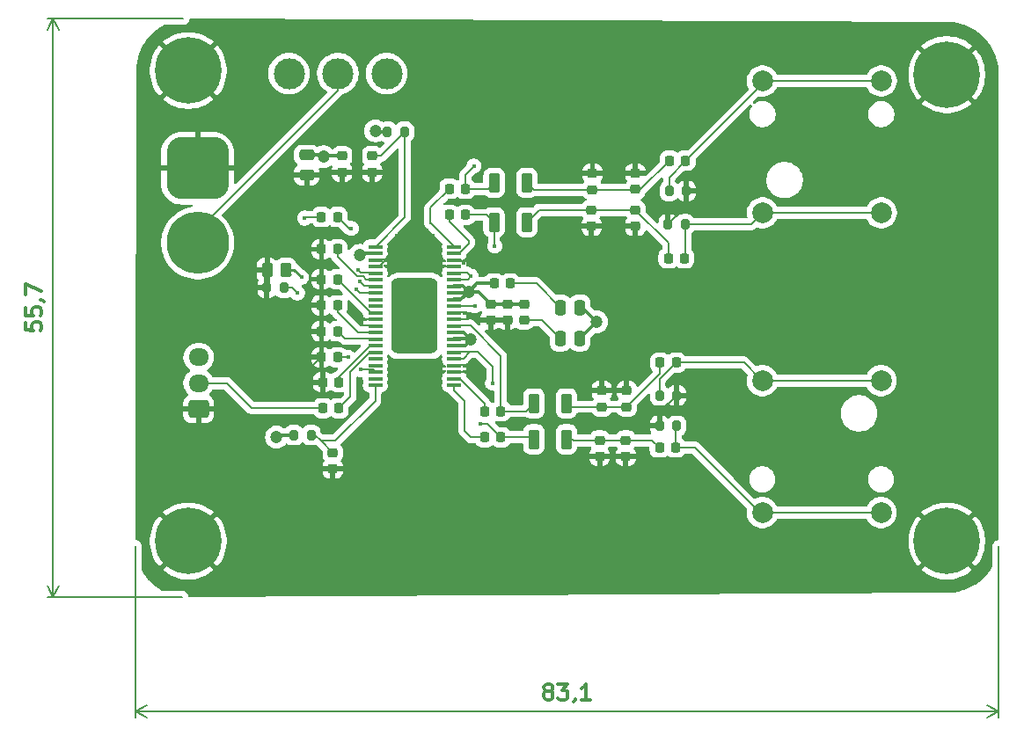
<source format=gbr>
%TF.GenerationSoftware,KiCad,Pcbnew,9.0.0*%
%TF.CreationDate,2025-03-24T15:54:36+01:00*%
%TF.ProjectId,Pcb_Ampli2,5063625f-416d-4706-9c69-322e6b696361,rev?*%
%TF.SameCoordinates,Original*%
%TF.FileFunction,Copper,L1,Top*%
%TF.FilePolarity,Positive*%
%FSLAX46Y46*%
G04 Gerber Fmt 4.6, Leading zero omitted, Abs format (unit mm)*
G04 Created by KiCad (PCBNEW 9.0.0) date 2025-03-24 15:54:36*
%MOMM*%
%LPD*%
G01*
G04 APERTURE LIST*
G04 Aperture macros list*
%AMRoundRect*
0 Rectangle with rounded corners*
0 $1 Rounding radius*
0 $2 $3 $4 $5 $6 $7 $8 $9 X,Y pos of 4 corners*
0 Add a 4 corners polygon primitive as box body*
4,1,4,$2,$3,$4,$5,$6,$7,$8,$9,$2,$3,0*
0 Add four circle primitives for the rounded corners*
1,1,$1+$1,$2,$3*
1,1,$1+$1,$4,$5*
1,1,$1+$1,$6,$7*
1,1,$1+$1,$8,$9*
0 Add four rect primitives between the rounded corners*
20,1,$1+$1,$2,$3,$4,$5,0*
20,1,$1+$1,$4,$5,$6,$7,0*
20,1,$1+$1,$6,$7,$8,$9,0*
20,1,$1+$1,$8,$9,$2,$3,0*%
G04 Aperture macros list end*
%ADD10C,0.300000*%
%TA.AperFunction,NonConductor*%
%ADD11C,0.300000*%
%TD*%
%TA.AperFunction,NonConductor*%
%ADD12C,0.200000*%
%TD*%
%TA.AperFunction,SMDPad,CuDef*%
%ADD13O,1.400000X0.399999*%
%TD*%
%TA.AperFunction,ComponentPad*%
%ADD14O,0.450000X0.450000*%
%TD*%
%TA.AperFunction,SMDPad,CuDef*%
%ADD15RoundRect,0.664500X-1.550500X-2.995500X1.550500X-2.995500X1.550500X2.995500X-1.550500X2.995500X0*%
%TD*%
%TA.AperFunction,SMDPad,CuDef*%
%ADD16RoundRect,0.250000X0.250000X0.475000X-0.250000X0.475000X-0.250000X-0.475000X0.250000X-0.475000X0*%
%TD*%
%TA.AperFunction,ComponentPad*%
%ADD17C,0.800000*%
%TD*%
%TA.AperFunction,ComponentPad*%
%ADD18C,6.400000*%
%TD*%
%TA.AperFunction,SMDPad,CuDef*%
%ADD19RoundRect,0.225000X-0.225000X-0.250000X0.225000X-0.250000X0.225000X0.250000X-0.225000X0.250000X0*%
%TD*%
%TA.AperFunction,ComponentPad*%
%ADD20RoundRect,0.250000X0.725000X-0.600000X0.725000X0.600000X-0.725000X0.600000X-0.725000X-0.600000X0*%
%TD*%
%TA.AperFunction,ComponentPad*%
%ADD21O,1.950000X1.700000*%
%TD*%
%TA.AperFunction,SMDPad,CuDef*%
%ADD22RoundRect,0.200000X-0.200000X-0.275000X0.200000X-0.275000X0.200000X0.275000X-0.200000X0.275000X0*%
%TD*%
%TA.AperFunction,SMDPad,CuDef*%
%ADD23RoundRect,0.225000X0.250000X-0.225000X0.250000X0.225000X-0.250000X0.225000X-0.250000X-0.225000X0*%
%TD*%
%TA.AperFunction,SMDPad,CuDef*%
%ADD24RoundRect,0.250000X-0.262500X-0.450000X0.262500X-0.450000X0.262500X0.450000X-0.262500X0.450000X0*%
%TD*%
%TA.AperFunction,SMDPad,CuDef*%
%ADD25RoundRect,0.250000X-0.275000X-0.700000X0.275000X-0.700000X0.275000X0.700000X-0.275000X0.700000X0*%
%TD*%
%TA.AperFunction,SMDPad,CuDef*%
%ADD26RoundRect,0.225000X-0.250000X0.225000X-0.250000X-0.225000X0.250000X-0.225000X0.250000X0.225000X0*%
%TD*%
%TA.AperFunction,SMDPad,CuDef*%
%ADD27RoundRect,0.250000X-0.475000X0.250000X-0.475000X-0.250000X0.475000X-0.250000X0.475000X0.250000X0*%
%TD*%
%TA.AperFunction,SMDPad,CuDef*%
%ADD28RoundRect,0.225000X0.225000X0.250000X-0.225000X0.250000X-0.225000X-0.250000X0.225000X-0.250000X0*%
%TD*%
%TA.AperFunction,ComponentPad*%
%ADD29C,2.006600*%
%TD*%
%TA.AperFunction,ComponentPad*%
%ADD30RoundRect,1.500000X-1.500000X1.500000X-1.500000X-1.500000X1.500000X-1.500000X1.500000X1.500000X0*%
%TD*%
%TA.AperFunction,ComponentPad*%
%ADD31C,6.000000*%
%TD*%
%TA.AperFunction,ComponentPad*%
%ADD32C,3.000000*%
%TD*%
%TA.AperFunction,ViaPad*%
%ADD33C,0.450000*%
%TD*%
%TA.AperFunction,ViaPad*%
%ADD34C,1.200000*%
%TD*%
%TA.AperFunction,Conductor*%
%ADD35C,0.160000*%
%TD*%
%TA.AperFunction,Conductor*%
%ADD36C,0.300000*%
%TD*%
%TA.AperFunction,Conductor*%
%ADD37C,0.250000*%
%TD*%
G04 APERTURE END LIST*
D10*
D11*
X64878328Y-73978570D02*
X64878328Y-74692856D01*
X64878328Y-74692856D02*
X65592614Y-74764284D01*
X65592614Y-74764284D02*
X65521185Y-74692856D01*
X65521185Y-74692856D02*
X65449757Y-74549999D01*
X65449757Y-74549999D02*
X65449757Y-74192856D01*
X65449757Y-74192856D02*
X65521185Y-74049999D01*
X65521185Y-74049999D02*
X65592614Y-73978570D01*
X65592614Y-73978570D02*
X65735471Y-73907141D01*
X65735471Y-73907141D02*
X66092614Y-73907141D01*
X66092614Y-73907141D02*
X66235471Y-73978570D01*
X66235471Y-73978570D02*
X66306900Y-74049999D01*
X66306900Y-74049999D02*
X66378328Y-74192856D01*
X66378328Y-74192856D02*
X66378328Y-74549999D01*
X66378328Y-74549999D02*
X66306900Y-74692856D01*
X66306900Y-74692856D02*
X66235471Y-74764284D01*
X64878328Y-72549999D02*
X64878328Y-73264285D01*
X64878328Y-73264285D02*
X65592614Y-73335713D01*
X65592614Y-73335713D02*
X65521185Y-73264285D01*
X65521185Y-73264285D02*
X65449757Y-73121428D01*
X65449757Y-73121428D02*
X65449757Y-72764285D01*
X65449757Y-72764285D02*
X65521185Y-72621428D01*
X65521185Y-72621428D02*
X65592614Y-72549999D01*
X65592614Y-72549999D02*
X65735471Y-72478570D01*
X65735471Y-72478570D02*
X66092614Y-72478570D01*
X66092614Y-72478570D02*
X66235471Y-72549999D01*
X66235471Y-72549999D02*
X66306900Y-72621428D01*
X66306900Y-72621428D02*
X66378328Y-72764285D01*
X66378328Y-72764285D02*
X66378328Y-73121428D01*
X66378328Y-73121428D02*
X66306900Y-73264285D01*
X66306900Y-73264285D02*
X66235471Y-73335713D01*
X66306900Y-71764285D02*
X66378328Y-71764285D01*
X66378328Y-71764285D02*
X66521185Y-71835714D01*
X66521185Y-71835714D02*
X66592614Y-71907142D01*
X64878328Y-71264285D02*
X64878328Y-70264285D01*
X64878328Y-70264285D02*
X66378328Y-70907142D01*
D12*
X79900000Y-100400000D02*
X66913580Y-100400000D01*
X66913580Y-44700000D02*
X80000000Y-44700000D01*
X67500000Y-100400000D02*
X67500000Y-44700000D01*
X67500000Y-100400000D02*
X67500000Y-44700000D01*
X67500000Y-100400000D02*
X66913579Y-99273496D01*
X67500000Y-100400000D02*
X68086421Y-99273496D01*
X67500000Y-44700000D02*
X68086421Y-45826504D01*
X67500000Y-44700000D02*
X66913579Y-45826504D01*
X67500000Y-100400000D02*
X67500000Y-44700000D01*
X67500000Y-100400000D02*
X67500000Y-44700000D01*
X67500000Y-100400000D02*
X66913579Y-99273496D01*
X67500000Y-100400000D02*
X68086421Y-99273496D01*
X67500000Y-44700000D02*
X68086421Y-45826504D01*
X67500000Y-44700000D02*
X66913579Y-45826504D01*
D10*
D11*
X115021429Y-109421185D02*
X114878572Y-109349757D01*
X114878572Y-109349757D02*
X114807143Y-109278328D01*
X114807143Y-109278328D02*
X114735715Y-109135471D01*
X114735715Y-109135471D02*
X114735715Y-109064042D01*
X114735715Y-109064042D02*
X114807143Y-108921185D01*
X114807143Y-108921185D02*
X114878572Y-108849757D01*
X114878572Y-108849757D02*
X115021429Y-108778328D01*
X115021429Y-108778328D02*
X115307143Y-108778328D01*
X115307143Y-108778328D02*
X115450001Y-108849757D01*
X115450001Y-108849757D02*
X115521429Y-108921185D01*
X115521429Y-108921185D02*
X115592858Y-109064042D01*
X115592858Y-109064042D02*
X115592858Y-109135471D01*
X115592858Y-109135471D02*
X115521429Y-109278328D01*
X115521429Y-109278328D02*
X115450001Y-109349757D01*
X115450001Y-109349757D02*
X115307143Y-109421185D01*
X115307143Y-109421185D02*
X115021429Y-109421185D01*
X115021429Y-109421185D02*
X114878572Y-109492614D01*
X114878572Y-109492614D02*
X114807143Y-109564042D01*
X114807143Y-109564042D02*
X114735715Y-109706900D01*
X114735715Y-109706900D02*
X114735715Y-109992614D01*
X114735715Y-109992614D02*
X114807143Y-110135471D01*
X114807143Y-110135471D02*
X114878572Y-110206900D01*
X114878572Y-110206900D02*
X115021429Y-110278328D01*
X115021429Y-110278328D02*
X115307143Y-110278328D01*
X115307143Y-110278328D02*
X115450001Y-110206900D01*
X115450001Y-110206900D02*
X115521429Y-110135471D01*
X115521429Y-110135471D02*
X115592858Y-109992614D01*
X115592858Y-109992614D02*
X115592858Y-109706900D01*
X115592858Y-109706900D02*
X115521429Y-109564042D01*
X115521429Y-109564042D02*
X115450001Y-109492614D01*
X115450001Y-109492614D02*
X115307143Y-109421185D01*
X116092857Y-108778328D02*
X117021429Y-108778328D01*
X117021429Y-108778328D02*
X116521429Y-109349757D01*
X116521429Y-109349757D02*
X116735714Y-109349757D01*
X116735714Y-109349757D02*
X116878572Y-109421185D01*
X116878572Y-109421185D02*
X116950000Y-109492614D01*
X116950000Y-109492614D02*
X117021429Y-109635471D01*
X117021429Y-109635471D02*
X117021429Y-109992614D01*
X117021429Y-109992614D02*
X116950000Y-110135471D01*
X116950000Y-110135471D02*
X116878572Y-110206900D01*
X116878572Y-110206900D02*
X116735714Y-110278328D01*
X116735714Y-110278328D02*
X116307143Y-110278328D01*
X116307143Y-110278328D02*
X116164286Y-110206900D01*
X116164286Y-110206900D02*
X116092857Y-110135471D01*
X117735714Y-110206900D02*
X117735714Y-110278328D01*
X117735714Y-110278328D02*
X117664285Y-110421185D01*
X117664285Y-110421185D02*
X117592857Y-110492614D01*
X119164286Y-110278328D02*
X118307143Y-110278328D01*
X118735714Y-110278328D02*
X118735714Y-108778328D01*
X118735714Y-108778328D02*
X118592857Y-108992614D01*
X118592857Y-108992614D02*
X118450000Y-109135471D01*
X118450000Y-109135471D02*
X118307143Y-109206900D01*
D12*
X158500000Y-95500000D02*
X158500000Y-111986420D01*
X75400000Y-111986420D02*
X75400000Y-95500000D01*
X158500000Y-111400000D02*
X75400000Y-111400000D01*
X158500000Y-111400000D02*
X75400000Y-111400000D01*
X158500000Y-111400000D02*
X157373496Y-111986421D01*
X158500000Y-111400000D02*
X157373496Y-110813579D01*
X75400000Y-111400000D02*
X76526504Y-110813579D01*
X75400000Y-111400000D02*
X76526504Y-111986421D01*
X158500000Y-111400000D02*
X75400000Y-111400000D01*
X158500000Y-111400000D02*
X75400000Y-111400000D01*
X158500000Y-111400000D02*
X157373496Y-111986421D01*
X158500000Y-111400000D02*
X157373496Y-110813579D01*
X75400000Y-111400000D02*
X76526504Y-110813579D01*
X75400000Y-111400000D02*
X76526504Y-111986421D01*
D13*
%TO.P,TPA1,1_GVDD_AB*%
%TO.N,Net-(TPA1-1_GVDD_AB)*%
X98500000Y-66665000D03*
%TO.P,TPA1,2_VDD*%
%TO.N,+24V*%
X98500000Y-67300000D03*
%TO.P,TPA1,3_M1*%
%TO.N,GND*%
X98500000Y-67935000D03*
%TO.P,TPA1,4_M2*%
X98500000Y-68570000D03*
%TO.P,TPA1,5_Input_A*%
%TO.N,Net-(TPA1-5_Input_A)*%
X98500000Y-69205000D03*
%TO.P,TPA1,6_Input_B*%
%TO.N,Net-(TPA1-6_Input_B)*%
X98500000Y-69840000D03*
%TO.P,TPA1,7_OC_ADJ*%
%TO.N,Net-(TPA1-7_OC_ADJ)*%
X98500000Y-70475000D03*
%TO.P,TPA1,8_FREQ_ADJ*%
%TO.N,Net-(TPA1-8_FREQ_ADJ)*%
X98500000Y-71110000D03*
%TO.P,TPA1,9_OSC_IOM*%
%TO.N,N/C*%
X98500000Y-71745000D03*
%TO.P,TPA1,10_OSC_IOP*%
X98500000Y-72380000D03*
%TO.P,TPA1,11_DVDD*%
%TO.N,Net-(TPA1-11_DVDD)*%
X98500000Y-73015000D03*
%TO.P,TPA1,12_GND*%
%TO.N,GND*%
X98500000Y-73650000D03*
%TO.P,TPA1,13_GND*%
X98500000Y-74285000D03*
%TO.P,TPA1,14_AVDD*%
%TO.N,Net-(TPA1-14_AVDD)*%
X98500000Y-74920000D03*
%TO.P,TPA1,15_C_START*%
%TO.N,Net-(TPA1-15_C_START)*%
X98500000Y-75555000D03*
%TO.P,TPA1,16_INPUT_C*%
%TO.N,Net-(TPA1-16_INPUT_C)*%
X98500000Y-76190000D03*
%TO.P,TPA1,17_INPUT_D*%
%TO.N,Net-(TPA1-17_INPUT_D)*%
X98500000Y-76825000D03*
%TO.P,TPA1,18_/RESET*%
%TO.N,N/C*%
X98500000Y-77460000D03*
%TO.P,TPA1,19_/FAULT*%
X98500000Y-78095000D03*
%TO.P,TPA1,20_VBG*%
%TO.N,Net-(TPA1-20_VBG)*%
X98500000Y-78730000D03*
%TO.P,TPA1,21_/CLIP_OTW*%
%TO.N,N/C*%
X98500000Y-79365000D03*
%TO.P,TPA1,22_GVDD_CD*%
%TO.N,Net-(TPA1-22_GVDD_CD)*%
X98500000Y-80000000D03*
%TO.P,TPA1,23_BST_D*%
%TO.N,Net-(TPA1-23_BST_D)*%
X106100000Y-80000000D03*
%TO.P,TPA1,24_BST_C*%
%TO.N,Net-(TPA1-24_BST_C)*%
X106100000Y-79365000D03*
%TO.P,TPA1,25_GND*%
%TO.N,GND*%
X106100000Y-78730000D03*
%TO.P,TPA1,26_GND*%
X106100000Y-78095000D03*
%TO.P,TPA1,27_OUT_D*%
%TO.N,Net-(TPA1-27_OUT_D)*%
X106100000Y-77460000D03*
%TO.P,TPA1,28_OUT_D*%
X106100000Y-76825000D03*
%TO.P,TPA1,29_PVDD_CD*%
%TO.N,+24V*%
X106100000Y-76190000D03*
%TO.P,TPA1,30_PVDD_CD*%
X106100000Y-75555000D03*
%TO.P,TPA1,31_PVDD_CD*%
X106100000Y-74920000D03*
%TO.P,TPA1,32_OUT_C*%
%TO.N,Net-(TPA1-32_OUT_C)*%
X106100000Y-74285000D03*
%TO.P,TPA1,33_GND*%
%TO.N,GND*%
X106100000Y-73650000D03*
%TO.P,TPA1,34_GND*%
X106100000Y-73015000D03*
%TO.P,TPA1,35_OUT_B*%
%TO.N,Net-(TPA1-35_OUT_B)*%
X106100000Y-72380000D03*
%TO.P,TPA1,36_PVDD_AB*%
%TO.N,+24V*%
X106100000Y-71745000D03*
%TO.P,TPA1,37_PVDD_AB*%
X106100000Y-71110000D03*
%TO.P,TPA1,38_PVDD_AB*%
X106100000Y-70475000D03*
%TO.P,TPA1,39_OUT_A*%
%TO.N,Net-(TPA1-39_OUT_A)*%
X106100000Y-69840000D03*
%TO.P,TPA1,40_OUT_A*%
X106100000Y-69205000D03*
%TO.P,TPA1,41_GND*%
%TO.N,GND*%
X106100000Y-68570000D03*
%TO.P,TPA1,42_GND*%
X106100000Y-67935000D03*
%TO.P,TPA1,43_BST_B*%
%TO.N,Net-(TPA1-43_BST_B)*%
X106100000Y-67300000D03*
%TO.P,TPA1,44_BST_A*%
%TO.N,Net-(TPA1-44_BST_A)*%
X106100000Y-66665000D03*
D14*
%TO.P,TPA1,45*%
%TO.N,N/C*%
X100871000Y-70132500D03*
X100871000Y-71232500D03*
X100871000Y-72332500D03*
X100871000Y-73332500D03*
X100871000Y-74332500D03*
X100871000Y-75432500D03*
X100871000Y-76532500D03*
X101807000Y-70142500D03*
X101807000Y-71242500D03*
X101807000Y-72352500D03*
X101807000Y-73342500D03*
X101807000Y-74342500D03*
X101807000Y-75442500D03*
X101807000Y-76542500D03*
D15*
%TO.N,GND*%
X102300000Y-73332500D03*
D14*
X102793000Y-70142500D03*
X102793000Y-71242500D03*
X102793000Y-72342500D03*
X102793000Y-73342500D03*
X102793000Y-74342500D03*
X102793000Y-75442500D03*
X102793000Y-76542500D03*
X103729000Y-70142500D03*
X103729000Y-71242500D03*
X103729000Y-72342500D03*
X103729000Y-73342500D03*
X103729000Y-74342500D03*
X103729000Y-75442500D03*
X103729000Y-76542500D03*
%TD*%
D16*
%TO.P,C22,1*%
%TO.N,+24V*%
X118200000Y-75510000D03*
%TO.P,C22,2*%
%TO.N,Net-(C18-Pad1)*%
X116300000Y-75510000D03*
%TD*%
D17*
%TO.P,H4,1,1*%
%TO.N,GND*%
X151100000Y-95000000D03*
X151802944Y-93302944D03*
X151802944Y-96697056D03*
X153500000Y-92600000D03*
D18*
X153500000Y-95000000D03*
D17*
X153500000Y-97400000D03*
X155197056Y-93302944D03*
X155197056Y-96697056D03*
X155900000Y-95000000D03*
%TD*%
D19*
%TO.P,C33,1*%
%TO.N,Net-(C29-Pad1)*%
X125900000Y-77820000D03*
%TO.P,C33,2*%
%TO.N,Net-(C33-Pad2)*%
X127450000Y-77820000D03*
%TD*%
D17*
%TO.P,H1,1,1*%
%TO.N,GND*%
X78100000Y-49700000D03*
X78802944Y-48002944D03*
X78802944Y-51397056D03*
X80500000Y-47300000D03*
D18*
X80500000Y-49700000D03*
D17*
X80500000Y-52100000D03*
X82197056Y-48002944D03*
X82197056Y-51397056D03*
X82900000Y-49700000D03*
%TD*%
%TO.P,H2,1,1*%
%TO.N,GND*%
X151100000Y-50100000D03*
X151802944Y-48402944D03*
X151802944Y-51797056D03*
X153500000Y-47700000D03*
D18*
X153500000Y-50100000D03*
D17*
X153500000Y-52500000D03*
X155197056Y-48402944D03*
X155197056Y-51797056D03*
X155900000Y-50100000D03*
%TD*%
D20*
%TO.P,J5,1,Pin_1*%
%TO.N,GND*%
X81500000Y-82300000D03*
D21*
%TO.P,J5,2,Pin_2*%
%TO.N,Net-(J5-Pin_2)*%
X81500000Y-79800000D03*
%TO.P,J5,3,Pin_3*%
%TO.N,Net-(J5-Pin_3)*%
X81500000Y-77300000D03*
%TD*%
D22*
%TO.P,R6,1*%
%TO.N,Net-(C27-Pad2)*%
X126775000Y-61300000D03*
%TO.P,R6,2*%
%TO.N,GND*%
X128425000Y-61300000D03*
%TD*%
D23*
%TO.P,C29,1*%
%TO.N,Net-(C29-Pad1)*%
X120300000Y-82075000D03*
%TO.P,C29,2*%
%TO.N,GND*%
X120300000Y-80525000D03*
%TD*%
D24*
%TO.P,R7,1*%
%TO.N,GND*%
X88087500Y-68900000D03*
%TO.P,R7,2*%
%TO.N,Net-(TPA1-7_OC_ADJ)*%
X89912500Y-68900000D03*
%TD*%
D19*
%TO.P,C6,1*%
%TO.N,GND*%
X93325000Y-69790000D03*
%TO.P,C6,2*%
%TO.N,Net-(TPA1-11_DVDD)*%
X94875000Y-69790000D03*
%TD*%
D25*
%TO.P,L4,1*%
%TO.N,Net-(TPA1-27_OUT_D)*%
X113750000Y-85200000D03*
%TO.P,L4,2*%
%TO.N,Net-(C30-Pad2)*%
X116900000Y-85200000D03*
%TD*%
D23*
%TO.P,C32,1*%
%TO.N,GND*%
X122600000Y-86850000D03*
%TO.P,C32,2*%
%TO.N,Net-(C30-Pad2)*%
X122600000Y-85300000D03*
%TD*%
D26*
%TO.P,C17,1*%
%TO.N,+24V*%
X109600000Y-72175000D03*
%TO.P,C17,2*%
%TO.N,GND*%
X109600000Y-73725000D03*
%TD*%
D17*
%TO.P,H3,1,1*%
%TO.N,GND*%
X78100000Y-95000000D03*
X78802944Y-93302944D03*
X78802944Y-96697056D03*
X80500000Y-92600000D03*
D18*
X80500000Y-95000000D03*
D17*
X80500000Y-97400000D03*
X82197056Y-93302944D03*
X82197056Y-96697056D03*
X82900000Y-95000000D03*
%TD*%
D27*
%TO.P,C5,1*%
%TO.N,+24V*%
X91900000Y-57850000D03*
%TO.P,C5,2*%
%TO.N,GND*%
X91900000Y-59750000D03*
%TD*%
D16*
%TO.P,C21,1*%
%TO.N,+24V*%
X118200000Y-72500000D03*
%TO.P,C21,2*%
%TO.N,Net-(C15-Pad2)*%
X116300000Y-72500000D03*
%TD*%
D23*
%TO.P,C18,1*%
%TO.N,Net-(C18-Pad1)*%
X112800000Y-73725000D03*
%TO.P,C18,2*%
%TO.N,+24V*%
X112800000Y-72175000D03*
%TD*%
D28*
%TO.P,C28,1*%
%TO.N,Net-(C28-Pad1)*%
X128250000Y-67780000D03*
%TO.P,C28,2*%
%TO.N,Net-(C24-Pad2)*%
X126700000Y-67780000D03*
%TD*%
D22*
%TO.P,R9,1*%
%TO.N,Net-(C33-Pad2)*%
X125850000Y-80990000D03*
%TO.P,R9,2*%
%TO.N,GND*%
X127500000Y-80990000D03*
%TD*%
D19*
%TO.P,C14,1*%
%TO.N,Net-(TPA1-43_BST_B)*%
X105625000Y-63600000D03*
%TO.P,C14,2*%
%TO.N,Net-(TPA1-35_OUT_B)*%
X107175000Y-63600000D03*
%TD*%
D22*
%TO.P,R5,1*%
%TO.N,GND*%
X126675000Y-64500000D03*
%TO.P,R5,2*%
%TO.N,Net-(C28-Pad1)*%
X128325000Y-64500000D03*
%TD*%
%TO.P,R1,1*%
%TO.N,+24V*%
X99675000Y-55600000D03*
%TO.P,R1,2*%
%TO.N,Net-(TPA1-1_GVDD_AB)*%
X101325000Y-55600000D03*
%TD*%
%TO.P,R10,1*%
%TO.N,GND*%
X125850000Y-83900000D03*
%TO.P,R10,2*%
%TO.N,Net-(C34-Pad1)*%
X127500000Y-83900000D03*
%TD*%
D23*
%TO.P,C23,1*%
%TO.N,Net-(C23-Pad1)*%
X119400000Y-61175000D03*
%TO.P,C23,2*%
%TO.N,GND*%
X119400000Y-59625000D03*
%TD*%
D28*
%TO.P,C34,1*%
%TO.N,Net-(C34-Pad1)*%
X127400000Y-86000000D03*
%TO.P,C34,2*%
%TO.N,Net-(C30-Pad2)*%
X125850000Y-86000000D03*
%TD*%
D23*
%TO.P,C31,1*%
%TO.N,Net-(C29-Pad1)*%
X122700000Y-82075000D03*
%TO.P,C31,2*%
%TO.N,GND*%
X122700000Y-80525000D03*
%TD*%
%TO.P,C24,1*%
%TO.N,GND*%
X119300000Y-64675000D03*
%TO.P,C24,2*%
%TO.N,Net-(C24-Pad2)*%
X119300000Y-63125000D03*
%TD*%
D19*
%TO.P,C3,1*%
%TO.N,Net-(J5-Pin_3)*%
X93325000Y-63810000D03*
%TO.P,C3,2*%
%TO.N,Net-(TPA1-5_Input_A)*%
X94875000Y-63810000D03*
%TD*%
%TO.P,C4,1*%
%TO.N,GND*%
X93325000Y-66910000D03*
%TO.P,C4,2*%
%TO.N,Net-(TPA1-6_Input_B)*%
X94875000Y-66910000D03*
%TD*%
D25*
%TO.P,L1,1*%
%TO.N,Net-(TPA1-39_OUT_A)*%
X109925000Y-60500000D03*
%TO.P,L1,2*%
%TO.N,Net-(C23-Pad1)*%
X113075000Y-60500000D03*
%TD*%
D19*
%TO.P,C13,1*%
%TO.N,Net-(TPA1-44_BST_A)*%
X105625000Y-61090000D03*
%TO.P,C13,2*%
%TO.N,Net-(TPA1-39_OUT_A)*%
X107175000Y-61090000D03*
%TD*%
%TO.P,C15,1*%
%TO.N,+24V*%
X109925000Y-70190000D03*
%TO.P,C15,2*%
%TO.N,Net-(C15-Pad2)*%
X111475000Y-70190000D03*
%TD*%
%TO.P,C7,1*%
%TO.N,GND*%
X93325000Y-72300000D03*
%TO.P,C7,2*%
%TO.N,Net-(TPA1-14_AVDD)*%
X94875000Y-72300000D03*
%TD*%
D22*
%TO.P,R2,1*%
%TO.N,+24V*%
X90675000Y-84800000D03*
%TO.P,R2,2*%
%TO.N,Net-(TPA1-22_GVDD_CD)*%
X92325000Y-84800000D03*
%TD*%
D26*
%TO.P,C1,1*%
%TO.N,+24V*%
X95300000Y-57925000D03*
%TO.P,C1,2*%
%TO.N,GND*%
X95300000Y-59475000D03*
%TD*%
D19*
%TO.P,C20,1*%
%TO.N,Net-(TPA1-23_BST_D)*%
X109025000Y-85000000D03*
%TO.P,C20,2*%
%TO.N,Net-(TPA1-27_OUT_D)*%
X110575000Y-85000000D03*
%TD*%
D29*
%TO.P,J2,S*%
%TO.N,Net-(C27-Pad2)*%
X135770000Y-50700000D03*
%TO.P,J2,SN*%
X147200000Y-50700000D03*
%TO.P,J2,T*%
%TO.N,Net-(C28-Pad1)*%
X135770000Y-63400000D03*
%TO.P,J2,TN*%
X147200000Y-63400000D03*
%TD*%
D19*
%TO.P,C9,1*%
%TO.N,GND*%
X93325000Y-77320000D03*
%TO.P,C9,2*%
%TO.N,Net-(TPA1-20_VBG)*%
X94875000Y-77320000D03*
%TD*%
D23*
%TO.P,C25,1*%
%TO.N,Net-(C23-Pad1)*%
X123525000Y-61150000D03*
%TO.P,C25,2*%
%TO.N,GND*%
X123525000Y-59600000D03*
%TD*%
D30*
%TO.P,J1,1,Pin_1*%
%TO.N,GND*%
X81400000Y-59100000D03*
D31*
%TO.P,J1,2,Pin_2*%
%TO.N,Net-(J1-Pin_2)*%
X81400000Y-66300000D03*
%TD*%
D19*
%TO.P,C19,1*%
%TO.N,Net-(TPA1-24_BST_C)*%
X109025000Y-82490000D03*
%TO.P,C19,2*%
%TO.N,Net-(TPA1-32_OUT_C)*%
X110575000Y-82490000D03*
%TD*%
D25*
%TO.P,L2,1*%
%TO.N,Net-(TPA1-35_OUT_B)*%
X109925000Y-64300000D03*
%TO.P,L2,2*%
%TO.N,Net-(C24-Pad2)*%
X113075000Y-64300000D03*
%TD*%
D29*
%TO.P,J3,S*%
%TO.N,Net-(C34-Pad1)*%
X147181600Y-92258896D03*
%TO.P,J3,SN*%
X135751600Y-92258896D03*
%TO.P,J3,T*%
%TO.N,Net-(C33-Pad2)*%
X147181600Y-79558896D03*
%TO.P,J3,TN*%
X135751600Y-79558896D03*
%TD*%
D19*
%TO.P,C8,1*%
%TO.N,GND*%
X93325000Y-74810000D03*
%TO.P,C8,2*%
%TO.N,Net-(TPA1-15_C_START)*%
X94875000Y-74810000D03*
%TD*%
%TO.P,C27,1*%
%TO.N,Net-(C23-Pad1)*%
X126825000Y-58380000D03*
%TO.P,C27,2*%
%TO.N,Net-(C27-Pad2)*%
X128375000Y-58380000D03*
%TD*%
D26*
%TO.P,C2,1*%
%TO.N,Net-(TPA1-1_GVDD_AB)*%
X98200000Y-57925000D03*
%TO.P,C2,2*%
%TO.N,GND*%
X98200000Y-59475000D03*
%TD*%
D32*
%TO.P,SW1,1,A*%
%TO.N,+24V*%
X99600000Y-50000000D03*
%TO.P,SW1,2,B*%
%TO.N,Net-(J1-Pin_2)*%
X94900000Y-50000000D03*
%TO.P,SW1,3,C*%
%TO.N,unconnected-(SW1-C-Pad3)*%
X90200000Y-50000000D03*
%TD*%
D23*
%TO.P,C26,1*%
%TO.N,GND*%
X123525000Y-64675000D03*
%TO.P,C26,2*%
%TO.N,Net-(C24-Pad2)*%
X123525000Y-63125000D03*
%TD*%
D19*
%TO.P,C10,1*%
%TO.N,GND*%
X93450000Y-79700000D03*
%TO.P,C10,2*%
%TO.N,Net-(TPA1-16_INPUT_C)*%
X95000000Y-79700000D03*
%TD*%
D22*
%TO.P,R8,1*%
%TO.N,GND*%
X88050000Y-70600000D03*
%TO.P,R8,2*%
%TO.N,Net-(TPA1-8_FREQ_ADJ)*%
X89700000Y-70600000D03*
%TD*%
D23*
%TO.P,C30,1*%
%TO.N,GND*%
X120100000Y-86850000D03*
%TO.P,C30,2*%
%TO.N,Net-(C30-Pad2)*%
X120100000Y-85300000D03*
%TD*%
D19*
%TO.P,C11,1*%
%TO.N,Net-(J5-Pin_2)*%
X93450000Y-82210000D03*
%TO.P,C11,2*%
%TO.N,Net-(TPA1-17_INPUT_D)*%
X95000000Y-82210000D03*
%TD*%
D23*
%TO.P,C16,1*%
%TO.N,GND*%
X111200000Y-73725000D03*
%TO.P,C16,2*%
%TO.N,+24V*%
X111200000Y-72175000D03*
%TD*%
D25*
%TO.P,L3,1*%
%TO.N,Net-(TPA1-32_OUT_C)*%
X113750000Y-81750000D03*
%TO.P,L3,2*%
%TO.N,Net-(C29-Pad1)*%
X116900000Y-81750000D03*
%TD*%
D23*
%TO.P,C12,1*%
%TO.N,GND*%
X94400000Y-88050000D03*
%TO.P,C12,2*%
%TO.N,Net-(TPA1-22_GVDD_CD)*%
X94400000Y-86500000D03*
%TD*%
D33*
%TO.N,GND*%
X104300000Y-68000000D03*
X103000000Y-69000000D03*
X101900000Y-68000000D03*
X104500000Y-66900000D03*
X102000000Y-69000000D03*
X100200000Y-66900000D03*
X100700000Y-68000000D03*
X103100000Y-68000000D03*
X101300000Y-66900000D03*
X102400000Y-66900000D03*
X101000000Y-69000000D03*
X103300000Y-66900000D03*
X104000000Y-69000000D03*
X99100000Y-64600000D03*
X101800000Y-64600000D03*
X102800000Y-65600000D03*
X104000000Y-65600000D03*
X100600000Y-65600000D03*
X101800000Y-65600000D03*
X102800000Y-64600000D03*
X105700000Y-82200000D03*
X104800000Y-82200000D03*
X103900000Y-82200000D03*
X103000000Y-82200000D03*
X102000000Y-82200000D03*
X101100000Y-82200000D03*
X100100000Y-82200000D03*
X99100000Y-82200000D03*
X105200000Y-81200000D03*
X104200000Y-81200000D03*
X103000000Y-81200000D03*
X102000000Y-81200000D03*
X100800000Y-81200000D03*
X99600000Y-81200000D03*
X104600000Y-79900000D03*
X103500000Y-79900000D03*
X102400000Y-79900000D03*
X101500000Y-79900000D03*
X100300000Y-79900000D03*
X104100000Y-78800000D03*
X102900000Y-78800000D03*
X101700000Y-78800000D03*
X100500000Y-78800000D03*
X103800000Y-77800000D03*
X102800000Y-77800000D03*
X101800000Y-77800000D03*
X100800000Y-77800000D03*
X107000000Y-68200000D03*
X121400000Y-59600000D03*
X93325000Y-73475000D03*
X107900000Y-78400000D03*
X94400000Y-89400000D03*
X91000000Y-79600000D03*
X121500000Y-80500000D03*
X121500000Y-64700000D03*
X91200000Y-66800000D03*
X128450000Y-62850000D03*
X107650000Y-73350000D03*
X121300000Y-86900000D03*
X110400000Y-73750000D03*
X96800000Y-73250000D03*
X88100000Y-69800000D03*
X99700000Y-67700000D03*
X93300000Y-70800000D03*
D34*
%TO.N,+24V*%
X119800000Y-73900000D03*
X93500000Y-58000000D03*
X89000000Y-85000000D03*
X97000000Y-67500000D03*
X107500000Y-71000000D03*
X107700000Y-75600000D03*
X98500000Y-55500000D03*
D33*
%TO.N,Net-(TPA1-5_Input_A)*%
X96200000Y-64900000D03*
X96800000Y-68900000D03*
%TO.N,Net-(TPA1-20_VBG)*%
X95900000Y-77300000D03*
X97100000Y-78500000D03*
%TO.N,Net-(TPA1-39_OUT_A)*%
X107700000Y-69500000D03*
X108000000Y-58900000D03*
%TO.N,Net-(TPA1-35_OUT_B)*%
X110000000Y-66600000D03*
X108100000Y-72350000D03*
%TO.N,Net-(TPA1-27_OUT_D)*%
X109800000Y-79800000D03*
X108600000Y-83700000D03*
%TO.N,Net-(TPA1-7_OC_ADJ)*%
X97000000Y-70000000D03*
X91400000Y-69600000D03*
%TO.N,Net-(TPA1-8_FREQ_ADJ)*%
X96700000Y-70800000D03*
X91000000Y-71100000D03*
%TO.N,Net-(J5-Pin_3)*%
X91700000Y-63900000D03*
%TD*%
D35*
%TO.N,GND*%
X104870000Y-68570000D02*
X104300000Y-68000000D01*
X106100000Y-68570000D02*
X104870000Y-68570000D01*
%TO.N,Net-(TPA1-23_BST_D)*%
X107700000Y-85000000D02*
X107100000Y-84400000D01*
X109025000Y-85000000D02*
X107700000Y-85000000D01*
X107100000Y-81500000D02*
X107100000Y-84400000D01*
X106100000Y-80500000D02*
X107100000Y-81500000D01*
X106100000Y-80000000D02*
X106100000Y-80500000D01*
%TO.N,GND*%
X106100000Y-68570000D02*
X106630000Y-68570000D01*
%TO.N,Net-(TPA1-1_GVDD_AB)*%
X101325000Y-63840000D02*
X98500000Y-66665000D01*
X101325000Y-55600000D02*
X101325000Y-63840000D01*
%TO.N,GND*%
X91310000Y-66910000D02*
X91200000Y-66800000D01*
X109600000Y-73725000D02*
X110375000Y-73725000D01*
X98862500Y-68537500D02*
X99700000Y-67700000D01*
X93280000Y-77320000D02*
X91000000Y-79600000D01*
X98500000Y-74252500D02*
X97352500Y-74252500D01*
X110375000Y-73725000D02*
X110400000Y-73750000D01*
X119300000Y-64675000D02*
X121475000Y-64675000D01*
X125850000Y-83900000D02*
X125850000Y-82640000D01*
X94400000Y-88050000D02*
X94400000Y-89400000D01*
X88050000Y-68937500D02*
X88087500Y-68900000D01*
X121375000Y-59625000D02*
X121400000Y-59600000D01*
X106702500Y-67902500D02*
X107000000Y-68200000D01*
X106100000Y-67902500D02*
X106702500Y-67902500D01*
X111200000Y-73725000D02*
X110425000Y-73725000D01*
X93300000Y-69800000D02*
X93300000Y-70800000D01*
X93310000Y-69790000D02*
X93300000Y-69800000D01*
X128425000Y-61300000D02*
X128425000Y-62825000D01*
X128325000Y-62850000D02*
X128450000Y-62850000D01*
X121250000Y-86850000D02*
X121300000Y-86900000D01*
X121475000Y-64675000D02*
X121500000Y-64700000D01*
X107562500Y-78062500D02*
X107900000Y-78400000D01*
X93300000Y-70800000D02*
X93300000Y-72275000D01*
X93325000Y-73475000D02*
X93325000Y-74810000D01*
X110425000Y-73725000D02*
X110400000Y-73750000D01*
X96800000Y-73700000D02*
X96800000Y-73250000D01*
X91100000Y-79700000D02*
X91000000Y-79600000D01*
X126675000Y-64500000D02*
X128325000Y-62850000D01*
X99497500Y-67902500D02*
X99700000Y-67700000D01*
X97167500Y-73617500D02*
X96800000Y-73250000D01*
X98500000Y-68537500D02*
X98862500Y-68537500D01*
X88087500Y-69787500D02*
X88100000Y-69800000D01*
X108025000Y-73725000D02*
X109600000Y-73725000D01*
X123525000Y-59600000D02*
X121400000Y-59600000D01*
X106100000Y-73617500D02*
X107382500Y-73617500D01*
X122600000Y-86850000D02*
X121350000Y-86850000D01*
X121475000Y-80525000D02*
X121500000Y-80500000D01*
X128425000Y-62825000D02*
X128450000Y-62850000D01*
X93300000Y-72275000D02*
X93325000Y-72300000D01*
X106100000Y-78062500D02*
X107562500Y-78062500D01*
X93325000Y-69790000D02*
X93310000Y-69790000D01*
X88050000Y-69850000D02*
X88100000Y-69800000D01*
X106100000Y-78697500D02*
X107602500Y-78697500D01*
X120300000Y-80525000D02*
X121475000Y-80525000D01*
X93325000Y-72300000D02*
X93325000Y-73475000D01*
X106100000Y-72982500D02*
X107282500Y-72982500D01*
X119400000Y-59625000D02*
X121375000Y-59625000D01*
X93450000Y-79700000D02*
X91100000Y-79700000D01*
X125850000Y-82640000D02*
X127500000Y-80990000D01*
X123525000Y-64675000D02*
X121525000Y-64675000D01*
X121525000Y-64675000D02*
X121500000Y-64700000D01*
X107602500Y-78697500D02*
X107900000Y-78400000D01*
X98500000Y-67902500D02*
X99497500Y-67902500D01*
X107282500Y-72982500D02*
X107650000Y-73350000D01*
X93325000Y-77320000D02*
X93280000Y-77320000D01*
X121350000Y-86850000D02*
X121300000Y-86900000D01*
X122700000Y-80525000D02*
X121525000Y-80525000D01*
X107382500Y-73617500D02*
X107650000Y-73350000D01*
X97352500Y-74252500D02*
X96800000Y-73700000D01*
X88050000Y-70600000D02*
X88050000Y-69850000D01*
X93300000Y-73500000D02*
X93325000Y-73475000D01*
X88087500Y-68900000D02*
X88087500Y-69787500D01*
X98500000Y-73617500D02*
X97167500Y-73617500D01*
X120100000Y-86850000D02*
X121250000Y-86850000D01*
X107650000Y-73350000D02*
X108025000Y-73725000D01*
X121525000Y-80525000D02*
X121500000Y-80500000D01*
X93325000Y-66910000D02*
X91310000Y-66910000D01*
D36*
%TO.N,+24V*%
X91900000Y-57850000D02*
X93350000Y-57850000D01*
X106100000Y-71712500D02*
X106787500Y-71712500D01*
X95300000Y-57925000D02*
X93575000Y-57925000D01*
X106100000Y-74887500D02*
X106987500Y-74887500D01*
X93575000Y-57925000D02*
X93500000Y-58000000D01*
X98600000Y-55600000D02*
X98500000Y-55500000D01*
X107622500Y-75522500D02*
X107700000Y-75600000D01*
X89200000Y-84800000D02*
X89000000Y-85000000D01*
X109925000Y-70190000D02*
X108310000Y-70190000D01*
X106100000Y-76157500D02*
X107142500Y-76157500D01*
X106100000Y-75522500D02*
X107622500Y-75522500D01*
X118400000Y-72500000D02*
X119800000Y-73900000D01*
X118200000Y-72500000D02*
X118400000Y-72500000D01*
X108310000Y-70190000D02*
X107500000Y-71000000D01*
X97232500Y-67267500D02*
X97000000Y-67500000D01*
X111100000Y-72175000D02*
X109600000Y-72175000D01*
X107142500Y-76157500D02*
X107700000Y-75600000D01*
X106987500Y-74887500D02*
X107700000Y-75600000D01*
X118200000Y-75500000D02*
X119800000Y-73900000D01*
X106942500Y-70442500D02*
X107500000Y-71000000D01*
X93350000Y-57850000D02*
X93500000Y-58000000D01*
X99675000Y-55600000D02*
X98600000Y-55600000D01*
X118200000Y-75510000D02*
X118200000Y-75500000D01*
X106787500Y-71712500D02*
X107500000Y-71000000D01*
X109600000Y-72175000D02*
X109600000Y-71950000D01*
X108425000Y-71000000D02*
X109600000Y-72175000D01*
X106100000Y-71077500D02*
X107422500Y-71077500D01*
X90675000Y-84800000D02*
X89200000Y-84800000D01*
X98500000Y-67267500D02*
X97232500Y-67267500D01*
X107500000Y-71000000D02*
X108425000Y-71000000D01*
X107422500Y-71077500D02*
X107500000Y-71000000D01*
X112800000Y-72175000D02*
X111200000Y-72175000D01*
X106100000Y-70442500D02*
X106942500Y-70442500D01*
D35*
%TO.N,Net-(TPA1-1_GVDD_AB)*%
X99000000Y-57925000D02*
X98200000Y-57925000D01*
X101325000Y-55600000D02*
X99000000Y-57925000D01*
%TO.N,Net-(TPA1-5_Input_A)*%
X97072500Y-69172500D02*
X96800000Y-68900000D01*
X98500000Y-69172500D02*
X97072500Y-69172500D01*
X95965000Y-64900000D02*
X94875000Y-63810000D01*
X96200000Y-64900000D02*
X95965000Y-64900000D01*
%TO.N,Net-(TPA1-6_Input_B)*%
X97640000Y-69807500D02*
X98500000Y-69807500D01*
X94875000Y-67655237D02*
X96738763Y-69519000D01*
X97351500Y-69519000D02*
X97640000Y-69807500D01*
X94875000Y-66910000D02*
X94875000Y-67655237D01*
X96738763Y-69519000D02*
X97351500Y-69519000D01*
%TO.N,Net-(TPA1-11_DVDD)*%
X98500000Y-72982500D02*
X98032500Y-72982500D01*
X94875000Y-69825000D02*
X94875000Y-69790000D01*
X98032500Y-72982500D02*
X94875000Y-69825000D01*
%TO.N,Net-(TPA1-14_AVDD)*%
X94875000Y-72925000D02*
X96837500Y-74887500D01*
X96837500Y-74887500D02*
X98500000Y-74887500D01*
X94875000Y-72300000D02*
X94875000Y-72925000D01*
%TO.N,Net-(TPA1-15_C_START)*%
X94875000Y-74810000D02*
X95587500Y-75522500D01*
X95587500Y-75522500D02*
X98500000Y-75522500D01*
%TO.N,Net-(TPA1-20_VBG)*%
X97100000Y-78500000D02*
X98302500Y-78500000D01*
X95880000Y-77320000D02*
X95900000Y-77300000D01*
X98302500Y-78500000D02*
X98500000Y-78697500D01*
X94875000Y-77320000D02*
X95880000Y-77320000D01*
%TO.N,Net-(TPA1-16_INPUT_C)*%
X95000000Y-79225000D02*
X98067500Y-76157500D01*
X98067500Y-76157500D02*
X98500000Y-76157500D01*
X95000000Y-79700000D02*
X95000000Y-79225000D01*
%TO.N,Net-(TPA1-17_INPUT_D)*%
X96100000Y-81110000D02*
X96100000Y-78692500D01*
X96100000Y-78692500D02*
X98000000Y-76792500D01*
X98000000Y-76792500D02*
X98500000Y-76792500D01*
X95000000Y-82210000D02*
X96100000Y-81110000D01*
%TO.N,Net-(TPA1-22_GVDD_CD)*%
X92325000Y-84800000D02*
X92700000Y-84800000D01*
X98500000Y-79967500D02*
X98500000Y-81500000D01*
X94650000Y-85350000D02*
X93250000Y-85350000D01*
X98500000Y-81500000D02*
X94650000Y-85350000D01*
X93250000Y-85350000D02*
X94400000Y-86500000D01*
X92700000Y-84800000D02*
X93250000Y-85350000D01*
%TO.N,Net-(TPA1-39_OUT_A)*%
X107175000Y-61090000D02*
X109335000Y-61090000D01*
X106100000Y-69807500D02*
X107392500Y-69807500D01*
X109335000Y-61090000D02*
X109925000Y-60500000D01*
X106100000Y-69172500D02*
X107372500Y-69172500D01*
X107372500Y-69172500D02*
X107700000Y-69500000D01*
X107392500Y-69807500D02*
X107700000Y-69500000D01*
X108000000Y-58900000D02*
X107175000Y-59725000D01*
X107175000Y-59725000D02*
X107175000Y-61090000D01*
%TO.N,Net-(TPA1-44_BST_A)*%
X103867500Y-64400000D02*
X103800000Y-64400000D01*
X103800000Y-62915000D02*
X105625000Y-61090000D01*
X106100000Y-66632500D02*
X103867500Y-64400000D01*
X103800000Y-64400000D02*
X103800000Y-62915000D01*
%TO.N,Net-(TPA1-35_OUT_B)*%
X109225000Y-63600000D02*
X109925000Y-64300000D01*
X107175000Y-63600000D02*
X109225000Y-63600000D01*
X109925000Y-66525000D02*
X109925000Y-64300000D01*
X106100000Y-72347500D02*
X108097500Y-72347500D01*
X110000000Y-66600000D02*
X109925000Y-66525000D01*
X108097500Y-72347500D02*
X108100000Y-72350000D01*
%TO.N,Net-(TPA1-43_BST_B)*%
X107500000Y-66367500D02*
X107500000Y-66100000D01*
X106600000Y-67267500D02*
X107500000Y-66367500D01*
X107500000Y-66100000D02*
X105625000Y-64225000D01*
X105625000Y-64225000D02*
X105625000Y-63600000D01*
X106100000Y-67267500D02*
X106600000Y-67267500D01*
%TO.N,Net-(C15-Pad2)*%
X116300000Y-72500000D02*
X113990000Y-70190000D01*
X113990000Y-70190000D02*
X111475000Y-70190000D01*
%TO.N,Net-(C18-Pad1)*%
X114515000Y-73725000D02*
X116300000Y-75510000D01*
X112800000Y-73725000D02*
X114515000Y-73725000D01*
%TO.N,Net-(TPA1-24_BST_C)*%
X109025000Y-81757500D02*
X109025000Y-82490000D01*
X106100000Y-79332500D02*
X106600000Y-79332500D01*
X106600000Y-79332500D02*
X109025000Y-81757500D01*
%TO.N,Net-(TPA1-32_OUT_C)*%
X113010000Y-82490000D02*
X110575000Y-82490000D01*
X110575000Y-77175000D02*
X110575000Y-82490000D01*
X107652500Y-74252500D02*
X110575000Y-77175000D01*
X113750000Y-81750000D02*
X113010000Y-82490000D01*
X106100000Y-74252500D02*
X107652500Y-74252500D01*
%TO.N,Net-(TPA1-27_OUT_D)*%
X109800000Y-78200000D02*
X108392500Y-76792500D01*
X110575000Y-85000000D02*
X113550000Y-85000000D01*
X107600000Y-76792500D02*
X106100000Y-76792500D01*
X109275000Y-83700000D02*
X108600000Y-83700000D01*
X110575000Y-85000000D02*
X109275000Y-83700000D01*
X109800000Y-79800000D02*
X109800000Y-78200000D01*
X106100000Y-77427500D02*
X106965000Y-77427500D01*
X113550000Y-85000000D02*
X113750000Y-85200000D01*
X108392500Y-76792500D02*
X107600000Y-76792500D01*
X106965000Y-77427500D02*
X107600000Y-76792500D01*
%TO.N,Net-(C23-Pad1)*%
X113075000Y-60500000D02*
X113750000Y-61175000D01*
X123525000Y-61150000D02*
X124055000Y-61150000D01*
X119400000Y-61175000D02*
X123500000Y-61175000D01*
X123500000Y-61175000D02*
X123525000Y-61150000D01*
X124055000Y-61150000D02*
X126825000Y-58380000D01*
X113750000Y-61175000D02*
X119400000Y-61175000D01*
%TO.N,Net-(C24-Pad2)*%
X126700000Y-66300000D02*
X126700000Y-67780000D01*
X113075000Y-64300000D02*
X114250000Y-63125000D01*
X123525000Y-63125000D02*
X126700000Y-66300000D01*
X119300000Y-63125000D02*
X123525000Y-63125000D01*
X114250000Y-63125000D02*
X119300000Y-63125000D01*
%TO.N,Net-(C27-Pad2)*%
X135770000Y-50985000D02*
X135770000Y-50961000D01*
X135770000Y-50700000D02*
X147200000Y-50700000D01*
X128375000Y-58380000D02*
X135770000Y-50985000D01*
X126775000Y-61300000D02*
X126775000Y-59980000D01*
X126775000Y-59980000D02*
X128375000Y-58380000D01*
%TO.N,Net-(C28-Pad1)*%
X128325000Y-64500000D02*
X134670000Y-64500000D01*
X128325000Y-64500000D02*
X128325000Y-67705000D01*
X135770000Y-63400000D02*
X147200000Y-63400000D01*
X128325000Y-67705000D02*
X128250000Y-67780000D01*
X134670000Y-64500000D02*
X135585445Y-63584555D01*
%TO.N,Net-(C29-Pad1)*%
X122700000Y-82075000D02*
X120300000Y-82075000D01*
X125900000Y-78875000D02*
X122700000Y-82075000D01*
X117225000Y-82075000D02*
X116900000Y-81750000D01*
X125900000Y-77820000D02*
X125900000Y-78875000D01*
X120300000Y-82075000D02*
X117225000Y-82075000D01*
%TO.N,Net-(C30-Pad2)*%
X117600000Y-85300000D02*
X120100000Y-85300000D01*
X125150000Y-85300000D02*
X125850000Y-86000000D01*
X122600000Y-85300000D02*
X125150000Y-85300000D01*
X117500000Y-85200000D02*
X117600000Y-85300000D01*
X116900000Y-85200000D02*
X117500000Y-85200000D01*
X120100000Y-85300000D02*
X122600000Y-85300000D01*
X117000000Y-85300000D02*
X116900000Y-85200000D01*
%TO.N,Net-(C33-Pad2)*%
X134012704Y-77820000D02*
X135567045Y-79374341D01*
X125850000Y-79420000D02*
X127450000Y-77820000D01*
X125850000Y-80990000D02*
X125850000Y-79420000D01*
X127450000Y-77820000D02*
X134012704Y-77820000D01*
X135751600Y-79558896D02*
X147181600Y-79558896D01*
%TO.N,Net-(C34-Pad1)*%
X127400000Y-86000000D02*
X129231704Y-86000000D01*
X127400000Y-86000000D02*
X127400000Y-84000000D01*
X129231704Y-86000000D02*
X135490600Y-92258896D01*
X135751600Y-92258896D02*
X147181600Y-92258896D01*
X127400000Y-84000000D02*
X127500000Y-83900000D01*
%TO.N,Net-(J1-Pin_2)*%
X94900000Y-51600000D02*
X94900000Y-50000000D01*
X81400000Y-65100000D02*
X94900000Y-51600000D01*
X81400000Y-66300000D02*
X81400000Y-65100000D01*
D37*
%TO.N,Net-(TPA1-7_OC_ADJ)*%
X90700000Y-68900000D02*
X91400000Y-69600000D01*
D35*
X98500000Y-70442500D02*
X97442500Y-70442500D01*
D37*
X89912500Y-68900000D02*
X90362500Y-69350000D01*
X89912500Y-68900000D02*
X90700000Y-68900000D01*
D35*
X97442500Y-70442500D02*
X97000000Y-70000000D01*
%TO.N,Net-(TPA1-8_FREQ_ADJ)*%
X89700000Y-70600000D02*
X90500000Y-70600000D01*
X90500000Y-70600000D02*
X91000000Y-71100000D01*
X98500000Y-71077500D02*
X96977500Y-71077500D01*
X96977500Y-71077500D02*
X96700000Y-70800000D01*
%TO.N,Net-(J5-Pin_3)*%
X91790000Y-63810000D02*
X91700000Y-63900000D01*
X93325000Y-63810000D02*
X91790000Y-63810000D01*
%TO.N,Net-(J5-Pin_2)*%
X92000000Y-82200000D02*
X86600000Y-82200000D01*
X93450000Y-82210000D02*
X92010000Y-82210000D01*
X86600000Y-82200000D02*
X84200000Y-79800000D01*
X92010000Y-82210000D02*
X92000000Y-82200000D01*
X84200000Y-79800000D02*
X81500000Y-79800000D01*
%TD*%
%TA.AperFunction,Conductor*%
%TO.N,GND*%
G36*
X108167726Y-77392685D02*
G01*
X108188368Y-77409319D01*
X109183181Y-78404132D01*
X109216666Y-78465455D01*
X109219500Y-78491813D01*
X109219500Y-79325300D01*
X109199815Y-79392339D01*
X109198602Y-79394190D01*
X109157071Y-79456344D01*
X109102381Y-79588379D01*
X109102379Y-79588385D01*
X109074500Y-79728542D01*
X109074500Y-79728545D01*
X109074500Y-79871455D01*
X109074500Y-79871457D01*
X109074499Y-79871457D01*
X109102379Y-80011614D01*
X109102381Y-80011620D01*
X109157069Y-80143650D01*
X109157074Y-80143659D01*
X109236467Y-80262478D01*
X109236470Y-80262482D01*
X109337517Y-80363529D01*
X109337521Y-80363532D01*
X109456340Y-80442925D01*
X109456349Y-80442930D01*
X109469084Y-80448205D01*
X109588380Y-80497619D01*
X109588384Y-80497619D01*
X109588385Y-80497620D01*
X109728542Y-80525500D01*
X109870500Y-80525500D01*
X109937539Y-80545185D01*
X109983294Y-80597989D01*
X109994500Y-80649500D01*
X109994500Y-81537658D01*
X109992916Y-81543049D01*
X109994020Y-81548562D01*
X109983179Y-81576211D01*
X109974815Y-81604697D01*
X109970028Y-81609753D01*
X109968516Y-81613611D01*
X109954173Y-81626501D01*
X109943147Y-81638149D01*
X109939457Y-81640816D01*
X109896956Y-81667032D01*
X109880679Y-81683308D01*
X109872646Y-81689116D01*
X109848672Y-81697605D01*
X109826353Y-81709792D01*
X109816291Y-81709072D01*
X109806784Y-81712439D01*
X109782026Y-81706620D01*
X109756661Y-81704805D01*
X109746489Y-81698267D01*
X109738768Y-81696453D01*
X109730721Y-81688133D01*
X109712318Y-81676306D01*
X109703044Y-81667032D01*
X109703040Y-81667029D01*
X109623606Y-81618033D01*
X109576881Y-81566085D01*
X109568928Y-81544588D01*
X109568516Y-81543049D01*
X109565940Y-81533435D01*
X109550652Y-81506956D01*
X109489518Y-81401068D01*
X109489517Y-81401067D01*
X109489516Y-81401065D01*
X109381435Y-81292984D01*
X109381434Y-81292983D01*
X109377104Y-81288653D01*
X109377093Y-81288643D01*
X107306192Y-79217741D01*
X107301112Y-79210033D01*
X107296332Y-79206622D01*
X107286804Y-79188319D01*
X107278713Y-79176040D01*
X107274575Y-79165677D01*
X107273580Y-79160672D01*
X107245783Y-79093564D01*
X107245488Y-79092825D01*
X107242274Y-79058836D01*
X107238618Y-79024829D01*
X107238951Y-79023693D01*
X107238911Y-79023265D01*
X107239296Y-79022519D01*
X107246087Y-78999392D01*
X107273098Y-78934181D01*
X107273098Y-78934180D01*
X107273931Y-78929999D01*
X107207017Y-78929999D01*
X107183476Y-78923086D01*
X107159094Y-78920364D01*
X107147340Y-78912476D01*
X107139978Y-78910314D01*
X107128815Y-78902230D01*
X107123856Y-78898200D01*
X107046543Y-78820887D01*
X106946276Y-78753890D01*
X106941774Y-78750232D01*
X106925117Y-78726030D01*
X106906280Y-78703490D01*
X106905538Y-78697582D01*
X106902162Y-78692677D01*
X106901234Y-78663314D01*
X106897573Y-78634165D01*
X106900143Y-78628793D01*
X106899955Y-78622842D01*
X106915049Y-78597637D01*
X106927728Y-78571138D01*
X106932793Y-78568009D01*
X106935853Y-78562900D01*
X106962176Y-78549858D01*
X106987171Y-78534419D01*
X106995643Y-78533278D01*
X106998461Y-78531882D01*
X107002587Y-78532342D01*
X107019976Y-78530001D01*
X107273930Y-78530001D01*
X107273098Y-78525819D01*
X107273098Y-78525818D01*
X107245816Y-78459953D01*
X107238347Y-78390484D01*
X107245816Y-78365047D01*
X107273098Y-78299181D01*
X107273098Y-78299180D01*
X107273931Y-78294999D01*
X107019976Y-78294999D01*
X106987481Y-78285457D01*
X106954810Y-78276495D01*
X106954040Y-78275637D01*
X106952937Y-78275314D01*
X106930778Y-78249741D01*
X106908120Y-78224517D01*
X106907935Y-78223379D01*
X106907182Y-78222510D01*
X106902359Y-78188969D01*
X106896943Y-78155547D01*
X106897401Y-78154492D01*
X106897238Y-78153352D01*
X106911320Y-78122514D01*
X106924828Y-78091483D01*
X106925954Y-78090470D01*
X106926263Y-78089796D01*
X106951084Y-78067898D01*
X107023235Y-78019687D01*
X107060030Y-78003014D01*
X107161089Y-77975936D01*
X107189065Y-77968440D01*
X107321435Y-77892016D01*
X107429516Y-77783935D01*
X107804132Y-77409319D01*
X107831059Y-77394615D01*
X107856878Y-77378023D01*
X107863078Y-77377131D01*
X107865455Y-77375834D01*
X107891813Y-77373000D01*
X108100687Y-77373000D01*
X108167726Y-77392685D01*
G37*
%TD.AperFunction*%
%TA.AperFunction,Conductor*%
G36*
X103672039Y-69937185D02*
G01*
X103717794Y-69989989D01*
X103718340Y-69992500D01*
X103699163Y-69992500D01*
X103644032Y-70015336D01*
X103601836Y-70057532D01*
X103579000Y-70112663D01*
X103579000Y-70172337D01*
X103601836Y-70227468D01*
X103644032Y-70269664D01*
X103699163Y-70292500D01*
X103758837Y-70292500D01*
X103813968Y-70269664D01*
X103856164Y-70227468D01*
X103879000Y-70172337D01*
X103879000Y-70156888D01*
X103897039Y-70162185D01*
X103942794Y-70214989D01*
X103954000Y-70266500D01*
X103954000Y-76418500D01*
X103934315Y-76485539D01*
X103881511Y-76531294D01*
X103879000Y-76531840D01*
X103879000Y-76512663D01*
X103856164Y-76457532D01*
X103813968Y-76415336D01*
X103758837Y-76392500D01*
X103699163Y-76392500D01*
X103644032Y-76415336D01*
X103601836Y-76457532D01*
X103579000Y-76512663D01*
X103579000Y-76572337D01*
X103601836Y-76627468D01*
X103644032Y-76669664D01*
X103699163Y-76692500D01*
X103714612Y-76692500D01*
X103709315Y-76710539D01*
X103656511Y-76756294D01*
X103605000Y-76767500D01*
X102917000Y-76767500D01*
X102849961Y-76747815D01*
X102804206Y-76695011D01*
X102803660Y-76692500D01*
X102822837Y-76692500D01*
X102877968Y-76669664D01*
X102920164Y-76627468D01*
X102943000Y-76572337D01*
X102943000Y-76512663D01*
X102920164Y-76457532D01*
X102877968Y-76415336D01*
X102822837Y-76392500D01*
X102763163Y-76392500D01*
X102708032Y-76415336D01*
X102665836Y-76457532D01*
X102643000Y-76512663D01*
X102643000Y-76528111D01*
X102624961Y-76522815D01*
X102579206Y-76470011D01*
X102568000Y-76418500D01*
X102568000Y-76317500D01*
X103018000Y-76317500D01*
X103504000Y-76317500D01*
X103504000Y-75667500D01*
X103018000Y-75667500D01*
X103018000Y-76317500D01*
X102568000Y-76317500D01*
X102568000Y-75412663D01*
X102643000Y-75412663D01*
X102643000Y-75472337D01*
X102665836Y-75527468D01*
X102708032Y-75569664D01*
X102763163Y-75592500D01*
X102822837Y-75592500D01*
X102877968Y-75569664D01*
X102920164Y-75527468D01*
X102943000Y-75472337D01*
X102943000Y-75412663D01*
X103579000Y-75412663D01*
X103579000Y-75472337D01*
X103601836Y-75527468D01*
X103644032Y-75569664D01*
X103699163Y-75592500D01*
X103758837Y-75592500D01*
X103813968Y-75569664D01*
X103856164Y-75527468D01*
X103879000Y-75472337D01*
X103879000Y-75412663D01*
X103856164Y-75357532D01*
X103813968Y-75315336D01*
X103758837Y-75292500D01*
X103699163Y-75292500D01*
X103644032Y-75315336D01*
X103601836Y-75357532D01*
X103579000Y-75412663D01*
X102943000Y-75412663D01*
X102920164Y-75357532D01*
X102877968Y-75315336D01*
X102822837Y-75292500D01*
X102763163Y-75292500D01*
X102708032Y-75315336D01*
X102665836Y-75357532D01*
X102643000Y-75412663D01*
X102568000Y-75412663D01*
X102568000Y-75217500D01*
X103018000Y-75217500D01*
X103504000Y-75217500D01*
X103504000Y-74567500D01*
X103018000Y-74567500D01*
X103018000Y-75217500D01*
X102568000Y-75217500D01*
X102568000Y-74312663D01*
X102643000Y-74312663D01*
X102643000Y-74372337D01*
X102665836Y-74427468D01*
X102708032Y-74469664D01*
X102763163Y-74492500D01*
X102822837Y-74492500D01*
X102877968Y-74469664D01*
X102920164Y-74427468D01*
X102943000Y-74372337D01*
X102943000Y-74312663D01*
X103579000Y-74312663D01*
X103579000Y-74372337D01*
X103601836Y-74427468D01*
X103644032Y-74469664D01*
X103699163Y-74492500D01*
X103758837Y-74492500D01*
X103813968Y-74469664D01*
X103856164Y-74427468D01*
X103879000Y-74372337D01*
X103879000Y-74312663D01*
X103856164Y-74257532D01*
X103813968Y-74215336D01*
X103758837Y-74192500D01*
X103699163Y-74192500D01*
X103644032Y-74215336D01*
X103601836Y-74257532D01*
X103579000Y-74312663D01*
X102943000Y-74312663D01*
X102920164Y-74257532D01*
X102877968Y-74215336D01*
X102822837Y-74192500D01*
X102763163Y-74192500D01*
X102708032Y-74215336D01*
X102665836Y-74257532D01*
X102643000Y-74312663D01*
X102568000Y-74312663D01*
X102568000Y-74117500D01*
X103018000Y-74117500D01*
X103504000Y-74117500D01*
X103504000Y-73567500D01*
X103018000Y-73567500D01*
X103018000Y-74117500D01*
X102568000Y-74117500D01*
X102568000Y-73312663D01*
X102643000Y-73312663D01*
X102643000Y-73372337D01*
X102665836Y-73427468D01*
X102708032Y-73469664D01*
X102763163Y-73492500D01*
X102822837Y-73492500D01*
X102877968Y-73469664D01*
X102920164Y-73427468D01*
X102943000Y-73372337D01*
X102943000Y-73312663D01*
X103579000Y-73312663D01*
X103579000Y-73372337D01*
X103601836Y-73427468D01*
X103644032Y-73469664D01*
X103699163Y-73492500D01*
X103758837Y-73492500D01*
X103813968Y-73469664D01*
X103856164Y-73427468D01*
X103879000Y-73372337D01*
X103879000Y-73312663D01*
X103856164Y-73257532D01*
X103813968Y-73215336D01*
X103758837Y-73192500D01*
X103699163Y-73192500D01*
X103644032Y-73215336D01*
X103601836Y-73257532D01*
X103579000Y-73312663D01*
X102943000Y-73312663D01*
X102920164Y-73257532D01*
X102877968Y-73215336D01*
X102822837Y-73192500D01*
X102763163Y-73192500D01*
X102708032Y-73215336D01*
X102665836Y-73257532D01*
X102643000Y-73312663D01*
X102568000Y-73312663D01*
X102568000Y-73117500D01*
X103018000Y-73117500D01*
X103504000Y-73117500D01*
X103504000Y-72567500D01*
X103018000Y-72567500D01*
X103018000Y-73117500D01*
X102568000Y-73117500D01*
X102568000Y-72312663D01*
X102643000Y-72312663D01*
X102643000Y-72372337D01*
X102665836Y-72427468D01*
X102708032Y-72469664D01*
X102763163Y-72492500D01*
X102822837Y-72492500D01*
X102877968Y-72469664D01*
X102920164Y-72427468D01*
X102943000Y-72372337D01*
X102943000Y-72312663D01*
X103579000Y-72312663D01*
X103579000Y-72372337D01*
X103601836Y-72427468D01*
X103644032Y-72469664D01*
X103699163Y-72492500D01*
X103758837Y-72492500D01*
X103813968Y-72469664D01*
X103856164Y-72427468D01*
X103879000Y-72372337D01*
X103879000Y-72312663D01*
X103856164Y-72257532D01*
X103813968Y-72215336D01*
X103758837Y-72192500D01*
X103699163Y-72192500D01*
X103644032Y-72215336D01*
X103601836Y-72257532D01*
X103579000Y-72312663D01*
X102943000Y-72312663D01*
X102920164Y-72257532D01*
X102877968Y-72215336D01*
X102822837Y-72192500D01*
X102763163Y-72192500D01*
X102708032Y-72215336D01*
X102665836Y-72257532D01*
X102643000Y-72312663D01*
X102568000Y-72312663D01*
X102568000Y-72117500D01*
X103018000Y-72117500D01*
X103504000Y-72117500D01*
X103504000Y-71467500D01*
X103018000Y-71467500D01*
X103018000Y-72117500D01*
X102568000Y-72117500D01*
X102568000Y-71212663D01*
X102643000Y-71212663D01*
X102643000Y-71272337D01*
X102665836Y-71327468D01*
X102708032Y-71369664D01*
X102763163Y-71392500D01*
X102822837Y-71392500D01*
X102877968Y-71369664D01*
X102920164Y-71327468D01*
X102943000Y-71272337D01*
X102943000Y-71212663D01*
X103579000Y-71212663D01*
X103579000Y-71272337D01*
X103601836Y-71327468D01*
X103644032Y-71369664D01*
X103699163Y-71392500D01*
X103758837Y-71392500D01*
X103813968Y-71369664D01*
X103856164Y-71327468D01*
X103879000Y-71272337D01*
X103879000Y-71212663D01*
X103856164Y-71157532D01*
X103813968Y-71115336D01*
X103758837Y-71092500D01*
X103699163Y-71092500D01*
X103644032Y-71115336D01*
X103601836Y-71157532D01*
X103579000Y-71212663D01*
X102943000Y-71212663D01*
X102920164Y-71157532D01*
X102877968Y-71115336D01*
X102822837Y-71092500D01*
X102763163Y-71092500D01*
X102708032Y-71115336D01*
X102665836Y-71157532D01*
X102643000Y-71212663D01*
X102568000Y-71212663D01*
X102568000Y-71017500D01*
X103018000Y-71017500D01*
X103504000Y-71017500D01*
X103504000Y-70367500D01*
X103018000Y-70367500D01*
X103018000Y-71017500D01*
X102568000Y-71017500D01*
X102568000Y-70266500D01*
X102587685Y-70199461D01*
X102640489Y-70153706D01*
X102643000Y-70153159D01*
X102643000Y-70172337D01*
X102665836Y-70227468D01*
X102708032Y-70269664D01*
X102763163Y-70292500D01*
X102822837Y-70292500D01*
X102877968Y-70269664D01*
X102920164Y-70227468D01*
X102943000Y-70172337D01*
X102943000Y-70112663D01*
X102920164Y-70057532D01*
X102877968Y-70015336D01*
X102822837Y-69992500D01*
X102807388Y-69992500D01*
X102812685Y-69974461D01*
X102865489Y-69928706D01*
X102917000Y-69917500D01*
X103605000Y-69917500D01*
X103672039Y-69937185D01*
G37*
%TD.AperFunction*%
%TA.AperFunction,Conductor*%
G36*
X96009433Y-71783008D02*
G01*
X96025856Y-71796807D01*
X97269539Y-73040490D01*
X97276351Y-73052965D01*
X97286980Y-73062404D01*
X97301251Y-73094684D01*
X97302542Y-73099288D01*
X97326420Y-73219328D01*
X97356743Y-73292534D01*
X97358743Y-73299665D01*
X97358404Y-73327499D01*
X97361379Y-73355171D01*
X97357986Y-73361948D01*
X97357894Y-73369530D01*
X97353912Y-73380602D01*
X97326902Y-73445813D01*
X97326902Y-73445814D01*
X97326069Y-73450001D01*
X97392983Y-73450001D01*
X97416523Y-73456913D01*
X97440906Y-73459636D01*
X97452659Y-73467523D01*
X97460022Y-73469686D01*
X97471185Y-73477770D01*
X97476143Y-73481799D01*
X97553457Y-73559113D01*
X97653723Y-73626109D01*
X97658226Y-73629768D01*
X97674882Y-73653969D01*
X97693720Y-73676510D01*
X97694461Y-73682417D01*
X97697838Y-73687323D01*
X97698765Y-73716685D01*
X97702427Y-73745835D01*
X97699856Y-73751206D01*
X97700045Y-73757158D01*
X97684950Y-73782362D01*
X97672272Y-73808862D01*
X97667206Y-73811990D01*
X97664147Y-73817100D01*
X97637823Y-73830141D01*
X97612829Y-73845581D01*
X97604356Y-73846721D01*
X97601539Y-73848118D01*
X97597412Y-73847657D01*
X97580024Y-73849999D01*
X97326069Y-73849999D01*
X97326901Y-73854182D01*
X97326901Y-73854183D01*
X97354183Y-73920048D01*
X97363565Y-73963783D01*
X97370027Y-74179283D01*
X97362489Y-74208127D01*
X97357458Y-74237512D01*
X97353750Y-74241566D01*
X97352361Y-74246883D01*
X97330423Y-74267074D01*
X97310306Y-74289073D01*
X97304875Y-74290588D01*
X97300952Y-74294200D01*
X97276902Y-74298397D01*
X97246083Y-74307000D01*
X97129313Y-74307000D01*
X97062274Y-74287315D01*
X97041632Y-74270681D01*
X95780838Y-73009887D01*
X95747353Y-72948564D01*
X95752337Y-72878872D01*
X95758996Y-72865259D01*
X95758952Y-72865239D01*
X95761998Y-72858703D01*
X95762003Y-72858697D01*
X95815349Y-72697708D01*
X95825500Y-72598345D01*
X95825499Y-72001656D01*
X95815349Y-71902292D01*
X95815348Y-71902289D01*
X95814817Y-71897090D01*
X95827587Y-71828397D01*
X95875467Y-71777513D01*
X95943257Y-71760592D01*
X96009433Y-71783008D01*
G37*
%TD.AperFunction*%
%TA.AperFunction,Conductor*%
G36*
X153449696Y-45000293D02*
G01*
X153497976Y-45000501D01*
X153498012Y-45000511D01*
X153502566Y-45000605D01*
X153870276Y-45015814D01*
X153875906Y-45016177D01*
X153959956Y-45023530D01*
X153964429Y-45024004D01*
X154287028Y-45064216D01*
X154293169Y-45065140D01*
X154371766Y-45078999D01*
X154375594Y-45079737D01*
X154699008Y-45147549D01*
X154705622Y-45149128D01*
X154774576Y-45167604D01*
X154777787Y-45168512D01*
X155103169Y-45265383D01*
X155110157Y-45267692D01*
X155164056Y-45287310D01*
X155166678Y-45288299D01*
X155496425Y-45416967D01*
X155503729Y-45420089D01*
X155534837Y-45434595D01*
X155536641Y-45435458D01*
X155874902Y-45600823D01*
X155883883Y-45605683D01*
X156230070Y-45811966D01*
X156238638Y-45817564D01*
X156566593Y-46051719D01*
X156574668Y-46058005D01*
X156872557Y-46310304D01*
X156882155Y-46318433D01*
X156889695Y-46325374D01*
X157174625Y-46610304D01*
X157181566Y-46617844D01*
X157271937Y-46724545D01*
X157439655Y-46922570D01*
X157441989Y-46925325D01*
X157448284Y-46933412D01*
X157682431Y-47261355D01*
X157688037Y-47269935D01*
X157894309Y-47616105D01*
X157899186Y-47625119D01*
X158064467Y-47963206D01*
X158065450Y-47965262D01*
X158079902Y-47996255D01*
X158083036Y-48003584D01*
X158211691Y-48333300D01*
X158212696Y-48335964D01*
X158232299Y-48389822D01*
X158234622Y-48396851D01*
X158331475Y-48722173D01*
X158332405Y-48725462D01*
X158350867Y-48794364D01*
X158352453Y-48801010D01*
X158420250Y-49124350D01*
X158421005Y-49128265D01*
X158434854Y-49206807D01*
X158435786Y-49213001D01*
X158475990Y-49535538D01*
X158476470Y-49540069D01*
X158483819Y-49624067D01*
X158484185Y-49629749D01*
X158499394Y-49997437D01*
X158499500Y-50002562D01*
X158499500Y-94783302D01*
X158479815Y-94850341D01*
X158427011Y-94896096D01*
X158407595Y-94903076D01*
X158376654Y-94911367D01*
X158268214Y-94940423D01*
X158268209Y-94940426D01*
X158131290Y-95019475D01*
X158131282Y-95019481D01*
X158019481Y-95131282D01*
X158019475Y-95131290D01*
X157940426Y-95268209D01*
X157940423Y-95268216D01*
X157899500Y-95420943D01*
X157899500Y-97341040D01*
X157882023Y-97404514D01*
X157688037Y-97730064D01*
X157682431Y-97738644D01*
X157448284Y-98066587D01*
X157441989Y-98074674D01*
X157181566Y-98382155D01*
X157174625Y-98389695D01*
X156889695Y-98674625D01*
X156882155Y-98681566D01*
X156574674Y-98941989D01*
X156566587Y-98948284D01*
X156238644Y-99182431D01*
X156230064Y-99188037D01*
X155883903Y-99394304D01*
X155874889Y-99399182D01*
X155536747Y-99564489D01*
X155534691Y-99565471D01*
X155503743Y-99579902D01*
X155496414Y-99583036D01*
X155166698Y-99711691D01*
X155164034Y-99712696D01*
X155110176Y-99732299D01*
X155103147Y-99734622D01*
X154777825Y-99831475D01*
X154774536Y-99832405D01*
X154705634Y-99850867D01*
X154698988Y-99852453D01*
X154375648Y-99920250D01*
X154371733Y-99921005D01*
X154293191Y-99934854D01*
X154286997Y-99935786D01*
X153964460Y-99975990D01*
X153959929Y-99976470D01*
X153875931Y-99983819D01*
X153870249Y-99984185D01*
X153502563Y-99999394D01*
X153497438Y-99999500D01*
X153451094Y-99999500D01*
X153448534Y-99999780D01*
X80617058Y-100398311D01*
X80549911Y-100378994D01*
X80503868Y-100326441D01*
X80496607Y-100306414D01*
X80459577Y-100168216D01*
X80459573Y-100168209D01*
X80380524Y-100031290D01*
X80380518Y-100031282D01*
X80268717Y-99919481D01*
X80268709Y-99919475D01*
X80131790Y-99840426D01*
X80131786Y-99840424D01*
X80131784Y-99840423D01*
X79979057Y-99799500D01*
X79979056Y-99799500D01*
X78058960Y-99799500D01*
X77995486Y-99782023D01*
X77669935Y-99588037D01*
X77661355Y-99582431D01*
X77333412Y-99348284D01*
X77325325Y-99341989D01*
X77306783Y-99326285D01*
X77017844Y-99081566D01*
X77010304Y-99074625D01*
X76725374Y-98789695D01*
X76718433Y-98782155D01*
X76623544Y-98670120D01*
X76458005Y-98474668D01*
X76451715Y-98466587D01*
X76394226Y-98386069D01*
X76217564Y-98138638D01*
X76211962Y-98130064D01*
X76017977Y-97804514D01*
X76015450Y-97795337D01*
X76011706Y-97791016D01*
X76009923Y-97782822D01*
X76005523Y-97775975D01*
X76000500Y-97741040D01*
X76000500Y-95420945D01*
X76000500Y-95420943D01*
X75959577Y-95268216D01*
X75909665Y-95181765D01*
X75880524Y-95131290D01*
X75880518Y-95131282D01*
X75768717Y-95019481D01*
X75768709Y-95019475D01*
X75631790Y-94940426D01*
X75631787Y-94940424D01*
X75631784Y-94940423D01*
X75493754Y-94903438D01*
X75434096Y-94867074D01*
X75410371Y-94818234D01*
X76800000Y-94818234D01*
X76800000Y-95181765D01*
X76835632Y-95543556D01*
X76906550Y-95900090D01*
X76906553Y-95900101D01*
X77012086Y-96247997D01*
X77151207Y-96583864D01*
X77151209Y-96583869D01*
X77322570Y-96904462D01*
X77322581Y-96904480D01*
X77524551Y-97206750D01*
X77711678Y-97434765D01*
X77711679Y-97434766D01*
X79205747Y-95940697D01*
X79279588Y-96042330D01*
X79457670Y-96220412D01*
X79559301Y-96294251D01*
X78065232Y-97788319D01*
X78065233Y-97788320D01*
X78293249Y-97975448D01*
X78595519Y-98177418D01*
X78595537Y-98177429D01*
X78916130Y-98348790D01*
X78916135Y-98348792D01*
X79252002Y-98487913D01*
X79599898Y-98593446D01*
X79599909Y-98593449D01*
X79956443Y-98664367D01*
X80318234Y-98700000D01*
X80681766Y-98700000D01*
X81043556Y-98664367D01*
X81400090Y-98593449D01*
X81400101Y-98593446D01*
X81747997Y-98487913D01*
X82083864Y-98348792D01*
X82083869Y-98348790D01*
X82404462Y-98177429D01*
X82404480Y-98177418D01*
X82706736Y-97975457D01*
X82706750Y-97975447D01*
X82934765Y-97788320D01*
X82934766Y-97788319D01*
X81440698Y-96294251D01*
X81542330Y-96220412D01*
X81720412Y-96042330D01*
X81794251Y-95940698D01*
X83288319Y-97434766D01*
X83288320Y-97434765D01*
X83475447Y-97206750D01*
X83475457Y-97206736D01*
X83677418Y-96904480D01*
X83677429Y-96904462D01*
X83848790Y-96583869D01*
X83848792Y-96583864D01*
X83987913Y-96247997D01*
X84093446Y-95900101D01*
X84093449Y-95900090D01*
X84164367Y-95543556D01*
X84200000Y-95181765D01*
X84200000Y-94818234D01*
X149800000Y-94818234D01*
X149800000Y-95181765D01*
X149835632Y-95543556D01*
X149906550Y-95900090D01*
X149906553Y-95900101D01*
X150012086Y-96247997D01*
X150151207Y-96583864D01*
X150151209Y-96583869D01*
X150322570Y-96904462D01*
X150322581Y-96904480D01*
X150524551Y-97206750D01*
X150711678Y-97434765D01*
X150711679Y-97434766D01*
X152205747Y-95940697D01*
X152279588Y-96042330D01*
X152457670Y-96220412D01*
X152559301Y-96294251D01*
X151065232Y-97788319D01*
X151065233Y-97788320D01*
X151293249Y-97975448D01*
X151595519Y-98177418D01*
X151595537Y-98177429D01*
X151916130Y-98348790D01*
X151916135Y-98348792D01*
X152252002Y-98487913D01*
X152599898Y-98593446D01*
X152599909Y-98593449D01*
X152956443Y-98664367D01*
X153318234Y-98700000D01*
X153681766Y-98700000D01*
X154043556Y-98664367D01*
X154400090Y-98593449D01*
X154400101Y-98593446D01*
X154747997Y-98487913D01*
X155083864Y-98348792D01*
X155083869Y-98348790D01*
X155404462Y-98177429D01*
X155404480Y-98177418D01*
X155706736Y-97975457D01*
X155706750Y-97975447D01*
X155934765Y-97788320D01*
X155934766Y-97788319D01*
X154440698Y-96294251D01*
X154542330Y-96220412D01*
X154720412Y-96042330D01*
X154794251Y-95940698D01*
X156288319Y-97434766D01*
X156288320Y-97434765D01*
X156475447Y-97206750D01*
X156475457Y-97206736D01*
X156677418Y-96904480D01*
X156677429Y-96904462D01*
X156848790Y-96583869D01*
X156848792Y-96583864D01*
X156987913Y-96247997D01*
X157093446Y-95900101D01*
X157093449Y-95900090D01*
X157164367Y-95543556D01*
X157200000Y-95181765D01*
X157200000Y-94818234D01*
X157164367Y-94456443D01*
X157093449Y-94099909D01*
X157093446Y-94099898D01*
X156987913Y-93752002D01*
X156848792Y-93416135D01*
X156848790Y-93416130D01*
X156677429Y-93095537D01*
X156677418Y-93095519D01*
X156475448Y-92793249D01*
X156288320Y-92565233D01*
X156288319Y-92565232D01*
X154794251Y-94059300D01*
X154720412Y-93957670D01*
X154542330Y-93779588D01*
X154440698Y-93705748D01*
X155934766Y-92211679D01*
X155934765Y-92211678D01*
X155706750Y-92024551D01*
X155404480Y-91822581D01*
X155404462Y-91822570D01*
X155083869Y-91651209D01*
X155083864Y-91651207D01*
X154747997Y-91512086D01*
X154400101Y-91406553D01*
X154400090Y-91406550D01*
X154043556Y-91335632D01*
X153681766Y-91300000D01*
X153318234Y-91300000D01*
X152956443Y-91335632D01*
X152599909Y-91406550D01*
X152599898Y-91406553D01*
X152252002Y-91512086D01*
X151916135Y-91651207D01*
X151916130Y-91651209D01*
X151595537Y-91822570D01*
X151595519Y-91822581D01*
X151293258Y-92024545D01*
X151293254Y-92024548D01*
X151065233Y-92211679D01*
X151065233Y-92211680D01*
X152559301Y-93705748D01*
X152457670Y-93779588D01*
X152279588Y-93957670D01*
X152205748Y-94059301D01*
X150711680Y-92565233D01*
X150711679Y-92565233D01*
X150524548Y-92793254D01*
X150524545Y-92793258D01*
X150322581Y-93095519D01*
X150322570Y-93095537D01*
X150151209Y-93416130D01*
X150151207Y-93416135D01*
X150012086Y-93752002D01*
X149906553Y-94099898D01*
X149906550Y-94099909D01*
X149835632Y-94456443D01*
X149800000Y-94818234D01*
X84200000Y-94818234D01*
X84164367Y-94456443D01*
X84093449Y-94099909D01*
X84093446Y-94099898D01*
X83987913Y-93752002D01*
X83848792Y-93416135D01*
X83848790Y-93416130D01*
X83677429Y-93095537D01*
X83677418Y-93095519D01*
X83475448Y-92793249D01*
X83288320Y-92565233D01*
X83288319Y-92565232D01*
X81794251Y-94059300D01*
X81720412Y-93957670D01*
X81542330Y-93779588D01*
X81440698Y-93705748D01*
X82934766Y-92211679D01*
X82934765Y-92211678D01*
X82706750Y-92024551D01*
X82404480Y-91822581D01*
X82404462Y-91822570D01*
X82083869Y-91651209D01*
X82083864Y-91651207D01*
X81747997Y-91512086D01*
X81400101Y-91406553D01*
X81400090Y-91406550D01*
X81043556Y-91335632D01*
X80681766Y-91300000D01*
X80318234Y-91300000D01*
X79956443Y-91335632D01*
X79599909Y-91406550D01*
X79599898Y-91406553D01*
X79252002Y-91512086D01*
X78916135Y-91651207D01*
X78916130Y-91651209D01*
X78595537Y-91822570D01*
X78595519Y-91822581D01*
X78293258Y-92024545D01*
X78293254Y-92024548D01*
X78065233Y-92211679D01*
X78065233Y-92211680D01*
X79559301Y-93705748D01*
X79457670Y-93779588D01*
X79279588Y-93957670D01*
X79205748Y-94059301D01*
X77711680Y-92565233D01*
X77711679Y-92565233D01*
X77524548Y-92793254D01*
X77524545Y-92793258D01*
X77322581Y-93095519D01*
X77322570Y-93095537D01*
X77151209Y-93416130D01*
X77151207Y-93416135D01*
X77012086Y-93752002D01*
X76906553Y-94099898D01*
X76906550Y-94099909D01*
X76835632Y-94456443D01*
X76800000Y-94818234D01*
X75410371Y-94818234D01*
X75403567Y-94804227D01*
X75401850Y-94783393D01*
X75403657Y-93957670D01*
X75415986Y-88323322D01*
X93425001Y-88323322D01*
X93435144Y-88422607D01*
X93488452Y-88583481D01*
X93488457Y-88583492D01*
X93577424Y-88727728D01*
X93577427Y-88727732D01*
X93697267Y-88847572D01*
X93697271Y-88847575D01*
X93841507Y-88936542D01*
X93841518Y-88936547D01*
X94002393Y-88989855D01*
X94101683Y-88999999D01*
X94650000Y-88999999D01*
X94698308Y-88999999D01*
X94698322Y-88999998D01*
X94797607Y-88989855D01*
X94958481Y-88936547D01*
X94958492Y-88936542D01*
X95102728Y-88847575D01*
X95102732Y-88847572D01*
X95222572Y-88727732D01*
X95222575Y-88727728D01*
X95311542Y-88583492D01*
X95311547Y-88583481D01*
X95364855Y-88422606D01*
X95374999Y-88323322D01*
X95375000Y-88323309D01*
X95375000Y-88300000D01*
X94650000Y-88300000D01*
X94650000Y-88999999D01*
X94101683Y-88999999D01*
X94149999Y-88999998D01*
X94150000Y-88999998D01*
X94150000Y-88300000D01*
X93425001Y-88300000D01*
X93425001Y-88323322D01*
X75415986Y-88323322D01*
X75440339Y-77193713D01*
X80024500Y-77193713D01*
X80024500Y-77406287D01*
X80027035Y-77422290D01*
X80042772Y-77521655D01*
X80057754Y-77616243D01*
X80090689Y-77717607D01*
X80123444Y-77818414D01*
X80219951Y-78007820D01*
X80344890Y-78179786D01*
X80495209Y-78330105D01*
X80495214Y-78330109D01*
X80659793Y-78449682D01*
X80702459Y-78505011D01*
X80708438Y-78574625D01*
X80675833Y-78636420D01*
X80659793Y-78650318D01*
X80495214Y-78769890D01*
X80495209Y-78769894D01*
X80344890Y-78920213D01*
X80219951Y-79092179D01*
X80123444Y-79281585D01*
X80057753Y-79483760D01*
X80033252Y-79638457D01*
X80024500Y-79693713D01*
X80024500Y-79906287D01*
X80025253Y-79911041D01*
X80057238Y-80112990D01*
X80057754Y-80116243D01*
X80117298Y-80299501D01*
X80123444Y-80318414D01*
X80219951Y-80507820D01*
X80344890Y-80679786D01*
X80484068Y-80818964D01*
X80517553Y-80880287D01*
X80512569Y-80949979D01*
X80470697Y-81005912D01*
X80461484Y-81012183D01*
X80306659Y-81107680D01*
X80306655Y-81107683D01*
X80182684Y-81231654D01*
X80090643Y-81380875D01*
X80090641Y-81380880D01*
X80035494Y-81547302D01*
X80035493Y-81547309D01*
X80025000Y-81650013D01*
X80025000Y-82050000D01*
X81095854Y-82050000D01*
X81057370Y-82116657D01*
X81025000Y-82237465D01*
X81025000Y-82362535D01*
X81057370Y-82483343D01*
X81095854Y-82550000D01*
X80025001Y-82550000D01*
X80025001Y-82949986D01*
X80035494Y-83052697D01*
X80090641Y-83219119D01*
X80090643Y-83219124D01*
X80182684Y-83368345D01*
X80306654Y-83492315D01*
X80455875Y-83584356D01*
X80455880Y-83584358D01*
X80622302Y-83639505D01*
X80622309Y-83639506D01*
X80725019Y-83649999D01*
X81249999Y-83649999D01*
X81250000Y-83649998D01*
X81250000Y-82704145D01*
X81316657Y-82742630D01*
X81437465Y-82775000D01*
X81562535Y-82775000D01*
X81683343Y-82742630D01*
X81750000Y-82704145D01*
X81750000Y-83649999D01*
X82274972Y-83649999D01*
X82274986Y-83649998D01*
X82377697Y-83639505D01*
X82544119Y-83584358D01*
X82544124Y-83584356D01*
X82693345Y-83492315D01*
X82817315Y-83368345D01*
X82909356Y-83219124D01*
X82909358Y-83219119D01*
X82964505Y-83052697D01*
X82964506Y-83052690D01*
X82974999Y-82949986D01*
X82975000Y-82949973D01*
X82975000Y-82550000D01*
X81904146Y-82550000D01*
X81942630Y-82483343D01*
X81975000Y-82362535D01*
X81975000Y-82237465D01*
X81942630Y-82116657D01*
X81904146Y-82050000D01*
X82974999Y-82050000D01*
X82974999Y-81650028D01*
X82974998Y-81650013D01*
X82964505Y-81547302D01*
X82909358Y-81380880D01*
X82909356Y-81380875D01*
X82817315Y-81231654D01*
X82693345Y-81107684D01*
X82538515Y-81012184D01*
X82491791Y-80960236D01*
X82480568Y-80891273D01*
X82508412Y-80827191D01*
X82515909Y-80818986D01*
X82655104Y-80679792D01*
X82659620Y-80673577D01*
X82757716Y-80538558D01*
X82780051Y-80507816D01*
X82810424Y-80448203D01*
X82858398Y-80397409D01*
X82920909Y-80380500D01*
X83908187Y-80380500D01*
X83975226Y-80400185D01*
X83995868Y-80416819D01*
X86243565Y-82664516D01*
X86329973Y-82714404D01*
X86375163Y-82740495D01*
X86375936Y-82740941D01*
X86523576Y-82780500D01*
X86676425Y-82780500D01*
X91879930Y-82780500D01*
X91912021Y-82784724D01*
X91933575Y-82790500D01*
X91933576Y-82790500D01*
X92507239Y-82790500D01*
X92574278Y-82810185D01*
X92612777Y-82849403D01*
X92652029Y-82913040D01*
X92652032Y-82913044D01*
X92771955Y-83032967D01*
X92771959Y-83032970D01*
X92916294Y-83121998D01*
X92916297Y-83121999D01*
X92916303Y-83122003D01*
X93077292Y-83175349D01*
X93176655Y-83185500D01*
X93723344Y-83185499D01*
X93723352Y-83185498D01*
X93723355Y-83185498D01*
X93777760Y-83179940D01*
X93822708Y-83175349D01*
X93983697Y-83122003D01*
X94128044Y-83032968D01*
X94137319Y-83023693D01*
X94198642Y-82990208D01*
X94268334Y-82995192D01*
X94312681Y-83023693D01*
X94321955Y-83032967D01*
X94321959Y-83032970D01*
X94466294Y-83121998D01*
X94466297Y-83121999D01*
X94466303Y-83122003D01*
X94627292Y-83175349D01*
X94726655Y-83185500D01*
X95273344Y-83185499D01*
X95273352Y-83185498D01*
X95273355Y-83185498D01*
X95327760Y-83179940D01*
X95372708Y-83175349D01*
X95533697Y-83122003D01*
X95678044Y-83032968D01*
X95797968Y-82913044D01*
X95887003Y-82768697D01*
X95940349Y-82607708D01*
X95950500Y-82508345D01*
X95950499Y-82131811D01*
X95970183Y-82064773D01*
X95986813Y-82044136D01*
X96564515Y-81466436D01*
X96571397Y-81454516D01*
X96640940Y-81334065D01*
X96680500Y-81186424D01*
X96680500Y-79297091D01*
X96700185Y-79230052D01*
X96752989Y-79184297D01*
X96822147Y-79174353D01*
X96851950Y-79182529D01*
X96888380Y-79197619D01*
X96888384Y-79197619D01*
X96888385Y-79197620D01*
X97028542Y-79225500D01*
X97175500Y-79225500D01*
X97242539Y-79245185D01*
X97288294Y-79297989D01*
X97299500Y-79349500D01*
X97299500Y-79433993D01*
X97299500Y-79433995D01*
X97299499Y-79433995D01*
X97326418Y-79569322D01*
X97326419Y-79569323D01*
X97326420Y-79569328D01*
X97334312Y-79588380D01*
X97353642Y-79635048D01*
X97361110Y-79704518D01*
X97353642Y-79729951D01*
X97326420Y-79795672D01*
X97326419Y-79795675D01*
X97326419Y-79795676D01*
X97326418Y-79795677D01*
X97299500Y-79931004D01*
X97299500Y-79931007D01*
X97299500Y-80068993D01*
X97299500Y-80068995D01*
X97299499Y-80068995D01*
X97326418Y-80204322D01*
X97326421Y-80204332D01*
X97379221Y-80331804D01*
X97379228Y-80331817D01*
X97455885Y-80446541D01*
X97455888Y-80446545D01*
X97553453Y-80544110D01*
X97553457Y-80544113D01*
X97668181Y-80620770D01*
X97668194Y-80620777D01*
X97775802Y-80665349D01*
X97795671Y-80673579D01*
X97819692Y-80678357D01*
X97881601Y-80710741D01*
X97916176Y-80771456D01*
X97919500Y-80799974D01*
X97919500Y-81208187D01*
X97899815Y-81275226D01*
X97883181Y-81295868D01*
X94445868Y-84733181D01*
X94384545Y-84766666D01*
X94358187Y-84769500D01*
X93541813Y-84769500D01*
X93474774Y-84749815D01*
X93454132Y-84733181D01*
X93260861Y-84539910D01*
X93227376Y-84478587D01*
X93225052Y-84463459D01*
X93219086Y-84397804D01*
X93168478Y-84235394D01*
X93080472Y-84089815D01*
X93080470Y-84089813D01*
X93080469Y-84089811D01*
X92960188Y-83969530D01*
X92931006Y-83951889D01*
X92814606Y-83881522D01*
X92652196Y-83830914D01*
X92652194Y-83830913D01*
X92652192Y-83830913D01*
X92602778Y-83826423D01*
X92581616Y-83824500D01*
X92068384Y-83824500D01*
X92049145Y-83826248D01*
X91997807Y-83830913D01*
X91835393Y-83881522D01*
X91689811Y-83969530D01*
X91689810Y-83969531D01*
X91587681Y-84071661D01*
X91526358Y-84105146D01*
X91456666Y-84100162D01*
X91412319Y-84071661D01*
X91310188Y-83969530D01*
X91281006Y-83951889D01*
X91164606Y-83881522D01*
X91002196Y-83830914D01*
X91002194Y-83830913D01*
X91002192Y-83830913D01*
X90952778Y-83826423D01*
X90931616Y-83824500D01*
X90418384Y-83824500D01*
X90399145Y-83826248D01*
X90347807Y-83830913D01*
X90185393Y-83881522D01*
X90039811Y-83969530D01*
X89919531Y-84089810D01*
X89914906Y-84095715D01*
X89913882Y-84094912D01*
X89911692Y-84096917D01*
X89907224Y-84106703D01*
X89886374Y-84120102D01*
X89868096Y-84136840D01*
X89855943Y-84139658D01*
X89848446Y-84144477D01*
X89813511Y-84149500D01*
X89741960Y-84149500D01*
X89674921Y-84129815D01*
X89669074Y-84125818D01*
X89576788Y-84058768D01*
X89422447Y-83980128D01*
X89422446Y-83980127D01*
X89422445Y-83980127D01*
X89257701Y-83926598D01*
X89257699Y-83926597D01*
X89257698Y-83926597D01*
X89125302Y-83905628D01*
X89086611Y-83899500D01*
X88913389Y-83899500D01*
X88874698Y-83905628D01*
X88742302Y-83926597D01*
X88577552Y-83980128D01*
X88423211Y-84058768D01*
X88366238Y-84100162D01*
X88283072Y-84160586D01*
X88283070Y-84160588D01*
X88283069Y-84160588D01*
X88160588Y-84283069D01*
X88160588Y-84283070D01*
X88160586Y-84283072D01*
X88146692Y-84302196D01*
X88058768Y-84423211D01*
X87980128Y-84577552D01*
X87926597Y-84742302D01*
X87911839Y-84835484D01*
X87899500Y-84913389D01*
X87899500Y-85086611D01*
X87899720Y-85087997D01*
X87918663Y-85207605D01*
X87926598Y-85257701D01*
X87980127Y-85422445D01*
X88058768Y-85576788D01*
X88160586Y-85716928D01*
X88283072Y-85839414D01*
X88423212Y-85941232D01*
X88577555Y-86019873D01*
X88742299Y-86073402D01*
X88913389Y-86100500D01*
X88913390Y-86100500D01*
X89086610Y-86100500D01*
X89086611Y-86100500D01*
X89257701Y-86073402D01*
X89422445Y-86019873D01*
X89576788Y-85941232D01*
X89716928Y-85839414D01*
X89839414Y-85716928D01*
X89877251Y-85664849D01*
X89932577Y-85622187D01*
X90002190Y-85616208D01*
X90041715Y-85631620D01*
X90185394Y-85718478D01*
X90347804Y-85769086D01*
X90418384Y-85775500D01*
X90418387Y-85775500D01*
X90931613Y-85775500D01*
X90931616Y-85775500D01*
X91002196Y-85769086D01*
X91164606Y-85718478D01*
X91310185Y-85630472D01*
X91360157Y-85580500D01*
X91412319Y-85528339D01*
X91473642Y-85494854D01*
X91543334Y-85499838D01*
X91587681Y-85528339D01*
X91689811Y-85630469D01*
X91689813Y-85630470D01*
X91689815Y-85630472D01*
X91835394Y-85718478D01*
X91997804Y-85769086D01*
X92068384Y-85775500D01*
X92068387Y-85775500D01*
X92581613Y-85775500D01*
X92581616Y-85775500D01*
X92652196Y-85769086D01*
X92730020Y-85744834D01*
X92799875Y-85743683D01*
X92854588Y-85775539D01*
X93388181Y-86309132D01*
X93421666Y-86370455D01*
X93424500Y-86396813D01*
X93424500Y-86773337D01*
X93424501Y-86773355D01*
X93434650Y-86872707D01*
X93434651Y-86872710D01*
X93487996Y-87033694D01*
X93488001Y-87033705D01*
X93577029Y-87178040D01*
X93577032Y-87178044D01*
X93586660Y-87187672D01*
X93620145Y-87248995D01*
X93615161Y-87318687D01*
X93586663Y-87363031D01*
X93577428Y-87372265D01*
X93577424Y-87372271D01*
X93488457Y-87516507D01*
X93488452Y-87516518D01*
X93435144Y-87677393D01*
X93425000Y-87776677D01*
X93425000Y-87800000D01*
X95374999Y-87800000D01*
X95374999Y-87776692D01*
X95374998Y-87776677D01*
X95364855Y-87677392D01*
X95311547Y-87516518D01*
X95311542Y-87516507D01*
X95222575Y-87372271D01*
X95222572Y-87372267D01*
X95213339Y-87363034D01*
X95179854Y-87301711D01*
X95184838Y-87232019D01*
X95213343Y-87187668D01*
X95222968Y-87178044D01*
X95256721Y-87123322D01*
X119125001Y-87123322D01*
X119135144Y-87222607D01*
X119188452Y-87383481D01*
X119188457Y-87383492D01*
X119277424Y-87527728D01*
X119277427Y-87527732D01*
X119397267Y-87647572D01*
X119397271Y-87647575D01*
X119541507Y-87736542D01*
X119541518Y-87736547D01*
X119702393Y-87789855D01*
X119801683Y-87799999D01*
X120350000Y-87799999D01*
X120398308Y-87799999D01*
X120398322Y-87799998D01*
X120497607Y-87789855D01*
X120658481Y-87736547D01*
X120658492Y-87736542D01*
X120802728Y-87647575D01*
X120802732Y-87647572D01*
X120922572Y-87527732D01*
X120922575Y-87527728D01*
X121011542Y-87383492D01*
X121011547Y-87383481D01*
X121064855Y-87222606D01*
X121074999Y-87123322D01*
X121625001Y-87123322D01*
X121635144Y-87222607D01*
X121688452Y-87383481D01*
X121688457Y-87383492D01*
X121777424Y-87527728D01*
X121777427Y-87527732D01*
X121897267Y-87647572D01*
X121897271Y-87647575D01*
X122041507Y-87736542D01*
X122041518Y-87736547D01*
X122202393Y-87789855D01*
X122301683Y-87799999D01*
X122850000Y-87799999D01*
X122898308Y-87799999D01*
X122898322Y-87799998D01*
X122997607Y-87789855D01*
X123158481Y-87736547D01*
X123158492Y-87736542D01*
X123302728Y-87647575D01*
X123302732Y-87647572D01*
X123422572Y-87527732D01*
X123422575Y-87527728D01*
X123511542Y-87383492D01*
X123511547Y-87383481D01*
X123564855Y-87222606D01*
X123574999Y-87123322D01*
X123575000Y-87123309D01*
X123575000Y-87100000D01*
X122850000Y-87100000D01*
X122850000Y-87799999D01*
X122301683Y-87799999D01*
X122349999Y-87799998D01*
X122350000Y-87799998D01*
X122350000Y-87100000D01*
X121625001Y-87100000D01*
X121625001Y-87123322D01*
X121074999Y-87123322D01*
X121075000Y-87123309D01*
X121075000Y-87100000D01*
X120350000Y-87100000D01*
X120350000Y-87799999D01*
X119801683Y-87799999D01*
X119849999Y-87799998D01*
X119850000Y-87799998D01*
X119850000Y-87100000D01*
X119125001Y-87100000D01*
X119125001Y-87123322D01*
X95256721Y-87123322D01*
X95312003Y-87033697D01*
X95365349Y-86872708D01*
X95375500Y-86773345D01*
X95375499Y-86226656D01*
X95371448Y-86187003D01*
X95365349Y-86127292D01*
X95365348Y-86127289D01*
X95342720Y-86059001D01*
X95312003Y-85966303D01*
X95311999Y-85966297D01*
X95311998Y-85966294D01*
X95222970Y-85821959D01*
X95222967Y-85821955D01*
X95198662Y-85797650D01*
X95165177Y-85736327D01*
X95170161Y-85666635D01*
X95198660Y-85622290D01*
X98964515Y-81856436D01*
X98966174Y-81853564D01*
X99040940Y-81724065D01*
X99048339Y-81696453D01*
X99054470Y-81673574D01*
X99069351Y-81618033D01*
X99080500Y-81576425D01*
X99080500Y-81423575D01*
X99080500Y-80799974D01*
X99100185Y-80732935D01*
X99152989Y-80687180D01*
X99180304Y-80678357D01*
X99204329Y-80673579D01*
X99331812Y-80620774D01*
X99446543Y-80544113D01*
X99544114Y-80446542D01*
X99620775Y-80331811D01*
X99673580Y-80204328D01*
X99689067Y-80126469D01*
X99700500Y-80068995D01*
X99700500Y-79931004D01*
X99673581Y-79795677D01*
X99673578Y-79795666D01*
X99646358Y-79729954D01*
X99638888Y-79660485D01*
X99646357Y-79635048D01*
X99673580Y-79569328D01*
X99690601Y-79483757D01*
X99700500Y-79433995D01*
X99700500Y-79296004D01*
X99673581Y-79160677D01*
X99673578Y-79160666D01*
X99646358Y-79094954D01*
X99638888Y-79025485D01*
X99646358Y-79000046D01*
X99646629Y-78999393D01*
X99673580Y-78934328D01*
X99700500Y-78798993D01*
X99700500Y-78661007D01*
X99700500Y-78661004D01*
X99673581Y-78525677D01*
X99673578Y-78525666D01*
X99646358Y-78459954D01*
X99638888Y-78390485D01*
X99646357Y-78365048D01*
X99673580Y-78299328D01*
X99689815Y-78217710D01*
X99700500Y-78163995D01*
X99700500Y-78026004D01*
X99673581Y-77890677D01*
X99673578Y-77890666D01*
X99657791Y-77852556D01*
X99646357Y-77824952D01*
X99638888Y-77755485D01*
X99646358Y-77730046D01*
X99673578Y-77664333D01*
X99673578Y-77664332D01*
X99673580Y-77664328D01*
X99700500Y-77528993D01*
X99700500Y-77391007D01*
X99700500Y-77391004D01*
X99673581Y-77255677D01*
X99673578Y-77255666D01*
X99659888Y-77222617D01*
X99652418Y-77153148D01*
X99683692Y-77090668D01*
X99743781Y-77055015D01*
X99813606Y-77057508D01*
X99862129Y-77087482D01*
X100002370Y-77227723D01*
X100002376Y-77227728D01*
X100180419Y-77349690D01*
X100377846Y-77436862D01*
X100377853Y-77436865D01*
X100587917Y-77486272D01*
X100587933Y-77486274D01*
X100677621Y-77492499D01*
X103922377Y-77492499D01*
X104012065Y-77486274D01*
X104012081Y-77486272D01*
X104222146Y-77436865D01*
X104222153Y-77436862D01*
X104419580Y-77349690D01*
X104597623Y-77227728D01*
X104737868Y-77087483D01*
X104799191Y-77053998D01*
X104868883Y-77058982D01*
X104924817Y-77100853D01*
X104949234Y-77166318D01*
X104940112Y-77222614D01*
X104926421Y-77255667D01*
X104926418Y-77255677D01*
X104899500Y-77391004D01*
X104899500Y-77391007D01*
X104899500Y-77528993D01*
X104899500Y-77528995D01*
X104899499Y-77528995D01*
X104926418Y-77664321D01*
X104926419Y-77664324D01*
X104926420Y-77664328D01*
X104942041Y-77702041D01*
X104953912Y-77730701D01*
X104961379Y-77800171D01*
X104953912Y-77825602D01*
X104926902Y-77890813D01*
X104926902Y-77890814D01*
X104926069Y-77895001D01*
X104992983Y-77895001D01*
X105016523Y-77901913D01*
X105040906Y-77904636D01*
X105052659Y-77912523D01*
X105060022Y-77914686D01*
X105071185Y-77922770D01*
X105076143Y-77926799D01*
X105153457Y-78004113D01*
X105253723Y-78071109D01*
X105258226Y-78074768D01*
X105274882Y-78098969D01*
X105293720Y-78121510D01*
X105294461Y-78127417D01*
X105297838Y-78132323D01*
X105298765Y-78161685D01*
X105302427Y-78190835D01*
X105299856Y-78196206D01*
X105300045Y-78202158D01*
X105284950Y-78227362D01*
X105272272Y-78253862D01*
X105267206Y-78256990D01*
X105264147Y-78262100D01*
X105237823Y-78275141D01*
X105212829Y-78290581D01*
X105204356Y-78291721D01*
X105201539Y-78293118D01*
X105197412Y-78292657D01*
X105180024Y-78294999D01*
X104926069Y-78294999D01*
X104926901Y-78299182D01*
X104926901Y-78299183D01*
X104954183Y-78365048D01*
X104961651Y-78434518D01*
X104954183Y-78459952D01*
X104926901Y-78525816D01*
X104926901Y-78525817D01*
X104926069Y-78530001D01*
X105180024Y-78530001D01*
X105207187Y-78537977D01*
X105235073Y-78542890D01*
X105240273Y-78547692D01*
X105247063Y-78549686D01*
X105265599Y-78571078D01*
X105286405Y-78590290D01*
X105288183Y-78597141D01*
X105292818Y-78602490D01*
X105296847Y-78630512D01*
X105303962Y-78657918D01*
X105301754Y-78664642D01*
X105302762Y-78671648D01*
X105291000Y-78697402D01*
X105282170Y-78724302D01*
X105275884Y-78730501D01*
X105273737Y-78735204D01*
X105258226Y-78750232D01*
X105253723Y-78753890D01*
X105153457Y-78820887D01*
X105076143Y-78898200D01*
X105071185Y-78902230D01*
X105044623Y-78913360D01*
X105019342Y-78927165D01*
X105009034Y-78928273D01*
X105006744Y-78929233D01*
X105004228Y-78928789D01*
X104992983Y-78929999D01*
X104926069Y-78929999D01*
X104926901Y-78934182D01*
X104926904Y-78934192D01*
X104953911Y-78999393D01*
X104961380Y-79068862D01*
X104953912Y-79094296D01*
X104926420Y-79160670D01*
X104926419Y-79160673D01*
X104899500Y-79296004D01*
X104899500Y-79296007D01*
X104899500Y-79433993D01*
X104899500Y-79433995D01*
X104899499Y-79433995D01*
X104926418Y-79569322D01*
X104926419Y-79569323D01*
X104926420Y-79569328D01*
X104934312Y-79588380D01*
X104953642Y-79635048D01*
X104961110Y-79704518D01*
X104953642Y-79729951D01*
X104926420Y-79795672D01*
X104926419Y-79795675D01*
X104926419Y-79795676D01*
X104926418Y-79795677D01*
X104899500Y-79931004D01*
X104899500Y-79931007D01*
X104899500Y-80068993D01*
X104899500Y-80068995D01*
X104899499Y-80068995D01*
X104926418Y-80204322D01*
X104926421Y-80204332D01*
X104979221Y-80331804D01*
X104979228Y-80331817D01*
X105055885Y-80446541D01*
X105055888Y-80446545D01*
X105153453Y-80544110D01*
X105153457Y-80544113D01*
X105268181Y-80620770D01*
X105268194Y-80620777D01*
X105375802Y-80665349D01*
X105395671Y-80673579D01*
X105450318Y-80684449D01*
X105492224Y-80692785D01*
X105554135Y-80725170D01*
X105575420Y-80752402D01*
X105595557Y-80787279D01*
X105635484Y-80856435D01*
X105635485Y-80856436D01*
X105635486Y-80856437D01*
X106483181Y-81704132D01*
X106516666Y-81765455D01*
X106519500Y-81791813D01*
X106519500Y-84323575D01*
X106519500Y-84476425D01*
X106527036Y-84504549D01*
X106535325Y-84535484D01*
X106559060Y-84624066D01*
X106559061Y-84624067D01*
X106623645Y-84735931D01*
X106635480Y-84756430D01*
X106635487Y-84756439D01*
X106937611Y-85058562D01*
X107235484Y-85356435D01*
X107343565Y-85464516D01*
X107414165Y-85505277D01*
X107475935Y-85540940D01*
X107623575Y-85580500D01*
X107623576Y-85580500D01*
X108082239Y-85580500D01*
X108149278Y-85600185D01*
X108187777Y-85639403D01*
X108227029Y-85703040D01*
X108227032Y-85703044D01*
X108346955Y-85822967D01*
X108346959Y-85822970D01*
X108491294Y-85911998D01*
X108491297Y-85911999D01*
X108491303Y-85912003D01*
X108652292Y-85965349D01*
X108751655Y-85975500D01*
X109298344Y-85975499D01*
X109298352Y-85975498D01*
X109298355Y-85975498D01*
X109352760Y-85969940D01*
X109397708Y-85965349D01*
X109558697Y-85912003D01*
X109703044Y-85822968D01*
X109712319Y-85813693D01*
X109773642Y-85780208D01*
X109843334Y-85785192D01*
X109887681Y-85813693D01*
X109896955Y-85822967D01*
X109896959Y-85822970D01*
X110041294Y-85911998D01*
X110041297Y-85911999D01*
X110041303Y-85912003D01*
X110202292Y-85965349D01*
X110301655Y-85975500D01*
X110848344Y-85975499D01*
X110848352Y-85975498D01*
X110848355Y-85975498D01*
X110902760Y-85969940D01*
X110947708Y-85965349D01*
X111108697Y-85912003D01*
X111253044Y-85822968D01*
X111372968Y-85703044D01*
X111412223Y-85639403D01*
X111464171Y-85592678D01*
X111517761Y-85580500D01*
X112600501Y-85580500D01*
X112667540Y-85600185D01*
X112713295Y-85652989D01*
X112724501Y-85704500D01*
X112724501Y-85950018D01*
X112735000Y-86052796D01*
X112735001Y-86052799D01*
X112790185Y-86219331D01*
X112790186Y-86219334D01*
X112882288Y-86368656D01*
X113006344Y-86492712D01*
X113155666Y-86584814D01*
X113322203Y-86639999D01*
X113424991Y-86650500D01*
X114075008Y-86650499D01*
X114075016Y-86650498D01*
X114075019Y-86650498D01*
X114131302Y-86644748D01*
X114177797Y-86639999D01*
X114344334Y-86584814D01*
X114493656Y-86492712D01*
X114617712Y-86368656D01*
X114709814Y-86219334D01*
X114764999Y-86052797D01*
X114775500Y-85950009D01*
X114775499Y-84449992D01*
X114775498Y-84449983D01*
X115874500Y-84449983D01*
X115874500Y-85950001D01*
X115874501Y-85950018D01*
X115885000Y-86052796D01*
X115885001Y-86052799D01*
X115940185Y-86219331D01*
X115940186Y-86219334D01*
X116032288Y-86368656D01*
X116156344Y-86492712D01*
X116305666Y-86584814D01*
X116472203Y-86639999D01*
X116574991Y-86650500D01*
X117225008Y-86650499D01*
X117225016Y-86650498D01*
X117225019Y-86650498D01*
X117281302Y-86644748D01*
X117327797Y-86639999D01*
X117494334Y-86584814D01*
X117643656Y-86492712D01*
X117767712Y-86368656D01*
X117859814Y-86219334D01*
X117914999Y-86052797D01*
X117921221Y-85991897D01*
X117947618Y-85927205D01*
X118004799Y-85887054D01*
X118044579Y-85880500D01*
X119147660Y-85880500D01*
X119152999Y-85882067D01*
X119158453Y-85880971D01*
X119186159Y-85891804D01*
X119214699Y-85900185D01*
X119219708Y-85904923D01*
X119223524Y-85906415D01*
X119236286Y-85920602D01*
X119248085Y-85931762D01*
X119250779Y-85935481D01*
X119277032Y-85978044D01*
X119293626Y-85994638D01*
X119299404Y-86002615D01*
X119307932Y-86026630D01*
X119320145Y-86048995D01*
X119319429Y-86059001D01*
X119322787Y-86068456D01*
X119316978Y-86093267D01*
X119315161Y-86118687D01*
X119308660Y-86128801D01*
X119306862Y-86136486D01*
X119298539Y-86144549D01*
X119286663Y-86163031D01*
X119277428Y-86172265D01*
X119277424Y-86172271D01*
X119188457Y-86316507D01*
X119188452Y-86316518D01*
X119135144Y-86477393D01*
X119125000Y-86576677D01*
X119125000Y-86600000D01*
X121074999Y-86600000D01*
X121074999Y-86576692D01*
X121074998Y-86576677D01*
X121064855Y-86477392D01*
X121011547Y-86316518D01*
X121011542Y-86316507D01*
X120922575Y-86172271D01*
X120922572Y-86172267D01*
X120913339Y-86163034D01*
X120879854Y-86101711D01*
X120884838Y-86032019D01*
X120900596Y-86002614D01*
X120906370Y-85994641D01*
X120922968Y-85978044D01*
X120949219Y-85935483D01*
X120951916Y-85931761D01*
X120976054Y-85913090D01*
X120998748Y-85892679D01*
X121003984Y-85891489D01*
X121007183Y-85889015D01*
X121019672Y-85887923D01*
X121052340Y-85880500D01*
X121647660Y-85880500D01*
X121714699Y-85900185D01*
X121753197Y-85939402D01*
X121761578Y-85952989D01*
X121777031Y-85978043D01*
X121786660Y-85987672D01*
X121820145Y-86048995D01*
X121815161Y-86118687D01*
X121786663Y-86163031D01*
X121777428Y-86172265D01*
X121777424Y-86172271D01*
X121688457Y-86316507D01*
X121688452Y-86316518D01*
X121635144Y-86477393D01*
X121625000Y-86576677D01*
X121625000Y-86600000D01*
X123574999Y-86600000D01*
X123574999Y-86576692D01*
X123574998Y-86576677D01*
X123564855Y-86477392D01*
X123511547Y-86316518D01*
X123511542Y-86316507D01*
X123422575Y-86172271D01*
X123422572Y-86172267D01*
X123413339Y-86163034D01*
X123379854Y-86101711D01*
X123384838Y-86032019D01*
X123400596Y-86002614D01*
X123406370Y-85994641D01*
X123422968Y-85978044D01*
X123449219Y-85935483D01*
X123451916Y-85931761D01*
X123476054Y-85913090D01*
X123498748Y-85892679D01*
X123503984Y-85891489D01*
X123507183Y-85889015D01*
X123519672Y-85887923D01*
X123552340Y-85880500D01*
X124775500Y-85880500D01*
X124842539Y-85900185D01*
X124888294Y-85952989D01*
X124899500Y-86004500D01*
X124899500Y-86298336D01*
X124899501Y-86298355D01*
X124909650Y-86397707D01*
X124909651Y-86397710D01*
X124962996Y-86558694D01*
X124963001Y-86558705D01*
X125052029Y-86703040D01*
X125052032Y-86703044D01*
X125171955Y-86822967D01*
X125171959Y-86822970D01*
X125316294Y-86911998D01*
X125316297Y-86911999D01*
X125316303Y-86912003D01*
X125477292Y-86965349D01*
X125576655Y-86975500D01*
X126123344Y-86975499D01*
X126123352Y-86975498D01*
X126123355Y-86975498D01*
X126177760Y-86969940D01*
X126222708Y-86965349D01*
X126383697Y-86912003D01*
X126528044Y-86822968D01*
X126537319Y-86813693D01*
X126598642Y-86780208D01*
X126668334Y-86785192D01*
X126712681Y-86813693D01*
X126721955Y-86822967D01*
X126721959Y-86822970D01*
X126866294Y-86911998D01*
X126866297Y-86911999D01*
X126866303Y-86912003D01*
X127027292Y-86965349D01*
X127126655Y-86975500D01*
X127673344Y-86975499D01*
X127673352Y-86975498D01*
X127673355Y-86975498D01*
X127727760Y-86969940D01*
X127772708Y-86965349D01*
X127933697Y-86912003D01*
X128078044Y-86822968D01*
X128197968Y-86703044D01*
X128237223Y-86639403D01*
X128289171Y-86592678D01*
X128342761Y-86580500D01*
X128939891Y-86580500D01*
X129006930Y-86600185D01*
X129027572Y-86616819D01*
X134244621Y-91833868D01*
X134278106Y-91895191D01*
X134279413Y-91940947D01*
X134247800Y-92140544D01*
X134247800Y-92377247D01*
X134284829Y-92611038D01*
X134284829Y-92611041D01*
X134357972Y-92836152D01*
X134465435Y-93047059D01*
X134604566Y-93238556D01*
X134771940Y-93405930D01*
X134963437Y-93545061D01*
X135133195Y-93631557D01*
X135174343Y-93652523D01*
X135399455Y-93725666D01*
X135399456Y-93725666D01*
X135399459Y-93725667D01*
X135633248Y-93762696D01*
X135633249Y-93762696D01*
X135869951Y-93762696D01*
X135869952Y-93762696D01*
X136103741Y-93725667D01*
X136103744Y-93725666D01*
X136103745Y-93725666D01*
X136328856Y-93652523D01*
X136328856Y-93652522D01*
X136328859Y-93652522D01*
X136539763Y-93545061D01*
X136731260Y-93405930D01*
X136898634Y-93238556D01*
X137037765Y-93047059D01*
X137109077Y-92907099D01*
X137157052Y-92856305D01*
X137219562Y-92839396D01*
X145713638Y-92839396D01*
X145780677Y-92859081D01*
X145824121Y-92907099D01*
X145895435Y-93047059D01*
X146034566Y-93238556D01*
X146201940Y-93405930D01*
X146393437Y-93545061D01*
X146563195Y-93631557D01*
X146604343Y-93652523D01*
X146829455Y-93725666D01*
X146829456Y-93725666D01*
X146829459Y-93725667D01*
X147063248Y-93762696D01*
X147063249Y-93762696D01*
X147299951Y-93762696D01*
X147299952Y-93762696D01*
X147533741Y-93725667D01*
X147533744Y-93725666D01*
X147533745Y-93725666D01*
X147758856Y-93652523D01*
X147758856Y-93652522D01*
X147758859Y-93652522D01*
X147969763Y-93545061D01*
X148161260Y-93405930D01*
X148328634Y-93238556D01*
X148467765Y-93047059D01*
X148575226Y-92836155D01*
X148648371Y-92611037D01*
X148685400Y-92377248D01*
X148685400Y-92140544D01*
X148648371Y-91906755D01*
X148648370Y-91906751D01*
X148648370Y-91906750D01*
X148575227Y-91681639D01*
X148467764Y-91470732D01*
X148421133Y-91406550D01*
X148328634Y-91279236D01*
X148161260Y-91111862D01*
X147969763Y-90972731D01*
X147873762Y-90923816D01*
X147758856Y-90865268D01*
X147533744Y-90792125D01*
X147358399Y-90764353D01*
X147299952Y-90755096D01*
X147063248Y-90755096D01*
X146985318Y-90767439D01*
X146829457Y-90792125D01*
X146829454Y-90792125D01*
X146604343Y-90865268D01*
X146393436Y-90972731D01*
X146284180Y-91052110D01*
X146201940Y-91111862D01*
X146201938Y-91111864D01*
X146201937Y-91111864D01*
X146034568Y-91279233D01*
X146034568Y-91279234D01*
X146034566Y-91279236D01*
X146019480Y-91300000D01*
X145895435Y-91470732D01*
X145824123Y-91610691D01*
X145776148Y-91661487D01*
X145713638Y-91678396D01*
X137219562Y-91678396D01*
X137152523Y-91658711D01*
X137109077Y-91610691D01*
X137037764Y-91470732D01*
X136991133Y-91406550D01*
X136898634Y-91279236D01*
X136731260Y-91111862D01*
X136539763Y-90972731D01*
X136443762Y-90923816D01*
X136328856Y-90865268D01*
X136103744Y-90792125D01*
X135928399Y-90764353D01*
X135869952Y-90755096D01*
X135633248Y-90755096D01*
X135555318Y-90767439D01*
X135399457Y-90792125D01*
X135399454Y-90792125D01*
X135174342Y-90865269D01*
X135174341Y-90865269D01*
X135084746Y-90910920D01*
X135016077Y-90923816D01*
X134951337Y-90897539D01*
X134940771Y-90888116D01*
X133012867Y-88960212D01*
X134497800Y-88960212D01*
X134497800Y-89157563D01*
X134528673Y-89352488D01*
X134528673Y-89352491D01*
X134589656Y-89540177D01*
X134589658Y-89540180D01*
X134679254Y-89716022D01*
X134795255Y-89875684D01*
X134934804Y-90015233D01*
X135094466Y-90131234D01*
X135270308Y-90220830D01*
X135270310Y-90220831D01*
X135457997Y-90281814D01*
X135457998Y-90281814D01*
X135458001Y-90281815D01*
X135652924Y-90312688D01*
X135652925Y-90312688D01*
X135850275Y-90312688D01*
X135850276Y-90312688D01*
X136045199Y-90281815D01*
X136045202Y-90281814D01*
X136045203Y-90281814D01*
X136232889Y-90220831D01*
X136232889Y-90220830D01*
X136232892Y-90220830D01*
X136408734Y-90131234D01*
X136568396Y-90015233D01*
X136707945Y-89875684D01*
X136823946Y-89716022D01*
X136913542Y-89540180D01*
X136974527Y-89352487D01*
X137005400Y-89157564D01*
X137005400Y-88960212D01*
X145927800Y-88960212D01*
X145927800Y-89157563D01*
X145958673Y-89352488D01*
X145958673Y-89352491D01*
X146019656Y-89540177D01*
X146019658Y-89540180D01*
X146109254Y-89716022D01*
X146225255Y-89875684D01*
X146364804Y-90015233D01*
X146524466Y-90131234D01*
X146700308Y-90220830D01*
X146700310Y-90220831D01*
X146887997Y-90281814D01*
X146887998Y-90281814D01*
X146888001Y-90281815D01*
X147082924Y-90312688D01*
X147082925Y-90312688D01*
X147280275Y-90312688D01*
X147280276Y-90312688D01*
X147475199Y-90281815D01*
X147475202Y-90281814D01*
X147475203Y-90281814D01*
X147662889Y-90220831D01*
X147662889Y-90220830D01*
X147662892Y-90220830D01*
X147838734Y-90131234D01*
X147998396Y-90015233D01*
X148137945Y-89875684D01*
X148253946Y-89716022D01*
X148343542Y-89540180D01*
X148404527Y-89352487D01*
X148435400Y-89157564D01*
X148435400Y-88960212D01*
X148404527Y-88765289D01*
X148404526Y-88765285D01*
X148404526Y-88765284D01*
X148343543Y-88577598D01*
X148264571Y-88422607D01*
X148253946Y-88401754D01*
X148137945Y-88242092D01*
X147998396Y-88102543D01*
X147838734Y-87986542D01*
X147662889Y-87896944D01*
X147475202Y-87835961D01*
X147329006Y-87812806D01*
X147280276Y-87805088D01*
X147082924Y-87805088D01*
X147017949Y-87815379D01*
X146887999Y-87835961D01*
X146887996Y-87835961D01*
X146700310Y-87896944D01*
X146524465Y-87986542D01*
X146364801Y-88102545D01*
X146225257Y-88242089D01*
X146109254Y-88401753D01*
X146019656Y-88577598D01*
X145958673Y-88765284D01*
X145958673Y-88765287D01*
X145927800Y-88960212D01*
X137005400Y-88960212D01*
X136974527Y-88765289D01*
X136974526Y-88765285D01*
X136974526Y-88765284D01*
X136913543Y-88577598D01*
X136834571Y-88422607D01*
X136823946Y-88401754D01*
X136707945Y-88242092D01*
X136568396Y-88102543D01*
X136408734Y-87986542D01*
X136232889Y-87896944D01*
X136045202Y-87835961D01*
X135899006Y-87812806D01*
X135850276Y-87805088D01*
X135652924Y-87805088D01*
X135587949Y-87815379D01*
X135457999Y-87835961D01*
X135457996Y-87835961D01*
X135270310Y-87896944D01*
X135094465Y-87986542D01*
X134934801Y-88102545D01*
X134795257Y-88242089D01*
X134679254Y-88401753D01*
X134589656Y-88577598D01*
X134528673Y-88765284D01*
X134528673Y-88765287D01*
X134497800Y-88960212D01*
X133012867Y-88960212D01*
X129588141Y-85535486D01*
X129588135Y-85535481D01*
X129455772Y-85459061D01*
X129455773Y-85459061D01*
X129430034Y-85452164D01*
X129333973Y-85426425D01*
X129333970Y-85426424D01*
X129308129Y-85419500D01*
X129308128Y-85419500D01*
X128342761Y-85419500D01*
X128275722Y-85399815D01*
X128237223Y-85360597D01*
X128197970Y-85296959D01*
X128197969Y-85296958D01*
X128197968Y-85296956D01*
X128078044Y-85177032D01*
X128078043Y-85177031D01*
X128078042Y-85177030D01*
X128039402Y-85153196D01*
X128032578Y-85145609D01*
X128023297Y-85141371D01*
X128009607Y-85120070D01*
X127992678Y-85101247D01*
X127990034Y-85089612D01*
X127985523Y-85082593D01*
X127980500Y-85047658D01*
X127980500Y-84893918D01*
X128000185Y-84826879D01*
X128040347Y-84787803D01*
X128135185Y-84730472D01*
X128255472Y-84610185D01*
X128343478Y-84464606D01*
X128394086Y-84302196D01*
X128400500Y-84231616D01*
X128400500Y-83568384D01*
X128394086Y-83497804D01*
X128343478Y-83335394D01*
X128255472Y-83189815D01*
X128255470Y-83189813D01*
X128255469Y-83189811D01*
X128135188Y-83069530D01*
X128107331Y-83052690D01*
X127989606Y-82981522D01*
X127827196Y-82930914D01*
X127827194Y-82930913D01*
X127827192Y-82930913D01*
X127777778Y-82926423D01*
X127756616Y-82924500D01*
X127243384Y-82924500D01*
X127224145Y-82926248D01*
X127172807Y-82930913D01*
X127010393Y-82981522D01*
X126864811Y-83069530D01*
X126864810Y-83069531D01*
X126762327Y-83172015D01*
X126701004Y-83205500D01*
X126631312Y-83200516D01*
X126586965Y-83172015D01*
X126484877Y-83069927D01*
X126339395Y-82981980D01*
X126339396Y-82981980D01*
X126177105Y-82931409D01*
X126177106Y-82931409D01*
X126106572Y-82925000D01*
X126100000Y-82925000D01*
X126100000Y-83776000D01*
X126080315Y-83843039D01*
X126027511Y-83888794D01*
X125976000Y-83900000D01*
X125850000Y-83900000D01*
X125850000Y-84026000D01*
X125830315Y-84093039D01*
X125777511Y-84138794D01*
X125726000Y-84150000D01*
X124950001Y-84150000D01*
X124950001Y-84231582D01*
X124956408Y-84302102D01*
X124956409Y-84302107D01*
X125006981Y-84464396D01*
X125047456Y-84531350D01*
X125065292Y-84598904D01*
X125043775Y-84665378D01*
X124989734Y-84709666D01*
X124941339Y-84719500D01*
X123552340Y-84719500D01*
X123485301Y-84699815D01*
X123446801Y-84660596D01*
X123439547Y-84648836D01*
X123422968Y-84621956D01*
X123303044Y-84502032D01*
X123303040Y-84502029D01*
X123158705Y-84413001D01*
X123158699Y-84412998D01*
X123158697Y-84412997D01*
X123118916Y-84399815D01*
X122997709Y-84359651D01*
X122898346Y-84349500D01*
X122301662Y-84349500D01*
X122301644Y-84349501D01*
X122202292Y-84359650D01*
X122202289Y-84359651D01*
X122041305Y-84412996D01*
X122041294Y-84413001D01*
X121896959Y-84502029D01*
X121896955Y-84502032D01*
X121777031Y-84621956D01*
X121753199Y-84660596D01*
X121701252Y-84707321D01*
X121647660Y-84719500D01*
X121052340Y-84719500D01*
X120985301Y-84699815D01*
X120946801Y-84660596D01*
X120939547Y-84648836D01*
X120922968Y-84621956D01*
X120803044Y-84502032D01*
X120803040Y-84502029D01*
X120658705Y-84413001D01*
X120658699Y-84412998D01*
X120658697Y-84412997D01*
X120618916Y-84399815D01*
X120497709Y-84359651D01*
X120398346Y-84349500D01*
X119801662Y-84349500D01*
X119801644Y-84349501D01*
X119702292Y-84359650D01*
X119702289Y-84359651D01*
X119541305Y-84412996D01*
X119541294Y-84413001D01*
X119396959Y-84502029D01*
X119396955Y-84502032D01*
X119277031Y-84621956D01*
X119253199Y-84660596D01*
X119201252Y-84707321D01*
X119147660Y-84719500D01*
X118049499Y-84719500D01*
X117982460Y-84699815D01*
X117936705Y-84647011D01*
X117925499Y-84595500D01*
X117925499Y-84449998D01*
X117925498Y-84449981D01*
X117914999Y-84347203D01*
X117914998Y-84347200D01*
X117910791Y-84334504D01*
X117859814Y-84180666D01*
X117767712Y-84031344D01*
X117643656Y-83907288D01*
X117539491Y-83843039D01*
X117494336Y-83815187D01*
X117494331Y-83815185D01*
X117492862Y-83814698D01*
X117327797Y-83760001D01*
X117327795Y-83760000D01*
X117225010Y-83749500D01*
X116574998Y-83749500D01*
X116574980Y-83749501D01*
X116472203Y-83760000D01*
X116472200Y-83760001D01*
X116305668Y-83815185D01*
X116305663Y-83815187D01*
X116156342Y-83907289D01*
X116032289Y-84031342D01*
X115940187Y-84180663D01*
X115940185Y-84180668D01*
X115932180Y-84204827D01*
X115885001Y-84347203D01*
X115885001Y-84347204D01*
X115885000Y-84347204D01*
X115874500Y-84449983D01*
X114775498Y-84449983D01*
X114772763Y-84423212D01*
X114764999Y-84347203D01*
X114764998Y-84347200D01*
X114760791Y-84334504D01*
X114709814Y-84180666D01*
X114617712Y-84031344D01*
X114493656Y-83907288D01*
X114389491Y-83843039D01*
X114344336Y-83815187D01*
X114344331Y-83815185D01*
X114342862Y-83814698D01*
X114177797Y-83760001D01*
X114177795Y-83760000D01*
X114075010Y-83749500D01*
X113424998Y-83749500D01*
X113424980Y-83749501D01*
X113322203Y-83760000D01*
X113322200Y-83760001D01*
X113155668Y-83815185D01*
X113155663Y-83815187D01*
X113006342Y-83907289D01*
X112882289Y-84031342D01*
X112790187Y-84180663D01*
X112790185Y-84180668D01*
X112739209Y-84334504D01*
X112699436Y-84391949D01*
X112634920Y-84418772D01*
X112621503Y-84419500D01*
X111517761Y-84419500D01*
X111450722Y-84399815D01*
X111412223Y-84360597D01*
X111372970Y-84296959D01*
X111372967Y-84296955D01*
X111253044Y-84177032D01*
X111253040Y-84177029D01*
X111108705Y-84088001D01*
X111108699Y-84087998D01*
X111108697Y-84087997D01*
X110974893Y-84043659D01*
X110947709Y-84034651D01*
X110848352Y-84024500D01*
X110848345Y-84024500D01*
X110471813Y-84024500D01*
X110404774Y-84004815D01*
X110384132Y-83988181D01*
X110047310Y-83651359D01*
X110013825Y-83590036D01*
X110015370Y-83568427D01*
X124950000Y-83568427D01*
X124950000Y-83650000D01*
X125600000Y-83650000D01*
X125600000Y-82925000D01*
X125599999Y-82924999D01*
X125593436Y-82925000D01*
X125593417Y-82925001D01*
X125522897Y-82931408D01*
X125522892Y-82931409D01*
X125360603Y-82981981D01*
X125215122Y-83069927D01*
X125094927Y-83190122D01*
X125006980Y-83335604D01*
X124956409Y-83497893D01*
X124950000Y-83568427D01*
X110015370Y-83568427D01*
X110018809Y-83520344D01*
X110060681Y-83464411D01*
X110126145Y-83439994D01*
X110173996Y-83445972D01*
X110202292Y-83455349D01*
X110301655Y-83465500D01*
X110848344Y-83465499D01*
X110848352Y-83465498D01*
X110848355Y-83465498D01*
X110902760Y-83459940D01*
X110947708Y-83455349D01*
X111108697Y-83402003D01*
X111253044Y-83312968D01*
X111372968Y-83193044D01*
X111408885Y-83134814D01*
X111412223Y-83129403D01*
X111464171Y-83082678D01*
X111517761Y-83070500D01*
X112933575Y-83070500D01*
X113016229Y-83070500D01*
X113081325Y-83088961D01*
X113155659Y-83134810D01*
X113155660Y-83134810D01*
X113155666Y-83134814D01*
X113322203Y-83189999D01*
X113424991Y-83200500D01*
X114075008Y-83200499D01*
X114075016Y-83200498D01*
X114075019Y-83200498D01*
X114148027Y-83193040D01*
X114177797Y-83189999D01*
X114344334Y-83134814D01*
X114493656Y-83042712D01*
X114617712Y-82918656D01*
X114709814Y-82769334D01*
X114764999Y-82602797D01*
X114775500Y-82500009D01*
X114775499Y-80999992D01*
X114775498Y-80999983D01*
X115874500Y-80999983D01*
X115874500Y-82500001D01*
X115874501Y-82500018D01*
X115885000Y-82602796D01*
X115885001Y-82602799D01*
X115940185Y-82769331D01*
X115940187Y-82769336D01*
X115953241Y-82790500D01*
X116032288Y-82918656D01*
X116156344Y-83042712D01*
X116305666Y-83134814D01*
X116472203Y-83189999D01*
X116574991Y-83200500D01*
X117225008Y-83200499D01*
X117225016Y-83200498D01*
X117225019Y-83200498D01*
X117298027Y-83193040D01*
X117327797Y-83189999D01*
X117494334Y-83134814D01*
X117643656Y-83042712D01*
X117767712Y-82918656D01*
X117859814Y-82769334D01*
X117865212Y-82753044D01*
X117869371Y-82740495D01*
X117909144Y-82683050D01*
X117973660Y-82656228D01*
X117987076Y-82655500D01*
X119347660Y-82655500D01*
X119414699Y-82675185D01*
X119453199Y-82714404D01*
X119477031Y-82753043D01*
X119596955Y-82872967D01*
X119596959Y-82872970D01*
X119741294Y-82961998D01*
X119741297Y-82961999D01*
X119741303Y-82962003D01*
X119902292Y-83015349D01*
X120001655Y-83025500D01*
X120598344Y-83025499D01*
X120598352Y-83025498D01*
X120598355Y-83025498D01*
X120652760Y-83019940D01*
X120697708Y-83015349D01*
X120858697Y-82962003D01*
X121003044Y-82872968D01*
X121122968Y-82753044D01*
X121146802Y-82714403D01*
X121198748Y-82667679D01*
X121252340Y-82655500D01*
X121747660Y-82655500D01*
X121814699Y-82675185D01*
X121853199Y-82714404D01*
X121877031Y-82753043D01*
X121996955Y-82872967D01*
X121996959Y-82872970D01*
X122141294Y-82961998D01*
X122141297Y-82961999D01*
X122141303Y-82962003D01*
X122302292Y-83015349D01*
X122401655Y-83025500D01*
X122998344Y-83025499D01*
X122998352Y-83025498D01*
X122998355Y-83025498D01*
X123052760Y-83019940D01*
X123097708Y-83015349D01*
X123258697Y-82962003D01*
X123403044Y-82872968D01*
X123522968Y-82753044D01*
X123612003Y-82608697D01*
X123616790Y-82594250D01*
X143302500Y-82594250D01*
X143302500Y-82823549D01*
X143316636Y-82930914D01*
X143332428Y-83050865D01*
X143353472Y-83129403D01*
X143391771Y-83272338D01*
X143479511Y-83484160D01*
X143479515Y-83484170D01*
X143594155Y-83682732D01*
X143733733Y-83864634D01*
X143733739Y-83864641D01*
X143895858Y-84026760D01*
X143895865Y-84026766D01*
X144077767Y-84166344D01*
X144276329Y-84280984D01*
X144276330Y-84280984D01*
X144276333Y-84280986D01*
X144405537Y-84334504D01*
X144488161Y-84368728D01*
X144488162Y-84368728D01*
X144488164Y-84368729D01*
X144709635Y-84428072D01*
X144936958Y-84458000D01*
X144936965Y-84458000D01*
X145166235Y-84458000D01*
X145166242Y-84458000D01*
X145393565Y-84428072D01*
X145615036Y-84368729D01*
X145826867Y-84280986D01*
X146025433Y-84166344D01*
X146207336Y-84026765D01*
X146369465Y-83864636D01*
X146509044Y-83682733D01*
X146623686Y-83484167D01*
X146711429Y-83272336D01*
X146770772Y-83050865D01*
X146800700Y-82823542D01*
X146800700Y-82594258D01*
X146770772Y-82366935D01*
X146711429Y-82145464D01*
X146623686Y-81933633D01*
X146616075Y-81920451D01*
X146509044Y-81735067D01*
X146369466Y-81553165D01*
X146369460Y-81553158D01*
X146207341Y-81391039D01*
X146207334Y-81391033D01*
X146025432Y-81251455D01*
X145826870Y-81136815D01*
X145826860Y-81136811D01*
X145615038Y-81049071D01*
X145504300Y-81019399D01*
X145393565Y-80989728D01*
X145343048Y-80983077D01*
X145166249Y-80959800D01*
X145166242Y-80959800D01*
X144936958Y-80959800D01*
X144936950Y-80959800D01*
X144734893Y-80986402D01*
X144709635Y-80989728D01*
X144671307Y-80999998D01*
X144488161Y-81049071D01*
X144276339Y-81136811D01*
X144276329Y-81136815D01*
X144077767Y-81251455D01*
X143895865Y-81391033D01*
X143895858Y-81391039D01*
X143733739Y-81553158D01*
X143733733Y-81553165D01*
X143594155Y-81735067D01*
X143479515Y-81933629D01*
X143479511Y-81933639D01*
X143391771Y-82145461D01*
X143332428Y-82366936D01*
X143302500Y-82594250D01*
X123616790Y-82594250D01*
X123665349Y-82447708D01*
X123675500Y-82348345D01*
X123675499Y-81971811D01*
X123695183Y-81904773D01*
X123711813Y-81884136D01*
X124737819Y-80858131D01*
X124799142Y-80824646D01*
X124868834Y-80829630D01*
X124924767Y-80871502D01*
X124949184Y-80936966D01*
X124949500Y-80945812D01*
X124949500Y-81321616D01*
X124951423Y-81342778D01*
X124955913Y-81392192D01*
X124955913Y-81392194D01*
X124955914Y-81392196D01*
X125006522Y-81554606D01*
X125092968Y-81697605D01*
X125094530Y-81700188D01*
X125214811Y-81820469D01*
X125214813Y-81820470D01*
X125214815Y-81820472D01*
X125360394Y-81908478D01*
X125522804Y-81959086D01*
X125593384Y-81965500D01*
X125593387Y-81965500D01*
X126106613Y-81965500D01*
X126106616Y-81965500D01*
X126177196Y-81959086D01*
X126339606Y-81908478D01*
X126485185Y-81820472D01*
X126587673Y-81717983D01*
X126648994Y-81684499D01*
X126718685Y-81689483D01*
X126763034Y-81717984D01*
X126865122Y-81820072D01*
X127010604Y-81908019D01*
X127010603Y-81908019D01*
X127172894Y-81958590D01*
X127172893Y-81958590D01*
X127243408Y-81964998D01*
X127243426Y-81964999D01*
X127750000Y-81964999D01*
X127756581Y-81964999D01*
X127827102Y-81958591D01*
X127827107Y-81958590D01*
X127989396Y-81908018D01*
X128134877Y-81820072D01*
X128255072Y-81699877D01*
X128343019Y-81554395D01*
X128393590Y-81392106D01*
X128400000Y-81321572D01*
X128400000Y-81240000D01*
X127750000Y-81240000D01*
X127750000Y-81964999D01*
X127243426Y-81964999D01*
X127249999Y-81964998D01*
X127250000Y-81964998D01*
X127250000Y-80740000D01*
X127750000Y-80740000D01*
X128399999Y-80740000D01*
X128399999Y-80658417D01*
X128393591Y-80587897D01*
X128393590Y-80587892D01*
X128343018Y-80425603D01*
X128255072Y-80280122D01*
X128134877Y-80159927D01*
X127989395Y-80071980D01*
X127989396Y-80071980D01*
X127827105Y-80021409D01*
X127827106Y-80021409D01*
X127756572Y-80015000D01*
X127750000Y-80015000D01*
X127750000Y-80740000D01*
X127250000Y-80740000D01*
X127250000Y-80015000D01*
X127249999Y-80014999D01*
X127243436Y-80015000D01*
X127243417Y-80015001D01*
X127172897Y-80021408D01*
X127172892Y-80021409D01*
X127010603Y-80071981D01*
X126865122Y-80159927D01*
X126865121Y-80159928D01*
X126763035Y-80262015D01*
X126755790Y-80265971D01*
X126750928Y-80272642D01*
X126725576Y-80282469D01*
X126701712Y-80295500D01*
X126693478Y-80294911D01*
X126685781Y-80297895D01*
X126659141Y-80292455D01*
X126632020Y-80290516D01*
X126623641Y-80285207D01*
X126617324Y-80283917D01*
X126591478Y-80264826D01*
X126588802Y-80263130D01*
X126588208Y-80262551D01*
X126485185Y-80159528D01*
X126478154Y-80155278D01*
X126467948Y-80145329D01*
X126457516Y-80126792D01*
X126443152Y-80111101D01*
X126439274Y-80094378D01*
X126433681Y-80084439D01*
X126434345Y-80073117D01*
X126430500Y-80056533D01*
X126430500Y-79711812D01*
X126450185Y-79644773D01*
X126466815Y-79624135D01*
X127259132Y-78831817D01*
X127320455Y-78798333D01*
X127346813Y-78795499D01*
X127723338Y-78795499D01*
X127723344Y-78795499D01*
X127723352Y-78795498D01*
X127723355Y-78795498D01*
X127796795Y-78787996D01*
X127822708Y-78785349D01*
X127983697Y-78732003D01*
X128128044Y-78642968D01*
X128247968Y-78523044D01*
X128283490Y-78465455D01*
X128287223Y-78459403D01*
X128339171Y-78412678D01*
X128392761Y-78400500D01*
X133720891Y-78400500D01*
X133787930Y-78420185D01*
X133808572Y-78436819D01*
X134303118Y-78931365D01*
X134336603Y-78992688D01*
X134333368Y-79057364D01*
X134284829Y-79206753D01*
X134276544Y-79259061D01*
X134247800Y-79440544D01*
X134247800Y-79677248D01*
X134255747Y-79727424D01*
X134284829Y-79911038D01*
X134284829Y-79911041D01*
X134357972Y-80136152D01*
X134433920Y-80285207D01*
X134465435Y-80347059D01*
X134604566Y-80538556D01*
X134771940Y-80705930D01*
X134963437Y-80845061D01*
X135143811Y-80936966D01*
X135174343Y-80952523D01*
X135399455Y-81025666D01*
X135399456Y-81025666D01*
X135399459Y-81025667D01*
X135633248Y-81062696D01*
X135633249Y-81062696D01*
X135869951Y-81062696D01*
X135869952Y-81062696D01*
X136103741Y-81025667D01*
X136103744Y-81025666D01*
X136103745Y-81025666D01*
X136328856Y-80952523D01*
X136328856Y-80952522D01*
X136328859Y-80952522D01*
X136539763Y-80845061D01*
X136731260Y-80705930D01*
X136898634Y-80538556D01*
X137037765Y-80347059D01*
X137109077Y-80207099D01*
X137157052Y-80156305D01*
X137219562Y-80139396D01*
X145713638Y-80139396D01*
X145780677Y-80159081D01*
X145824121Y-80207099D01*
X145895435Y-80347059D01*
X146034566Y-80538556D01*
X146201940Y-80705930D01*
X146393437Y-80845061D01*
X146573811Y-80936966D01*
X146604343Y-80952523D01*
X146829455Y-81025666D01*
X146829456Y-81025666D01*
X146829459Y-81025667D01*
X147063248Y-81062696D01*
X147063249Y-81062696D01*
X147299951Y-81062696D01*
X147299952Y-81062696D01*
X147533741Y-81025667D01*
X147533744Y-81025666D01*
X147533745Y-81025666D01*
X147758856Y-80952523D01*
X147758856Y-80952522D01*
X147758859Y-80952522D01*
X147969763Y-80845061D01*
X148161260Y-80705930D01*
X148328634Y-80538556D01*
X148467765Y-80347059D01*
X148575226Y-80136155D01*
X148588800Y-80094378D01*
X148648370Y-79911041D01*
X148648370Y-79911040D01*
X148648371Y-79911037D01*
X148685400Y-79677248D01*
X148685400Y-79440544D01*
X148648371Y-79206755D01*
X148648370Y-79206751D01*
X148648370Y-79206750D01*
X148575227Y-78981639D01*
X148551118Y-78934322D01*
X148467765Y-78770733D01*
X148328634Y-78579236D01*
X148161260Y-78411862D01*
X147969763Y-78272731D01*
X147758856Y-78165268D01*
X147533744Y-78092125D01*
X147358399Y-78064353D01*
X147299952Y-78055096D01*
X147063248Y-78055096D01*
X146985318Y-78067439D01*
X146829457Y-78092125D01*
X146829454Y-78092125D01*
X146604343Y-78165268D01*
X146393436Y-78272731D01*
X146314463Y-78330109D01*
X146201940Y-78411862D01*
X146201938Y-78411864D01*
X146201937Y-78411864D01*
X146034568Y-78579233D01*
X146034568Y-78579234D01*
X146034566Y-78579236D01*
X145986823Y-78644949D01*
X145895435Y-78770732D01*
X145857313Y-78845550D01*
X145836366Y-78886663D01*
X145824123Y-78910691D01*
X145776148Y-78961487D01*
X145713638Y-78978396D01*
X137219562Y-78978396D01*
X137152523Y-78958711D01*
X137109077Y-78910691D01*
X137104766Y-78902230D01*
X137037765Y-78770733D01*
X136898634Y-78579236D01*
X136731260Y-78411862D01*
X136539763Y-78272731D01*
X136328856Y-78165268D01*
X136103744Y-78092125D01*
X135928399Y-78064353D01*
X135869952Y-78055096D01*
X135633248Y-78055096D01*
X135555318Y-78067439D01*
X135399457Y-78092125D01*
X135250068Y-78140664D01*
X135180226Y-78142659D01*
X135124069Y-78110414D01*
X134369141Y-77355486D01*
X134369140Y-77355485D01*
X134369139Y-77355484D01*
X134236771Y-77279061D01*
X134236770Y-77279060D01*
X134195492Y-77268000D01*
X134162948Y-77259280D01*
X134162945Y-77259279D01*
X134131747Y-77250919D01*
X134089129Y-77239500D01*
X134089128Y-77239500D01*
X128392761Y-77239500D01*
X128325722Y-77219815D01*
X128287223Y-77180597D01*
X128247970Y-77116959D01*
X128247967Y-77116955D01*
X128128044Y-76997032D01*
X128128040Y-76997029D01*
X127983705Y-76908001D01*
X127983699Y-76907998D01*
X127983697Y-76907997D01*
X127957336Y-76899262D01*
X127822709Y-76854651D01*
X127723346Y-76844500D01*
X127176662Y-76844500D01*
X127176644Y-76844501D01*
X127077292Y-76854650D01*
X127077289Y-76854651D01*
X126916305Y-76907996D01*
X126916294Y-76908001D01*
X126771959Y-76997029D01*
X126771955Y-76997032D01*
X126762681Y-77006307D01*
X126701358Y-77039792D01*
X126631666Y-77034808D01*
X126587319Y-77006307D01*
X126578044Y-76997032D01*
X126578040Y-76997029D01*
X126433705Y-76908001D01*
X126433699Y-76907998D01*
X126433697Y-76907997D01*
X126407336Y-76899262D01*
X126272709Y-76854651D01*
X126173346Y-76844500D01*
X125626662Y-76844500D01*
X125626644Y-76844501D01*
X125527292Y-76854650D01*
X125527289Y-76854651D01*
X125366305Y-76907996D01*
X125366294Y-76908001D01*
X125221959Y-76997029D01*
X125221955Y-76997032D01*
X125102032Y-77116955D01*
X125102029Y-77116959D01*
X125013001Y-77261294D01*
X125012996Y-77261305D01*
X124959651Y-77422290D01*
X124949500Y-77521647D01*
X124949500Y-78118337D01*
X124949501Y-78118355D01*
X124959650Y-78217707D01*
X124959651Y-78217710D01*
X125012996Y-78378694D01*
X125013001Y-78378705D01*
X125102029Y-78523040D01*
X125102030Y-78523041D01*
X125102032Y-78523044D01*
X125141888Y-78562900D01*
X125178837Y-78599849D01*
X125212321Y-78661173D01*
X125207337Y-78730864D01*
X125178836Y-78775211D01*
X123841056Y-80112990D01*
X123779733Y-80146475D01*
X123710041Y-80141491D01*
X123654108Y-80099619D01*
X123635669Y-80064313D01*
X123611547Y-79991518D01*
X123611542Y-79991507D01*
X123522575Y-79847271D01*
X123522572Y-79847267D01*
X123402732Y-79727427D01*
X123402728Y-79727424D01*
X123258492Y-79638457D01*
X123258481Y-79638452D01*
X123097606Y-79585144D01*
X122998322Y-79575000D01*
X122950000Y-79575000D01*
X122950000Y-80401000D01*
X122930315Y-80468039D01*
X122877511Y-80513794D01*
X122826000Y-80525000D01*
X122700000Y-80525000D01*
X122700000Y-80651000D01*
X122680315Y-80718039D01*
X122627511Y-80763794D01*
X122576000Y-80775000D01*
X121725001Y-80775000D01*
X121725001Y-80798322D01*
X121735144Y-80897607D01*
X121788452Y-81058481D01*
X121788457Y-81058492D01*
X121877424Y-81202728D01*
X121877427Y-81202732D01*
X121886660Y-81211965D01*
X121920145Y-81273288D01*
X121915161Y-81342980D01*
X121899404Y-81372383D01*
X121893621Y-81380366D01*
X121877032Y-81396956D01*
X121850783Y-81439511D01*
X121848085Y-81443237D01*
X121823948Y-81461906D01*
X121801252Y-81482321D01*
X121796016Y-81483510D01*
X121792818Y-81485985D01*
X121780327Y-81487076D01*
X121747660Y-81494500D01*
X121252340Y-81494500D01*
X121185301Y-81474815D01*
X121146801Y-81435596D01*
X121143221Y-81429792D01*
X121122968Y-81396956D01*
X121113339Y-81387327D01*
X121079854Y-81326004D01*
X121084838Y-81256312D01*
X121113345Y-81211959D01*
X121122573Y-81202731D01*
X121211542Y-81058492D01*
X121211547Y-81058481D01*
X121264855Y-80897606D01*
X121274999Y-80798322D01*
X121275000Y-80798309D01*
X121275000Y-80775000D01*
X119325001Y-80775000D01*
X119325001Y-80798322D01*
X119335144Y-80897607D01*
X119388452Y-81058481D01*
X119388457Y-81058492D01*
X119477424Y-81202728D01*
X119477427Y-81202732D01*
X119486660Y-81211965D01*
X119520145Y-81273288D01*
X119515161Y-81342980D01*
X119499404Y-81372383D01*
X119493621Y-81380366D01*
X119477032Y-81396956D01*
X119450783Y-81439511D01*
X119448085Y-81443237D01*
X119423948Y-81461906D01*
X119401252Y-81482321D01*
X119396016Y-81483510D01*
X119392818Y-81485985D01*
X119380327Y-81487076D01*
X119347660Y-81494500D01*
X118049499Y-81494500D01*
X117982460Y-81474815D01*
X117936705Y-81422011D01*
X117925499Y-81370500D01*
X117925499Y-80999998D01*
X117925498Y-80999981D01*
X117914999Y-80897203D01*
X117914998Y-80897200D01*
X117909394Y-80880287D01*
X117859814Y-80730666D01*
X117767712Y-80581344D01*
X117643656Y-80457288D01*
X117494334Y-80365186D01*
X117327797Y-80310001D01*
X117327795Y-80310000D01*
X117225010Y-80299500D01*
X116574998Y-80299500D01*
X116574980Y-80299501D01*
X116472203Y-80310000D01*
X116472200Y-80310001D01*
X116305668Y-80365185D01*
X116305663Y-80365187D01*
X116156342Y-80457289D01*
X116032289Y-80581342D01*
X115940187Y-80730663D01*
X115940185Y-80730668D01*
X115925584Y-80774731D01*
X115885001Y-80897203D01*
X115885001Y-80897204D01*
X115885000Y-80897204D01*
X115874500Y-80999983D01*
X114775498Y-80999983D01*
X114769964Y-80945812D01*
X114764999Y-80897203D01*
X114764998Y-80897200D01*
X114759394Y-80880287D01*
X114709814Y-80730666D01*
X114617712Y-80581344D01*
X114493656Y-80457288D01*
X114344334Y-80365186D01*
X114177797Y-80310001D01*
X114177795Y-80310000D01*
X114075010Y-80299500D01*
X113424998Y-80299500D01*
X113424980Y-80299501D01*
X113322203Y-80310000D01*
X113322200Y-80310001D01*
X113155668Y-80365185D01*
X113155663Y-80365187D01*
X113006342Y-80457289D01*
X112882289Y-80581342D01*
X112790187Y-80730663D01*
X112790185Y-80730668D01*
X112775584Y-80774731D01*
X112735001Y-80897203D01*
X112735001Y-80897204D01*
X112735000Y-80897204D01*
X112724500Y-80999983D01*
X112724500Y-80999991D01*
X112724500Y-81454516D01*
X112724501Y-81785500D01*
X112704817Y-81852539D01*
X112652013Y-81898294D01*
X112600501Y-81909500D01*
X111517761Y-81909500D01*
X111450722Y-81889815D01*
X111412223Y-81850597D01*
X111372970Y-81786959D01*
X111372969Y-81786958D01*
X111372968Y-81786956D01*
X111253044Y-81667032D01*
X111253043Y-81667031D01*
X111253042Y-81667030D01*
X111214402Y-81643196D01*
X111167678Y-81591247D01*
X111155500Y-81537658D01*
X111155500Y-80251677D01*
X119325000Y-80251677D01*
X119325000Y-80275000D01*
X120050000Y-80275000D01*
X120550000Y-80275000D01*
X121274999Y-80275000D01*
X121274999Y-80251693D01*
X121274998Y-80251677D01*
X121725000Y-80251677D01*
X121725000Y-80275000D01*
X122450000Y-80275000D01*
X122450000Y-79575000D01*
X122449999Y-79574999D01*
X122401693Y-79575000D01*
X122401675Y-79575001D01*
X122302392Y-79585144D01*
X122141518Y-79638452D01*
X122141507Y-79638457D01*
X121997271Y-79727424D01*
X121997267Y-79727427D01*
X121877427Y-79847267D01*
X121877424Y-79847271D01*
X121788457Y-79991507D01*
X121788452Y-79991518D01*
X121735144Y-80152393D01*
X121725000Y-80251677D01*
X121274998Y-80251677D01*
X121274998Y-80251676D01*
X121264855Y-80152392D01*
X121211547Y-79991518D01*
X121211542Y-79991507D01*
X121122575Y-79847271D01*
X121122572Y-79847267D01*
X121002732Y-79727427D01*
X121002728Y-79727424D01*
X120858492Y-79638457D01*
X120858481Y-79638452D01*
X120697606Y-79585144D01*
X120598322Y-79575000D01*
X120550000Y-79575000D01*
X120550000Y-80275000D01*
X120050000Y-80275000D01*
X120050000Y-79575000D01*
X120049999Y-79574999D01*
X120001693Y-79575000D01*
X120001675Y-79575001D01*
X119902392Y-79585144D01*
X119741518Y-79638452D01*
X119741507Y-79638457D01*
X119597271Y-79727424D01*
X119597267Y-79727427D01*
X119477427Y-79847267D01*
X119477424Y-79847271D01*
X119388457Y-79991507D01*
X119388452Y-79991518D01*
X119335144Y-80152393D01*
X119325000Y-80251677D01*
X111155500Y-80251677D01*
X111155500Y-77098578D01*
X111155499Y-77098572D01*
X111154817Y-77096027D01*
X111154814Y-77096017D01*
X111134889Y-77021655D01*
X111115940Y-76950935D01*
X111078063Y-76885331D01*
X111039516Y-76818565D01*
X110931435Y-76710484D01*
X109096247Y-74875296D01*
X109062762Y-74813973D01*
X109067746Y-74744281D01*
X109109618Y-74688348D01*
X109175082Y-74663931D01*
X109196531Y-74664257D01*
X109301683Y-74674999D01*
X109850000Y-74674999D01*
X109898308Y-74674999D01*
X109898322Y-74674998D01*
X109997607Y-74664855D01*
X110158481Y-74611547D01*
X110158492Y-74611542D01*
X110302728Y-74522575D01*
X110302732Y-74522572D01*
X110312319Y-74512986D01*
X110373642Y-74479501D01*
X110443334Y-74484485D01*
X110487681Y-74512986D01*
X110497267Y-74522572D01*
X110497271Y-74522575D01*
X110641507Y-74611542D01*
X110641518Y-74611547D01*
X110802393Y-74664855D01*
X110901683Y-74674999D01*
X110949999Y-74674998D01*
X110950000Y-74674998D01*
X110950000Y-73975000D01*
X109850000Y-73975000D01*
X109850000Y-74674999D01*
X109301683Y-74674999D01*
X109349999Y-74674998D01*
X109350000Y-74674998D01*
X109350000Y-73975000D01*
X108625001Y-73975000D01*
X108625001Y-73998322D01*
X108635743Y-74103470D01*
X108622973Y-74172163D01*
X108575093Y-74223048D01*
X108507303Y-74239968D01*
X108441126Y-74217552D01*
X108424704Y-74203753D01*
X108008937Y-73787986D01*
X108008931Y-73787981D01*
X107876568Y-73711561D01*
X107876569Y-73711561D01*
X107853255Y-73705314D01*
X107766245Y-73682000D01*
X107766243Y-73681999D01*
X107766241Y-73681998D01*
X107728926Y-73672000D01*
X107728925Y-73672000D01*
X107728924Y-73672000D01*
X107353917Y-73672000D01*
X107286878Y-73652315D01*
X107241123Y-73599511D01*
X107229973Y-73544285D01*
X107236433Y-73328785D01*
X107239352Y-73319840D01*
X107238347Y-73310484D01*
X107245816Y-73285047D01*
X107273098Y-73219181D01*
X107273098Y-73219180D01*
X107273931Y-73214999D01*
X107019976Y-73214999D01*
X106987487Y-73205459D01*
X106954810Y-73196495D01*
X106954040Y-73195637D01*
X106952937Y-73195314D01*
X106930778Y-73169741D01*
X106908120Y-73144517D01*
X106907935Y-73143379D01*
X106907182Y-73142510D01*
X106902359Y-73108969D01*
X106896943Y-73075547D01*
X106897401Y-73074492D01*
X106897238Y-73073352D01*
X106911320Y-73042514D01*
X106924828Y-73011483D01*
X106925954Y-73010470D01*
X106926263Y-73009796D01*
X106951084Y-72987897D01*
X106968353Y-72976358D01*
X107009450Y-72948897D01*
X107076127Y-72928020D01*
X107078341Y-72928000D01*
X107621559Y-72928000D01*
X107688598Y-72947685D01*
X107690450Y-72948898D01*
X107715442Y-72965597D01*
X107756347Y-72992929D01*
X107888380Y-73047619D01*
X107888384Y-73047619D01*
X107888385Y-73047620D01*
X108028542Y-73075500D01*
X108028545Y-73075500D01*
X108171457Y-73075500D01*
X108265751Y-73056742D01*
X108311620Y-73047619D01*
X108443653Y-72992929D01*
X108562479Y-72913532D01*
X108589247Y-72886763D01*
X108650568Y-72853279D01*
X108720260Y-72858263D01*
X108776194Y-72900133D01*
X108800612Y-72965597D01*
X108785761Y-73033870D01*
X108781038Y-73041010D01*
X108781218Y-73041121D01*
X108688457Y-73191507D01*
X108688452Y-73191518D01*
X108635144Y-73352393D01*
X108625000Y-73451677D01*
X108625000Y-73475000D01*
X111076000Y-73475000D01*
X111143039Y-73494685D01*
X111188794Y-73547489D01*
X111200000Y-73599000D01*
X111200000Y-73725000D01*
X111326000Y-73725000D01*
X111393039Y-73744685D01*
X111438794Y-73797489D01*
X111450000Y-73849000D01*
X111450000Y-74674999D01*
X111498308Y-74674999D01*
X111498322Y-74674998D01*
X111597607Y-74664855D01*
X111758481Y-74611547D01*
X111758492Y-74611542D01*
X111902731Y-74522573D01*
X111911959Y-74513345D01*
X111973279Y-74479856D01*
X112042971Y-74484835D01*
X112087327Y-74513339D01*
X112096955Y-74522967D01*
X112096959Y-74522970D01*
X112241294Y-74611998D01*
X112241297Y-74611999D01*
X112241303Y-74612003D01*
X112402292Y-74665349D01*
X112501655Y-74675500D01*
X113098344Y-74675499D01*
X113098352Y-74675498D01*
X113098355Y-74675498D01*
X113152760Y-74669940D01*
X113197708Y-74665349D01*
X113358697Y-74612003D01*
X113503044Y-74522968D01*
X113622968Y-74403044D01*
X113646802Y-74364403D01*
X113698748Y-74317679D01*
X113752340Y-74305500D01*
X114223187Y-74305500D01*
X114290226Y-74325185D01*
X114310868Y-74341819D01*
X115263181Y-75294132D01*
X115296666Y-75355455D01*
X115299500Y-75381813D01*
X115299500Y-76035001D01*
X115299501Y-76035019D01*
X115310000Y-76137796D01*
X115310001Y-76137799D01*
X115365185Y-76304331D01*
X115365187Y-76304336D01*
X115389960Y-76344500D01*
X115457288Y-76453656D01*
X115581344Y-76577712D01*
X115730666Y-76669814D01*
X115897203Y-76724999D01*
X115999991Y-76735500D01*
X116600008Y-76735499D01*
X116600016Y-76735498D01*
X116600019Y-76735498D01*
X116656302Y-76729748D01*
X116702797Y-76724999D01*
X116869334Y-76669814D01*
X117018656Y-76577712D01*
X117142712Y-76453656D01*
X117144461Y-76450819D01*
X117146169Y-76449283D01*
X117147193Y-76447989D01*
X117147414Y-76448163D01*
X117196406Y-76404096D01*
X117265368Y-76392872D01*
X117329451Y-76420713D01*
X117355537Y-76450817D01*
X117357288Y-76453656D01*
X117481344Y-76577712D01*
X117630666Y-76669814D01*
X117797203Y-76724999D01*
X117899991Y-76735500D01*
X118500008Y-76735499D01*
X118500016Y-76735498D01*
X118500019Y-76735498D01*
X118556302Y-76729748D01*
X118602797Y-76724999D01*
X118769334Y-76669814D01*
X118918656Y-76577712D01*
X119042712Y-76453656D01*
X119134814Y-76304334D01*
X119189999Y-76137797D01*
X119200500Y-76035009D01*
X119200499Y-75470806D01*
X119220183Y-75403768D01*
X119236813Y-75383131D01*
X119587616Y-75032328D01*
X119648937Y-74998845D01*
X119694689Y-74997538D01*
X119713389Y-75000500D01*
X119713394Y-75000500D01*
X119886610Y-75000500D01*
X119886611Y-75000500D01*
X120057701Y-74973402D01*
X120222445Y-74919873D01*
X120376788Y-74841232D01*
X120516928Y-74739414D01*
X120639414Y-74616928D01*
X120741232Y-74476788D01*
X120819873Y-74322445D01*
X120873402Y-74157701D01*
X120900500Y-73986611D01*
X120900500Y-73813389D01*
X120873402Y-73642299D01*
X120819873Y-73477555D01*
X120741232Y-73323212D01*
X120639414Y-73183072D01*
X120516928Y-73060586D01*
X120376788Y-72958768D01*
X120222445Y-72880127D01*
X120057701Y-72826598D01*
X120057699Y-72826597D01*
X120057698Y-72826597D01*
X119926271Y-72805781D01*
X119886611Y-72799500D01*
X119713389Y-72799500D01*
X119713388Y-72799500D01*
X119694691Y-72802461D01*
X119625397Y-72793504D01*
X119587614Y-72767668D01*
X119236818Y-72416872D01*
X119203333Y-72355549D01*
X119200499Y-72329191D01*
X119200499Y-71974998D01*
X119200498Y-71974981D01*
X119189999Y-71872203D01*
X119189998Y-71872200D01*
X119170710Y-71813993D01*
X119134814Y-71705666D01*
X119042712Y-71556344D01*
X118918656Y-71432288D01*
X118817126Y-71369664D01*
X118769336Y-71340187D01*
X118769331Y-71340185D01*
X118754118Y-71335144D01*
X118602797Y-71285001D01*
X118602795Y-71285000D01*
X118500010Y-71274500D01*
X117899998Y-71274500D01*
X117899980Y-71274501D01*
X117797203Y-71285000D01*
X117797200Y-71285001D01*
X117630668Y-71340185D01*
X117630663Y-71340187D01*
X117481342Y-71432289D01*
X117357285Y-71556346D01*
X117355537Y-71559182D01*
X117353829Y-71560717D01*
X117352807Y-71562011D01*
X117352585Y-71561836D01*
X117303589Y-71605905D01*
X117234626Y-71617126D01*
X117170544Y-71589282D01*
X117144463Y-71559182D01*
X117142714Y-71556346D01*
X117018657Y-71432289D01*
X117018656Y-71432288D01*
X116917126Y-71369664D01*
X116869336Y-71340187D01*
X116869331Y-71340185D01*
X116854118Y-71335144D01*
X116702797Y-71285001D01*
X116702795Y-71285000D01*
X116600010Y-71274500D01*
X115999998Y-71274500D01*
X115999980Y-71274501D01*
X115963758Y-71278202D01*
X115895065Y-71265432D01*
X115863476Y-71242525D01*
X114346437Y-69725486D01*
X114346436Y-69725485D01*
X114346435Y-69725484D01*
X114214067Y-69649061D01*
X114214066Y-69649060D01*
X114151646Y-69632335D01*
X114122405Y-69624500D01*
X114122402Y-69624499D01*
X114098743Y-69618159D01*
X114066425Y-69609500D01*
X114066424Y-69609500D01*
X112417761Y-69609500D01*
X112350722Y-69589815D01*
X112312223Y-69550597D01*
X112272970Y-69486959D01*
X112272967Y-69486955D01*
X112153044Y-69367032D01*
X112153040Y-69367029D01*
X112008705Y-69278001D01*
X112008699Y-69277998D01*
X112008697Y-69277997D01*
X111943340Y-69256340D01*
X111847709Y-69224651D01*
X111748346Y-69214500D01*
X111201662Y-69214500D01*
X111201644Y-69214501D01*
X111102292Y-69224650D01*
X111102289Y-69224651D01*
X110941305Y-69277996D01*
X110941294Y-69278001D01*
X110796959Y-69367029D01*
X110796955Y-69367032D01*
X110787681Y-69376307D01*
X110726358Y-69409792D01*
X110656666Y-69404808D01*
X110612319Y-69376307D01*
X110603044Y-69367032D01*
X110603040Y-69367029D01*
X110458705Y-69278001D01*
X110458699Y-69277998D01*
X110458697Y-69277997D01*
X110393340Y-69256340D01*
X110297709Y-69224651D01*
X110198346Y-69214500D01*
X109651662Y-69214500D01*
X109651644Y-69214501D01*
X109552292Y-69224650D01*
X109552289Y-69224651D01*
X109391305Y-69277996D01*
X109391294Y-69278001D01*
X109246959Y-69367029D01*
X109127032Y-69486955D01*
X109122724Y-69492405D01*
X109065704Y-69532785D01*
X109025453Y-69539500D01*
X108548815Y-69539500D01*
X108481776Y-69519815D01*
X108436021Y-69467011D01*
X108427234Y-69434411D01*
X108426689Y-69434520D01*
X108397620Y-69288385D01*
X108397619Y-69288384D01*
X108397619Y-69288380D01*
X108342929Y-69156347D01*
X108342928Y-69156346D01*
X108342925Y-69156340D01*
X108263532Y-69037521D01*
X108263529Y-69037517D01*
X108162482Y-68936470D01*
X108162478Y-68936467D01*
X108043659Y-68857074D01*
X108043650Y-68857069D01*
X107911620Y-68802381D01*
X107911614Y-68802379D01*
X107838300Y-68787796D01*
X107776389Y-68755411D01*
X107774811Y-68753860D01*
X107728937Y-68707986D01*
X107728931Y-68707981D01*
X107596568Y-68631561D01*
X107596569Y-68631561D01*
X107502771Y-68606428D01*
X107502770Y-68606427D01*
X107492642Y-68603714D01*
X107448925Y-68592000D01*
X107448924Y-68592000D01*
X107348141Y-68592000D01*
X107342397Y-68591464D01*
X107315078Y-68580595D01*
X107286878Y-68572315D01*
X107282992Y-68567830D01*
X107277476Y-68565636D01*
X107260370Y-68541723D01*
X107241123Y-68519511D01*
X107240278Y-68513636D01*
X107236825Y-68508809D01*
X107235363Y-68479452D01*
X107231179Y-68450353D01*
X107233636Y-68444775D01*
X107233350Y-68439026D01*
X107245450Y-68417962D01*
X107258064Y-68389335D01*
X107273930Y-68370001D01*
X107273098Y-68365819D01*
X107273098Y-68365818D01*
X107245816Y-68299953D01*
X107238347Y-68230484D01*
X107245816Y-68205047D01*
X107273098Y-68139181D01*
X107273098Y-68139180D01*
X107273931Y-68134999D01*
X107019976Y-68134999D01*
X106992812Y-68127022D01*
X106964927Y-68122110D01*
X106959726Y-68117307D01*
X106952937Y-68115314D01*
X106934400Y-68093921D01*
X106913595Y-68074710D01*
X106911816Y-68067858D01*
X106907182Y-68062510D01*
X106903152Y-68034487D01*
X106896038Y-68007082D01*
X106898245Y-68000357D01*
X106897238Y-67993352D01*
X106908999Y-67967597D01*
X106917830Y-67940698D01*
X106924115Y-67934498D01*
X106926263Y-67929796D01*
X106941774Y-67914768D01*
X106946276Y-67911109D01*
X107046543Y-67844113D01*
X107123856Y-67766799D01*
X107128815Y-67762770D01*
X107155376Y-67751639D01*
X107180658Y-67737835D01*
X107190965Y-67736726D01*
X107193256Y-67735767D01*
X107195771Y-67736210D01*
X107207017Y-67735001D01*
X107273930Y-67735001D01*
X107273098Y-67730819D01*
X107273097Y-67730814D01*
X107246087Y-67665605D01*
X107243449Y-67641074D01*
X107236651Y-67617359D01*
X107239424Y-67603641D01*
X107238618Y-67596136D01*
X107241897Y-67582457D01*
X107243693Y-67576480D01*
X107273580Y-67504328D01*
X107289614Y-67423715D01*
X107291319Y-67418045D01*
X107307282Y-67393551D01*
X107320836Y-67367640D01*
X107322329Y-67366120D01*
X107964515Y-66723936D01*
X107978624Y-66699500D01*
X108040940Y-66591565D01*
X108043726Y-66581164D01*
X108049729Y-66558767D01*
X108062182Y-66512289D01*
X108080500Y-66443925D01*
X108080500Y-66291075D01*
X108080500Y-66023576D01*
X108040940Y-65875935D01*
X107964516Y-65743565D01*
X107856435Y-65635484D01*
X107008131Y-64787180D01*
X106974646Y-64725857D01*
X106979630Y-64656165D01*
X107021502Y-64600232D01*
X107086966Y-64575815D01*
X107095793Y-64575499D01*
X107448344Y-64575499D01*
X107448352Y-64575498D01*
X107448355Y-64575498D01*
X107502760Y-64569940D01*
X107547708Y-64565349D01*
X107708697Y-64512003D01*
X107853044Y-64422968D01*
X107972968Y-64303044D01*
X108012223Y-64239403D01*
X108064171Y-64192678D01*
X108117761Y-64180500D01*
X108775500Y-64180500D01*
X108842539Y-64200185D01*
X108888294Y-64252989D01*
X108899500Y-64304500D01*
X108899500Y-65050001D01*
X108899501Y-65050019D01*
X108910000Y-65152796D01*
X108910001Y-65152799D01*
X108965185Y-65319331D01*
X108965187Y-65319336D01*
X108985783Y-65352728D01*
X109057288Y-65468656D01*
X109181344Y-65592712D01*
X109285597Y-65657015D01*
X109332321Y-65708961D01*
X109344500Y-65762553D01*
X109344500Y-66262030D01*
X109335061Y-66309482D01*
X109302382Y-66388375D01*
X109302379Y-66388385D01*
X109274500Y-66528542D01*
X109274500Y-66528545D01*
X109274500Y-66671455D01*
X109274500Y-66671457D01*
X109274499Y-66671457D01*
X109302379Y-66811614D01*
X109302381Y-66811620D01*
X109357069Y-66943650D01*
X109357074Y-66943659D01*
X109436467Y-67062478D01*
X109436470Y-67062482D01*
X109537517Y-67163529D01*
X109537521Y-67163532D01*
X109656340Y-67242925D01*
X109656346Y-67242928D01*
X109656347Y-67242929D01*
X109788380Y-67297619D01*
X109788384Y-67297619D01*
X109788385Y-67297620D01*
X109928542Y-67325500D01*
X109928545Y-67325500D01*
X110071457Y-67325500D01*
X110165751Y-67306742D01*
X110211620Y-67297619D01*
X110343653Y-67242929D01*
X110462479Y-67163532D01*
X110563532Y-67062479D01*
X110642929Y-66943653D01*
X110697619Y-66811620D01*
X110715061Y-66723936D01*
X110725500Y-66671457D01*
X110725500Y-66528542D01*
X110697620Y-66388385D01*
X110697619Y-66388384D01*
X110697619Y-66388380D01*
X110642929Y-66256347D01*
X110642928Y-66256346D01*
X110642925Y-66256340D01*
X110563532Y-66137521D01*
X110563529Y-66137517D01*
X110541819Y-66115807D01*
X110508334Y-66054484D01*
X110505500Y-66028126D01*
X110505500Y-65762553D01*
X110525185Y-65695514D01*
X110564401Y-65657016D01*
X110668656Y-65592712D01*
X110792712Y-65468656D01*
X110884814Y-65319334D01*
X110939999Y-65152797D01*
X110950500Y-65050009D01*
X110950499Y-63549992D01*
X110943858Y-63484985D01*
X110939999Y-63447203D01*
X110939998Y-63447200D01*
X110936789Y-63437517D01*
X110884814Y-63280666D01*
X110792712Y-63131344D01*
X110668656Y-63007288D01*
X110519334Y-62915186D01*
X110352797Y-62860001D01*
X110352795Y-62860000D01*
X110250010Y-62849500D01*
X109599998Y-62849500D01*
X109599980Y-62849501D01*
X109497203Y-62860000D01*
X109497200Y-62860001D01*
X109330668Y-62915185D01*
X109330659Y-62915189D01*
X109191475Y-63001039D01*
X109126379Y-63019500D01*
X108117761Y-63019500D01*
X108050722Y-62999815D01*
X108012223Y-62960597D01*
X107972970Y-62896959D01*
X107972967Y-62896955D01*
X107853044Y-62777032D01*
X107853040Y-62777029D01*
X107708705Y-62688001D01*
X107708699Y-62687998D01*
X107708697Y-62687997D01*
X107708694Y-62687996D01*
X107547709Y-62634651D01*
X107448346Y-62624500D01*
X106901662Y-62624500D01*
X106901644Y-62624501D01*
X106802292Y-62634650D01*
X106802289Y-62634651D01*
X106641305Y-62687996D01*
X106641294Y-62688001D01*
X106496959Y-62777029D01*
X106496955Y-62777032D01*
X106487681Y-62786307D01*
X106426358Y-62819792D01*
X106356666Y-62814808D01*
X106312319Y-62786307D01*
X106303044Y-62777032D01*
X106303040Y-62777029D01*
X106158705Y-62688001D01*
X106158699Y-62687998D01*
X106158697Y-62687997D01*
X106158694Y-62687996D01*
X105997709Y-62634651D01*
X105898346Y-62624500D01*
X105351662Y-62624500D01*
X105351644Y-62624501D01*
X105252292Y-62634650D01*
X105252290Y-62634651D01*
X105223992Y-62644028D01*
X105154163Y-62646428D01*
X105094122Y-62610695D01*
X105062931Y-62548174D01*
X105070493Y-62478715D01*
X105097306Y-62438644D01*
X105434132Y-62101817D01*
X105495455Y-62068333D01*
X105521813Y-62065499D01*
X105898338Y-62065499D01*
X105898344Y-62065499D01*
X105898352Y-62065498D01*
X105898355Y-62065498D01*
X105952760Y-62059940D01*
X105997708Y-62055349D01*
X106158697Y-62002003D01*
X106303044Y-61912968D01*
X106312319Y-61903693D01*
X106373642Y-61870208D01*
X106443334Y-61875192D01*
X106487681Y-61903693D01*
X106496955Y-61912967D01*
X106496959Y-61912970D01*
X106641294Y-62001998D01*
X106641297Y-62001999D01*
X106641303Y-62002003D01*
X106802292Y-62055349D01*
X106901655Y-62065500D01*
X107448344Y-62065499D01*
X107448352Y-62065498D01*
X107448355Y-62065498D01*
X107502760Y-62059940D01*
X107547708Y-62055349D01*
X107708697Y-62002003D01*
X107853044Y-61912968D01*
X107972968Y-61793044D01*
X108012223Y-61729403D01*
X108064171Y-61682678D01*
X108117761Y-61670500D01*
X109007770Y-61670500D01*
X109074809Y-61690185D01*
X109095451Y-61706819D01*
X109181344Y-61792712D01*
X109330666Y-61884814D01*
X109497203Y-61939999D01*
X109599991Y-61950500D01*
X110250008Y-61950499D01*
X110250016Y-61950498D01*
X110250019Y-61950498D01*
X110306302Y-61944748D01*
X110352797Y-61939999D01*
X110519334Y-61884814D01*
X110668656Y-61792712D01*
X110792712Y-61668656D01*
X110884814Y-61519334D01*
X110939999Y-61352797D01*
X110950500Y-61250009D01*
X110950499Y-59749992D01*
X110950498Y-59749983D01*
X112049500Y-59749983D01*
X112049500Y-61250001D01*
X112049501Y-61250018D01*
X112060000Y-61352796D01*
X112060001Y-61352799D01*
X112115185Y-61519331D01*
X112115187Y-61519336D01*
X112145118Y-61567862D01*
X112207288Y-61668656D01*
X112331344Y-61792712D01*
X112480666Y-61884814D01*
X112647203Y-61939999D01*
X112749991Y-61950500D01*
X113400008Y-61950499D01*
X113400016Y-61950498D01*
X113400019Y-61950498D01*
X113456302Y-61944748D01*
X113502797Y-61939999D01*
X113669334Y-61884814D01*
X113818656Y-61792712D01*
X113819549Y-61791819D01*
X113820312Y-61791402D01*
X113824319Y-61788234D01*
X113824860Y-61788918D01*
X113880872Y-61758334D01*
X113907230Y-61755500D01*
X118447660Y-61755500D01*
X118514699Y-61775185D01*
X118553197Y-61814402D01*
X118577032Y-61853044D01*
X118696956Y-61972968D01*
X118765642Y-62015334D01*
X118812366Y-62067281D01*
X118823587Y-62136244D01*
X118795744Y-62200326D01*
X118747134Y-62233420D01*
X118747846Y-62234947D01*
X118741294Y-62238001D01*
X118596959Y-62327029D01*
X118596955Y-62327032D01*
X118477031Y-62446956D01*
X118453199Y-62485596D01*
X118401252Y-62532321D01*
X118347660Y-62544500D01*
X114173575Y-62544500D01*
X114121087Y-62558563D01*
X114121088Y-62558564D01*
X114025933Y-62584060D01*
X114025932Y-62584061D01*
X113893568Y-62660482D01*
X113893565Y-62660484D01*
X113893564Y-62660485D01*
X113742366Y-62811682D01*
X113700529Y-62853519D01*
X113639205Y-62887003D01*
X113573845Y-62883543D01*
X113502800Y-62860001D01*
X113400010Y-62849500D01*
X112749998Y-62849500D01*
X112749980Y-62849501D01*
X112647203Y-62860000D01*
X112647200Y-62860001D01*
X112480668Y-62915185D01*
X112480663Y-62915187D01*
X112331342Y-63007289D01*
X112207289Y-63131342D01*
X112115187Y-63280663D01*
X112115185Y-63280668D01*
X112096695Y-63336467D01*
X112060001Y-63447203D01*
X112060001Y-63447204D01*
X112060000Y-63447204D01*
X112049500Y-63549983D01*
X112049500Y-65050001D01*
X112049501Y-65050018D01*
X112060000Y-65152796D01*
X112060001Y-65152799D01*
X112115185Y-65319331D01*
X112115187Y-65319336D01*
X112135783Y-65352728D01*
X112207288Y-65468656D01*
X112331344Y-65592712D01*
X112480666Y-65684814D01*
X112647203Y-65739999D01*
X112749991Y-65750500D01*
X113400008Y-65750499D01*
X113400016Y-65750498D01*
X113400019Y-65750498D01*
X113456302Y-65744748D01*
X113502797Y-65739999D01*
X113669334Y-65684814D01*
X113818656Y-65592712D01*
X113942712Y-65468656D01*
X114034814Y-65319334D01*
X114089999Y-65152797D01*
X114100500Y-65050009D01*
X114100500Y-64948322D01*
X118325001Y-64948322D01*
X118335144Y-65047607D01*
X118388452Y-65208481D01*
X118388457Y-65208492D01*
X118477424Y-65352728D01*
X118477427Y-65352732D01*
X118597267Y-65472572D01*
X118597271Y-65472575D01*
X118741507Y-65561542D01*
X118741518Y-65561547D01*
X118902393Y-65614855D01*
X119001683Y-65624999D01*
X119550000Y-65624999D01*
X119598308Y-65624999D01*
X119598322Y-65624998D01*
X119697607Y-65614855D01*
X119858481Y-65561547D01*
X119858492Y-65561542D01*
X120002728Y-65472575D01*
X120002732Y-65472572D01*
X120122572Y-65352732D01*
X120122575Y-65352728D01*
X120211542Y-65208492D01*
X120211547Y-65208481D01*
X120264855Y-65047606D01*
X120274999Y-64948322D01*
X122550001Y-64948322D01*
X122560144Y-65047607D01*
X122613452Y-65208481D01*
X122613457Y-65208492D01*
X122702424Y-65352728D01*
X122702427Y-65352732D01*
X122822267Y-65472572D01*
X122822271Y-65472575D01*
X122966507Y-65561542D01*
X122966518Y-65561547D01*
X123127393Y-65614855D01*
X123226683Y-65624999D01*
X123274999Y-65624998D01*
X123275000Y-65624998D01*
X123275000Y-64925000D01*
X122550001Y-64925000D01*
X122550001Y-64948322D01*
X120274999Y-64948322D01*
X120275000Y-64948309D01*
X120275000Y-64925000D01*
X119550000Y-64925000D01*
X119550000Y-65624999D01*
X119001683Y-65624999D01*
X119049999Y-65624998D01*
X119050000Y-65624998D01*
X119050000Y-64925000D01*
X118325001Y-64925000D01*
X118325001Y-64948322D01*
X114100500Y-64948322D01*
X114100499Y-64565349D01*
X114100499Y-64146813D01*
X114120183Y-64079774D01*
X114136818Y-64059132D01*
X114454132Y-63741819D01*
X114515455Y-63708334D01*
X114541813Y-63705500D01*
X118347660Y-63705500D01*
X118352999Y-63707067D01*
X118358453Y-63705971D01*
X118386159Y-63716804D01*
X118414699Y-63725185D01*
X118419708Y-63729923D01*
X118423524Y-63731415D01*
X118436286Y-63745602D01*
X118448085Y-63756762D01*
X118450779Y-63760481D01*
X118477032Y-63803044D01*
X118493626Y-63819638D01*
X118499404Y-63827615D01*
X118507932Y-63851630D01*
X118520145Y-63873995D01*
X118519429Y-63884001D01*
X118522787Y-63893456D01*
X118516978Y-63918267D01*
X118515161Y-63943687D01*
X118508660Y-63953801D01*
X118506862Y-63961486D01*
X118498539Y-63969549D01*
X118486663Y-63988031D01*
X118477428Y-63997265D01*
X118477424Y-63997271D01*
X118388457Y-64141507D01*
X118388452Y-64141518D01*
X118335144Y-64302393D01*
X118325000Y-64401677D01*
X118325000Y-64425000D01*
X120274999Y-64425000D01*
X120274999Y-64401692D01*
X120274998Y-64401677D01*
X120264855Y-64302392D01*
X120211547Y-64141518D01*
X120211542Y-64141507D01*
X120122575Y-63997271D01*
X120122572Y-63997267D01*
X120113339Y-63988034D01*
X120079854Y-63926711D01*
X120084838Y-63857019D01*
X120100596Y-63827614D01*
X120106370Y-63819641D01*
X120122968Y-63803044D01*
X120149219Y-63760483D01*
X120151916Y-63756761D01*
X120176054Y-63738090D01*
X120198748Y-63717679D01*
X120203984Y-63716489D01*
X120207183Y-63714015D01*
X120219672Y-63712923D01*
X120252340Y-63705500D01*
X122572660Y-63705500D01*
X122639699Y-63725185D01*
X122678199Y-63764404D01*
X122702031Y-63803043D01*
X122711660Y-63812672D01*
X122745145Y-63873995D01*
X122740161Y-63943687D01*
X122711663Y-63988031D01*
X122702428Y-63997265D01*
X122702424Y-63997271D01*
X122613457Y-64141507D01*
X122613452Y-64141518D01*
X122560144Y-64302393D01*
X122550000Y-64401677D01*
X122550000Y-64425000D01*
X123401000Y-64425000D01*
X123468039Y-64444685D01*
X123513794Y-64497489D01*
X123525000Y-64549000D01*
X123525000Y-64675000D01*
X123651000Y-64675000D01*
X123718039Y-64694685D01*
X123763794Y-64747489D01*
X123775000Y-64799000D01*
X123775000Y-65624999D01*
X123823308Y-65624999D01*
X123823322Y-65624998D01*
X123922607Y-65614855D01*
X124083481Y-65561547D01*
X124083492Y-65561542D01*
X124227728Y-65472575D01*
X124227732Y-65472572D01*
X124347572Y-65352732D01*
X124347575Y-65352728D01*
X124436542Y-65208492D01*
X124436549Y-65208477D01*
X124460669Y-65135686D01*
X124500440Y-65078240D01*
X124564956Y-65051416D01*
X124633732Y-65063730D01*
X124666056Y-65087007D01*
X126083181Y-66504132D01*
X126097884Y-66531059D01*
X126114477Y-66556878D01*
X126115368Y-66563078D01*
X126116666Y-66565455D01*
X126119500Y-66591813D01*
X126119500Y-66827658D01*
X126099815Y-66894697D01*
X126060598Y-66933196D01*
X126021957Y-66957030D01*
X125902029Y-67076959D01*
X125813001Y-67221294D01*
X125812996Y-67221305D01*
X125759651Y-67382290D01*
X125749500Y-67481647D01*
X125749500Y-68078337D01*
X125749501Y-68078355D01*
X125759650Y-68177707D01*
X125759651Y-68177710D01*
X125812996Y-68338694D01*
X125813001Y-68338705D01*
X125902029Y-68483040D01*
X125902032Y-68483044D01*
X126021955Y-68602967D01*
X126021959Y-68602970D01*
X126166294Y-68691998D01*
X126166297Y-68691999D01*
X126166303Y-68692003D01*
X126327292Y-68745349D01*
X126426655Y-68755500D01*
X126973344Y-68755499D01*
X126973352Y-68755498D01*
X126973355Y-68755498D01*
X127027760Y-68749940D01*
X127072708Y-68745349D01*
X127233697Y-68692003D01*
X127378044Y-68602968D01*
X127387319Y-68593693D01*
X127448642Y-68560208D01*
X127518334Y-68565192D01*
X127562681Y-68593693D01*
X127571955Y-68602967D01*
X127571959Y-68602970D01*
X127716294Y-68691998D01*
X127716297Y-68691999D01*
X127716303Y-68692003D01*
X127877292Y-68745349D01*
X127976655Y-68755500D01*
X128523344Y-68755499D01*
X128523352Y-68755498D01*
X128523355Y-68755498D01*
X128577760Y-68749940D01*
X128622708Y-68745349D01*
X128783697Y-68692003D01*
X128928044Y-68602968D01*
X129047968Y-68483044D01*
X129137003Y-68338697D01*
X129190349Y-68177708D01*
X129200500Y-68078345D01*
X129200499Y-67481656D01*
X129190349Y-67382292D01*
X129137003Y-67221303D01*
X129136999Y-67221297D01*
X129136998Y-67221294D01*
X129047970Y-67076959D01*
X129047969Y-67076958D01*
X129047968Y-67076956D01*
X128941818Y-66970806D01*
X128908334Y-66909483D01*
X128905500Y-66883125D01*
X128905500Y-65433467D01*
X128925185Y-65366428D01*
X128955620Y-65336817D01*
X128954276Y-65335102D01*
X128960180Y-65330475D01*
X128960179Y-65330475D01*
X128960185Y-65330472D01*
X129080472Y-65210185D01*
X129122690Y-65140349D01*
X129174218Y-65093162D01*
X129228806Y-65080500D01*
X134746423Y-65080500D01*
X134746425Y-65080500D01*
X134820244Y-65060720D01*
X134894065Y-65040940D01*
X135026435Y-64964516D01*
X135134516Y-64856435D01*
X135142465Y-64848484D01*
X135203785Y-64814997D01*
X135268467Y-64818230D01*
X135375617Y-64853046D01*
X135417858Y-64866771D01*
X135534753Y-64885285D01*
X135651648Y-64903800D01*
X135651649Y-64903800D01*
X135888351Y-64903800D01*
X135888352Y-64903800D01*
X136122141Y-64866771D01*
X136122144Y-64866770D01*
X136122145Y-64866770D01*
X136347256Y-64793627D01*
X136347256Y-64793626D01*
X136347259Y-64793626D01*
X136558163Y-64686165D01*
X136749660Y-64547034D01*
X136917034Y-64379660D01*
X137056165Y-64188163D01*
X137127477Y-64048203D01*
X137175452Y-63997409D01*
X137237962Y-63980500D01*
X145732038Y-63980500D01*
X145799077Y-64000185D01*
X145842521Y-64048203D01*
X145913835Y-64188163D01*
X146052966Y-64379660D01*
X146220340Y-64547034D01*
X146411837Y-64686165D01*
X146606789Y-64785498D01*
X146622743Y-64793627D01*
X146847855Y-64866770D01*
X146847856Y-64866770D01*
X146847859Y-64866771D01*
X147081648Y-64903800D01*
X147081649Y-64903800D01*
X147318351Y-64903800D01*
X147318352Y-64903800D01*
X147552141Y-64866771D01*
X147552144Y-64866770D01*
X147552145Y-64866770D01*
X147777256Y-64793627D01*
X147777256Y-64793626D01*
X147777259Y-64793626D01*
X147988163Y-64686165D01*
X148179660Y-64547034D01*
X148347034Y-64379660D01*
X148486165Y-64188163D01*
X148593626Y-63977259D01*
X148605879Y-63939548D01*
X148666770Y-63752145D01*
X148666770Y-63752144D01*
X148666771Y-63752141D01*
X148703800Y-63518352D01*
X148703800Y-63281648D01*
X148666771Y-63047859D01*
X148666770Y-63047855D01*
X148666770Y-63047854D01*
X148593627Y-62822743D01*
X148570336Y-62777032D01*
X148486165Y-62611837D01*
X148347034Y-62420340D01*
X148179660Y-62252966D01*
X147988163Y-62113835D01*
X147929432Y-62083910D01*
X147777256Y-62006372D01*
X147552144Y-61933229D01*
X147365660Y-61903693D01*
X147318352Y-61896200D01*
X147081648Y-61896200D01*
X147034340Y-61903693D01*
X146847857Y-61933229D01*
X146847854Y-61933229D01*
X146622743Y-62006372D01*
X146411836Y-62113835D01*
X146314367Y-62184651D01*
X146220340Y-62252966D01*
X146220338Y-62252968D01*
X146220337Y-62252968D01*
X146052968Y-62420337D01*
X146052968Y-62420338D01*
X146052966Y-62420340D01*
X146033626Y-62446959D01*
X145913835Y-62611836D01*
X145889047Y-62660486D01*
X145847694Y-62741647D01*
X145842523Y-62751795D01*
X145794548Y-62802591D01*
X145732038Y-62819500D01*
X137237962Y-62819500D01*
X137170923Y-62799815D01*
X137127477Y-62751795D01*
X137056165Y-62611837D01*
X136917034Y-62420340D01*
X136749660Y-62252966D01*
X136558163Y-62113835D01*
X136499432Y-62083910D01*
X136347256Y-62006372D01*
X136122144Y-61933229D01*
X135935660Y-61903693D01*
X135888352Y-61896200D01*
X135651648Y-61896200D01*
X135604340Y-61903693D01*
X135417857Y-61933229D01*
X135417854Y-61933229D01*
X135192743Y-62006372D01*
X134981836Y-62113835D01*
X134884367Y-62184651D01*
X134790340Y-62252966D01*
X134790338Y-62252968D01*
X134790337Y-62252968D01*
X134622968Y-62420337D01*
X134622968Y-62420338D01*
X134622966Y-62420340D01*
X134603626Y-62446959D01*
X134483835Y-62611836D01*
X134376372Y-62822743D01*
X134303229Y-63047854D01*
X134303229Y-63047857D01*
X134271008Y-63251294D01*
X134266200Y-63281648D01*
X134266200Y-63518352D01*
X134271210Y-63549981D01*
X134303229Y-63752142D01*
X134303230Y-63752146D01*
X134304867Y-63757185D01*
X134306860Y-63827026D01*
X134270778Y-63886858D01*
X134208077Y-63917684D01*
X134186935Y-63919500D01*
X129228806Y-63919500D01*
X129161767Y-63899815D01*
X129122690Y-63859651D01*
X129102967Y-63827026D01*
X129080472Y-63789815D01*
X129080471Y-63789814D01*
X129080468Y-63789810D01*
X128960188Y-63669530D01*
X128814606Y-63581522D01*
X128733815Y-63556347D01*
X128652196Y-63530914D01*
X128652194Y-63530913D01*
X128652192Y-63530913D01*
X128602778Y-63526423D01*
X128581616Y-63524500D01*
X128068384Y-63524500D01*
X128049145Y-63526248D01*
X127997807Y-63530913D01*
X127835393Y-63581522D01*
X127689811Y-63669530D01*
X127689810Y-63669531D01*
X127587327Y-63772015D01*
X127526004Y-63805500D01*
X127456312Y-63800516D01*
X127411965Y-63772015D01*
X127309877Y-63669927D01*
X127164395Y-63581980D01*
X127164396Y-63581980D01*
X127002105Y-63531409D01*
X127002106Y-63531409D01*
X126931572Y-63525000D01*
X126925000Y-63525000D01*
X126925000Y-64376000D01*
X126905315Y-64443039D01*
X126852511Y-64488794D01*
X126801000Y-64500000D01*
X126549000Y-64500000D01*
X126481961Y-64480315D01*
X126436206Y-64427511D01*
X126425000Y-64376000D01*
X126425000Y-63525000D01*
X126424999Y-63524999D01*
X126418436Y-63525000D01*
X126418417Y-63525001D01*
X126347897Y-63531408D01*
X126347892Y-63531409D01*
X126185603Y-63581981D01*
X126040122Y-63669927D01*
X125919927Y-63790122D01*
X125831980Y-63935604D01*
X125781409Y-64097893D01*
X125775000Y-64168427D01*
X125775000Y-64254687D01*
X125755315Y-64321726D01*
X125702511Y-64367481D01*
X125633353Y-64377425D01*
X125569797Y-64348400D01*
X125563319Y-64342368D01*
X124536818Y-63315867D01*
X124503333Y-63254544D01*
X124500499Y-63228186D01*
X124500499Y-62851662D01*
X124500498Y-62851644D01*
X124490349Y-62752292D01*
X124490348Y-62752289D01*
X124469044Y-62687997D01*
X124437003Y-62591303D01*
X124436999Y-62591297D01*
X124436998Y-62591294D01*
X124347970Y-62446959D01*
X124347967Y-62446955D01*
X124228044Y-62327032D01*
X124228040Y-62327029D01*
X124091870Y-62243038D01*
X124045145Y-62191090D01*
X124033924Y-62122128D01*
X124061767Y-62058046D01*
X124091870Y-62031962D01*
X124152606Y-61994499D01*
X124228044Y-61947968D01*
X124347968Y-61828044D01*
X124437003Y-61683697D01*
X124474714Y-61569888D01*
X124504743Y-61521207D01*
X124510196Y-61515754D01*
X124519522Y-61506430D01*
X125982819Y-60043131D01*
X126044142Y-60009646D01*
X126113833Y-60014630D01*
X126169767Y-60056502D01*
X126194184Y-60121966D01*
X126194500Y-60130812D01*
X126194500Y-60366533D01*
X126174815Y-60433572D01*
X126144377Y-60463191D01*
X126145718Y-60464903D01*
X126139811Y-60469530D01*
X126019530Y-60589811D01*
X125931522Y-60735393D01*
X125880913Y-60897807D01*
X125874500Y-60968386D01*
X125874500Y-61631613D01*
X125880913Y-61702192D01*
X125880913Y-61702194D01*
X125880914Y-61702196D01*
X125931522Y-61864606D01*
X126013058Y-61999483D01*
X126019530Y-62010188D01*
X126139811Y-62130469D01*
X126139813Y-62130470D01*
X126139815Y-62130472D01*
X126285394Y-62218478D01*
X126447804Y-62269086D01*
X126518384Y-62275500D01*
X126518387Y-62275500D01*
X127031613Y-62275500D01*
X127031616Y-62275500D01*
X127102196Y-62269086D01*
X127264606Y-62218478D01*
X127410185Y-62130472D01*
X127512673Y-62027983D01*
X127573994Y-61994499D01*
X127643685Y-61999483D01*
X127688034Y-62027984D01*
X127790122Y-62130072D01*
X127935604Y-62218019D01*
X127935603Y-62218019D01*
X128097894Y-62268590D01*
X128097893Y-62268590D01*
X128168408Y-62274998D01*
X128168426Y-62274999D01*
X128675000Y-62274999D01*
X128681581Y-62274999D01*
X128752102Y-62268591D01*
X128752107Y-62268590D01*
X128914396Y-62218018D01*
X129059877Y-62130072D01*
X129180072Y-62009877D01*
X129268019Y-61864395D01*
X129318590Y-61702106D01*
X129325000Y-61631572D01*
X129325000Y-61550000D01*
X128675000Y-61550000D01*
X128675000Y-62274999D01*
X128168426Y-62274999D01*
X128174999Y-62274998D01*
X128175000Y-62274998D01*
X128175000Y-61050000D01*
X128675000Y-61050000D01*
X129324999Y-61050000D01*
X129324999Y-60968417D01*
X129318591Y-60897897D01*
X129318590Y-60897892D01*
X129268018Y-60735603D01*
X129180072Y-60590122D01*
X129059877Y-60469927D01*
X128914395Y-60381980D01*
X128914396Y-60381980D01*
X128752105Y-60331409D01*
X128752106Y-60331409D01*
X128681572Y-60325000D01*
X128675000Y-60325000D01*
X128675000Y-61050000D01*
X128175000Y-61050000D01*
X128175000Y-60325000D01*
X128174999Y-60324999D01*
X128168436Y-60325000D01*
X128168417Y-60325001D01*
X128097897Y-60331408D01*
X128097892Y-60331409D01*
X127935603Y-60381981D01*
X127790122Y-60469927D01*
X127790121Y-60469928D01*
X127688035Y-60572015D01*
X127680790Y-60575971D01*
X127675928Y-60582642D01*
X127650576Y-60592469D01*
X127626712Y-60605500D01*
X127618478Y-60604911D01*
X127610781Y-60607895D01*
X127584141Y-60602455D01*
X127557020Y-60600516D01*
X127548641Y-60595207D01*
X127542324Y-60593917D01*
X127516478Y-60574826D01*
X127513802Y-60573130D01*
X127513208Y-60572551D01*
X127410185Y-60469528D01*
X127403154Y-60465278D01*
X127392948Y-60455329D01*
X127382516Y-60436792D01*
X127368152Y-60421101D01*
X127364274Y-60404378D01*
X127358681Y-60394439D01*
X127359345Y-60383117D01*
X127355500Y-60366533D01*
X127355500Y-60271812D01*
X127375185Y-60204773D01*
X127391815Y-60184135D01*
X127440604Y-60135346D01*
X136150900Y-60135346D01*
X136150900Y-60364645D01*
X136167211Y-60488531D01*
X136180828Y-60591961D01*
X136183640Y-60602455D01*
X136240171Y-60813434D01*
X136327911Y-61025256D01*
X136327915Y-61025266D01*
X136442555Y-61223828D01*
X136582133Y-61405730D01*
X136582139Y-61405737D01*
X136744258Y-61567856D01*
X136744265Y-61567862D01*
X136926167Y-61707440D01*
X137124729Y-61822080D01*
X137124730Y-61822080D01*
X137124733Y-61822082D01*
X137240920Y-61870208D01*
X137336561Y-61909824D01*
X137336562Y-61909824D01*
X137336564Y-61909825D01*
X137558035Y-61969168D01*
X137785358Y-61999096D01*
X137785365Y-61999096D01*
X138014635Y-61999096D01*
X138014642Y-61999096D01*
X138241965Y-61969168D01*
X138463436Y-61909825D01*
X138675267Y-61822082D01*
X138873833Y-61707440D01*
X139055736Y-61567861D01*
X139217865Y-61405732D01*
X139357444Y-61223829D01*
X139472086Y-61025263D01*
X139559829Y-60813432D01*
X139619172Y-60591961D01*
X139649100Y-60364638D01*
X139649100Y-60135354D01*
X139619172Y-59908031D01*
X139559829Y-59686560D01*
X139472086Y-59474729D01*
X139465621Y-59463532D01*
X139357444Y-59276163D01*
X139217866Y-59094261D01*
X139217860Y-59094254D01*
X139055741Y-58932135D01*
X139055734Y-58932129D01*
X138873832Y-58792551D01*
X138675270Y-58677911D01*
X138675260Y-58677907D01*
X138463438Y-58590167D01*
X138352700Y-58560495D01*
X138241965Y-58530824D01*
X138191448Y-58524173D01*
X138014649Y-58500896D01*
X138014642Y-58500896D01*
X137785358Y-58500896D01*
X137785350Y-58500896D01*
X137583293Y-58527498D01*
X137558035Y-58530824D01*
X137502667Y-58545659D01*
X137336561Y-58590167D01*
X137124739Y-58677907D01*
X137124729Y-58677911D01*
X136926167Y-58792551D01*
X136744265Y-58932129D01*
X136744258Y-58932135D01*
X136582139Y-59094254D01*
X136582133Y-59094261D01*
X136442555Y-59276163D01*
X136327915Y-59474725D01*
X136327911Y-59474735D01*
X136240171Y-59686557D01*
X136180828Y-59908032D01*
X136150900Y-60135346D01*
X127440604Y-60135346D01*
X128184132Y-59391817D01*
X128245455Y-59358333D01*
X128271813Y-59355499D01*
X128648338Y-59355499D01*
X128648344Y-59355499D01*
X128648352Y-59355498D01*
X128648355Y-59355498D01*
X128728520Y-59347309D01*
X128747708Y-59345349D01*
X128908697Y-59292003D01*
X129053044Y-59202968D01*
X129172968Y-59083044D01*
X129262003Y-58938697D01*
X129315349Y-58777708D01*
X129325500Y-58678345D01*
X129325499Y-58301811D01*
X129345183Y-58234773D01*
X129361813Y-58214136D01*
X134552199Y-53023750D01*
X134613520Y-52990267D01*
X134683212Y-52995251D01*
X134739145Y-53037123D01*
X134763562Y-53102587D01*
X134748710Y-53170860D01*
X134740197Y-53184318D01*
X134697653Y-53242874D01*
X134608056Y-53418718D01*
X134547073Y-53606404D01*
X134547073Y-53606407D01*
X134516200Y-53801332D01*
X134516200Y-53998683D01*
X134547073Y-54193608D01*
X134547073Y-54193611D01*
X134608056Y-54381297D01*
X134608058Y-54381300D01*
X134697654Y-54557142D01*
X134813655Y-54716804D01*
X134953204Y-54856353D01*
X135112866Y-54972354D01*
X135176598Y-55004827D01*
X135288710Y-55061951D01*
X135476397Y-55122934D01*
X135476398Y-55122934D01*
X135476401Y-55122935D01*
X135671324Y-55153808D01*
X135671325Y-55153808D01*
X135868675Y-55153808D01*
X135868676Y-55153808D01*
X136063599Y-55122935D01*
X136063602Y-55122934D01*
X136063603Y-55122934D01*
X136251289Y-55061951D01*
X136251289Y-55061950D01*
X136251292Y-55061950D01*
X136427134Y-54972354D01*
X136586796Y-54856353D01*
X136726345Y-54716804D01*
X136842346Y-54557142D01*
X136931942Y-54381300D01*
X136992927Y-54193607D01*
X137023800Y-53998684D01*
X137023800Y-53801332D01*
X145946200Y-53801332D01*
X145946200Y-53998683D01*
X145977073Y-54193608D01*
X145977073Y-54193611D01*
X146038056Y-54381297D01*
X146038058Y-54381300D01*
X146127654Y-54557142D01*
X146243655Y-54716804D01*
X146383204Y-54856353D01*
X146542866Y-54972354D01*
X146606598Y-55004827D01*
X146718710Y-55061951D01*
X146906397Y-55122934D01*
X146906398Y-55122934D01*
X146906401Y-55122935D01*
X147101324Y-55153808D01*
X147101325Y-55153808D01*
X147298675Y-55153808D01*
X147298676Y-55153808D01*
X147493599Y-55122935D01*
X147493602Y-55122934D01*
X147493603Y-55122934D01*
X147681289Y-55061951D01*
X147681289Y-55061950D01*
X147681292Y-55061950D01*
X147857134Y-54972354D01*
X148016796Y-54856353D01*
X148156345Y-54716804D01*
X148272346Y-54557142D01*
X148361942Y-54381300D01*
X148422927Y-54193607D01*
X148453800Y-53998684D01*
X148453800Y-53801332D01*
X148422927Y-53606409D01*
X148422926Y-53606405D01*
X148422926Y-53606404D01*
X148361943Y-53418718D01*
X148298115Y-53293449D01*
X148272346Y-53242874D01*
X148156345Y-53083212D01*
X148016796Y-52943663D01*
X148011508Y-52939821D01*
X148011508Y-52939820D01*
X147857137Y-52827664D01*
X147857136Y-52827663D01*
X147857134Y-52827662D01*
X147769213Y-52782864D01*
X147681289Y-52738064D01*
X147493602Y-52677081D01*
X147347406Y-52653926D01*
X147298676Y-52646208D01*
X147101324Y-52646208D01*
X147036349Y-52656499D01*
X146906399Y-52677081D01*
X146906396Y-52677081D01*
X146718710Y-52738064D01*
X146542865Y-52827662D01*
X146383201Y-52943665D01*
X146243657Y-53083209D01*
X146127654Y-53242873D01*
X146038056Y-53418718D01*
X145977073Y-53606404D01*
X145977073Y-53606407D01*
X145946200Y-53801332D01*
X137023800Y-53801332D01*
X136992927Y-53606409D01*
X136992926Y-53606405D01*
X136992926Y-53606404D01*
X136931943Y-53418718D01*
X136868115Y-53293449D01*
X136842346Y-53242874D01*
X136726345Y-53083212D01*
X136586796Y-52943663D01*
X136427134Y-52827662D01*
X136427132Y-52827661D01*
X136251289Y-52738064D01*
X136063602Y-52677081D01*
X135917406Y-52653926D01*
X135868676Y-52646208D01*
X135671324Y-52646208D01*
X135606349Y-52656499D01*
X135476399Y-52677081D01*
X135476396Y-52677081D01*
X135288710Y-52738064D01*
X135112866Y-52827661D01*
X135054310Y-52870205D01*
X134988503Y-52893684D01*
X134920449Y-52877858D01*
X134871755Y-52827752D01*
X134857880Y-52759274D01*
X134883230Y-52694165D01*
X134893736Y-52682213D01*
X135365691Y-52210258D01*
X135427012Y-52176775D01*
X135472768Y-52175468D01*
X135562859Y-52189737D01*
X135651648Y-52203800D01*
X135651649Y-52203800D01*
X135888351Y-52203800D01*
X135888352Y-52203800D01*
X136122141Y-52166771D01*
X136122144Y-52166770D01*
X136122145Y-52166770D01*
X136347256Y-52093627D01*
X136347256Y-52093626D01*
X136347259Y-52093626D01*
X136558163Y-51986165D01*
X136749660Y-51847034D01*
X136917034Y-51679660D01*
X137056165Y-51488163D01*
X137127477Y-51348203D01*
X137175452Y-51297409D01*
X137237962Y-51280500D01*
X145732038Y-51280500D01*
X145799077Y-51300185D01*
X145842521Y-51348203D01*
X145913835Y-51488163D01*
X146052966Y-51679660D01*
X146220340Y-51847034D01*
X146411837Y-51986165D01*
X146622741Y-52093626D01*
X146622743Y-52093627D01*
X146847855Y-52166770D01*
X146847856Y-52166770D01*
X146847859Y-52166771D01*
X147081648Y-52203800D01*
X147081649Y-52203800D01*
X147318351Y-52203800D01*
X147318352Y-52203800D01*
X147552141Y-52166771D01*
X147552144Y-52166770D01*
X147552145Y-52166770D01*
X147777256Y-52093627D01*
X147777256Y-52093626D01*
X147777259Y-52093626D01*
X147988163Y-51986165D01*
X148179660Y-51847034D01*
X148347034Y-51679660D01*
X148486165Y-51488163D01*
X148593626Y-51277259D01*
X148666771Y-51052141D01*
X148703800Y-50818352D01*
X148703800Y-50581648D01*
X148666771Y-50347859D01*
X148666770Y-50347855D01*
X148666770Y-50347854D01*
X148593627Y-50122743D01*
X148516556Y-49971482D01*
X148516555Y-49971480D01*
X148489425Y-49918234D01*
X149800000Y-49918234D01*
X149800000Y-50281765D01*
X149835632Y-50643556D01*
X149906550Y-51000090D01*
X149906553Y-51000101D01*
X150012086Y-51347997D01*
X150151207Y-51683864D01*
X150151209Y-51683869D01*
X150322570Y-52004462D01*
X150322581Y-52004480D01*
X150524551Y-52306750D01*
X150711678Y-52534765D01*
X150711679Y-52534766D01*
X152205747Y-51040697D01*
X152279588Y-51142330D01*
X152457670Y-51320412D01*
X152559301Y-51394251D01*
X151065232Y-52888319D01*
X151065233Y-52888320D01*
X151293249Y-53075448D01*
X151595519Y-53277418D01*
X151595537Y-53277429D01*
X151916130Y-53448790D01*
X151916135Y-53448792D01*
X152252002Y-53587913D01*
X152599898Y-53693446D01*
X152599909Y-53693449D01*
X152956443Y-53764367D01*
X153318234Y-53800000D01*
X153681766Y-53800000D01*
X154043556Y-53764367D01*
X154400090Y-53693449D01*
X154400101Y-53693446D01*
X154747997Y-53587913D01*
X155083864Y-53448792D01*
X155083869Y-53448790D01*
X155404462Y-53277429D01*
X155404480Y-53277418D01*
X155706736Y-53075457D01*
X155706750Y-53075447D01*
X155934765Y-52888320D01*
X155934766Y-52888319D01*
X154440698Y-51394251D01*
X154542330Y-51320412D01*
X154720412Y-51142330D01*
X154794251Y-51040698D01*
X156288319Y-52534766D01*
X156288320Y-52534765D01*
X156475447Y-52306750D01*
X156475457Y-52306736D01*
X156677418Y-52004480D01*
X156677429Y-52004462D01*
X156848790Y-51683869D01*
X156848792Y-51683864D01*
X156987913Y-51347997D01*
X157093446Y-51000101D01*
X157093449Y-51000090D01*
X157164367Y-50643556D01*
X157200000Y-50281765D01*
X157200000Y-49918234D01*
X157164367Y-49556443D01*
X157093449Y-49199909D01*
X157093446Y-49199898D01*
X156987913Y-48852002D01*
X156848792Y-48516135D01*
X156848790Y-48516130D01*
X156677429Y-48195537D01*
X156677418Y-48195519D01*
X156475448Y-47893249D01*
X156288320Y-47665233D01*
X156288319Y-47665232D01*
X154794251Y-49159300D01*
X154720412Y-49057670D01*
X154542330Y-48879588D01*
X154440698Y-48805748D01*
X155934766Y-47311679D01*
X155934765Y-47311678D01*
X155706750Y-47124551D01*
X155404480Y-46922581D01*
X155404462Y-46922570D01*
X155083869Y-46751209D01*
X155083864Y-46751207D01*
X154747997Y-46612086D01*
X154400101Y-46506553D01*
X154400090Y-46506550D01*
X154043556Y-46435632D01*
X153681766Y-46400000D01*
X153318234Y-46400000D01*
X152956443Y-46435632D01*
X152599909Y-46506550D01*
X152599898Y-46506553D01*
X152252002Y-46612086D01*
X151916135Y-46751207D01*
X151916130Y-46751209D01*
X151595537Y-46922570D01*
X151595519Y-46922581D01*
X151293258Y-47124545D01*
X151293254Y-47124548D01*
X151065233Y-47311679D01*
X151065233Y-47311680D01*
X152559301Y-48805748D01*
X152457670Y-48879588D01*
X152279588Y-49057670D01*
X152205748Y-49159301D01*
X150711680Y-47665233D01*
X150711679Y-47665233D01*
X150524548Y-47893254D01*
X150524545Y-47893258D01*
X150322581Y-48195519D01*
X150322570Y-48195537D01*
X150151209Y-48516130D01*
X150151207Y-48516135D01*
X150012086Y-48852002D01*
X149906553Y-49199898D01*
X149906550Y-49199909D01*
X149835632Y-49556443D01*
X149800000Y-49918234D01*
X148489425Y-49918234D01*
X148486166Y-49911838D01*
X148454949Y-49868872D01*
X148347034Y-49720340D01*
X148179660Y-49552966D01*
X147988163Y-49413835D01*
X147923615Y-49380946D01*
X147777256Y-49306372D01*
X147552144Y-49233229D01*
X147341769Y-49199909D01*
X147318352Y-49196200D01*
X147081648Y-49196200D01*
X147058231Y-49199909D01*
X146847857Y-49233229D01*
X146847854Y-49233229D01*
X146622743Y-49306372D01*
X146411836Y-49413835D01*
X146312768Y-49485813D01*
X146220340Y-49552966D01*
X146220338Y-49552968D01*
X146220337Y-49552968D01*
X146052968Y-49720337D01*
X146052968Y-49720338D01*
X146052966Y-49720340D01*
X146033999Y-49746446D01*
X145913835Y-49911836D01*
X145883445Y-49971480D01*
X145870220Y-49997437D01*
X145842523Y-50051795D01*
X145794548Y-50102591D01*
X145732038Y-50119500D01*
X137237962Y-50119500D01*
X137170923Y-50099815D01*
X137127477Y-50051795D01*
X137056165Y-49911837D01*
X136917034Y-49720340D01*
X136749660Y-49552966D01*
X136558163Y-49413835D01*
X136493615Y-49380946D01*
X136347256Y-49306372D01*
X136122144Y-49233229D01*
X135911769Y-49199909D01*
X135888352Y-49196200D01*
X135651648Y-49196200D01*
X135628231Y-49199909D01*
X135417857Y-49233229D01*
X135417854Y-49233229D01*
X135192743Y-49306372D01*
X134981836Y-49413835D01*
X134882768Y-49485813D01*
X134790340Y-49552966D01*
X134790338Y-49552968D01*
X134790337Y-49552968D01*
X134622968Y-49720337D01*
X134622968Y-49720338D01*
X134622966Y-49720340D01*
X134603999Y-49746446D01*
X134483835Y-49911836D01*
X134376372Y-50122743D01*
X134303229Y-50347854D01*
X134303229Y-50347857D01*
X134266200Y-50581648D01*
X134266200Y-50818351D01*
X134303229Y-51052142D01*
X134303229Y-51052145D01*
X134376372Y-51277256D01*
X134376376Y-51277264D01*
X134430124Y-51382752D01*
X134443020Y-51451421D01*
X134416743Y-51516161D01*
X134407320Y-51526727D01*
X128565866Y-57368181D01*
X128504543Y-57401666D01*
X128478185Y-57404500D01*
X128101662Y-57404500D01*
X128101644Y-57404501D01*
X128002292Y-57414650D01*
X128002289Y-57414651D01*
X127841305Y-57467996D01*
X127841294Y-57468001D01*
X127696959Y-57557029D01*
X127696955Y-57557032D01*
X127687681Y-57566307D01*
X127626358Y-57599792D01*
X127556666Y-57594808D01*
X127512319Y-57566307D01*
X127503044Y-57557032D01*
X127503040Y-57557029D01*
X127358705Y-57468001D01*
X127358699Y-57467998D01*
X127358697Y-57467997D01*
X127358694Y-57467996D01*
X127197709Y-57414651D01*
X127098346Y-57404500D01*
X126551662Y-57404500D01*
X126551644Y-57404501D01*
X126452292Y-57414650D01*
X126452289Y-57414651D01*
X126291305Y-57467996D01*
X126291294Y-57468001D01*
X126146959Y-57557029D01*
X126146955Y-57557032D01*
X126027032Y-57676955D01*
X126027029Y-57676959D01*
X125938001Y-57821294D01*
X125937996Y-57821305D01*
X125884651Y-57982290D01*
X125874500Y-58081647D01*
X125874500Y-58458185D01*
X125854815Y-58525224D01*
X125838181Y-58545866D01*
X124570366Y-59813681D01*
X124509043Y-59847166D01*
X124482685Y-59850000D01*
X122550001Y-59850000D01*
X122550001Y-59873322D01*
X122560144Y-59972607D01*
X122613452Y-60133481D01*
X122613457Y-60133492D01*
X122702424Y-60277728D01*
X122702427Y-60277732D01*
X122711660Y-60286965D01*
X122745145Y-60348288D01*
X122740161Y-60417980D01*
X122725742Y-60445500D01*
X122719447Y-60454540D01*
X122702032Y-60471956D01*
X122660967Y-60538531D01*
X122659002Y-60541354D01*
X122634346Y-60561169D01*
X122610829Y-60582322D01*
X122606921Y-60583209D01*
X122604541Y-60585123D01*
X122593206Y-60586326D01*
X122557239Y-60594500D01*
X120352340Y-60594500D01*
X120285301Y-60574815D01*
X120246801Y-60535596D01*
X120244154Y-60531305D01*
X120222968Y-60496956D01*
X120213339Y-60487327D01*
X120179854Y-60426004D01*
X120184838Y-60356312D01*
X120213345Y-60311959D01*
X120222573Y-60302731D01*
X120311542Y-60158492D01*
X120311547Y-60158481D01*
X120364855Y-59997606D01*
X120374999Y-59898322D01*
X120375000Y-59898309D01*
X120375000Y-59875000D01*
X118425001Y-59875000D01*
X118425001Y-59898322D01*
X118435144Y-59997607D01*
X118488452Y-60158481D01*
X118488457Y-60158492D01*
X118577424Y-60302728D01*
X118577427Y-60302732D01*
X118586660Y-60311965D01*
X118620145Y-60373288D01*
X118615161Y-60442980D01*
X118599404Y-60472383D01*
X118593621Y-60480366D01*
X118577032Y-60496956D01*
X118550783Y-60539511D01*
X118548085Y-60543237D01*
X118523948Y-60561906D01*
X118501252Y-60582321D01*
X118496016Y-60583510D01*
X118492818Y-60585985D01*
X118480327Y-60587076D01*
X118447660Y-60594500D01*
X114224500Y-60594500D01*
X114157461Y-60574815D01*
X114111706Y-60522011D01*
X114100500Y-60470500D01*
X114100499Y-59749998D01*
X114100498Y-59749980D01*
X114089999Y-59647203D01*
X114089998Y-59647200D01*
X114055446Y-59542929D01*
X114034814Y-59480666D01*
X114024244Y-59463529D01*
X113993464Y-59413626D01*
X113993463Y-59413625D01*
X113969639Y-59375000D01*
X113955253Y-59351677D01*
X118425000Y-59351677D01*
X118425000Y-59375000D01*
X119150000Y-59375000D01*
X119650000Y-59375000D01*
X120374999Y-59375000D01*
X120374999Y-59351692D01*
X120374998Y-59351677D01*
X120373410Y-59336130D01*
X120372444Y-59326677D01*
X122550000Y-59326677D01*
X122550000Y-59350000D01*
X123275000Y-59350000D01*
X123775000Y-59350000D01*
X124499999Y-59350000D01*
X124499999Y-59326692D01*
X124499998Y-59326677D01*
X124489855Y-59227392D01*
X124436547Y-59066518D01*
X124436542Y-59066507D01*
X124347575Y-58922271D01*
X124347572Y-58922267D01*
X124227732Y-58802427D01*
X124227728Y-58802424D01*
X124083492Y-58713457D01*
X124083481Y-58713452D01*
X123922606Y-58660144D01*
X123823322Y-58650000D01*
X123775000Y-58650000D01*
X123775000Y-59350000D01*
X123275000Y-59350000D01*
X123275000Y-58650000D01*
X123274999Y-58649999D01*
X123226693Y-58650000D01*
X123226675Y-58650001D01*
X123127392Y-58660144D01*
X122966518Y-58713452D01*
X122966507Y-58713457D01*
X122822271Y-58802424D01*
X122822267Y-58802427D01*
X122702427Y-58922267D01*
X122702424Y-58922271D01*
X122613457Y-59066507D01*
X122613452Y-59066518D01*
X122560144Y-59227393D01*
X122550000Y-59326677D01*
X120372444Y-59326677D01*
X120364855Y-59252392D01*
X120311547Y-59091518D01*
X120311542Y-59091507D01*
X120222575Y-58947271D01*
X120222572Y-58947267D01*
X120102732Y-58827427D01*
X120102728Y-58827424D01*
X119958492Y-58738457D01*
X119958481Y-58738452D01*
X119797606Y-58685144D01*
X119698322Y-58675000D01*
X119650000Y-58675000D01*
X119650000Y-59375000D01*
X119150000Y-59375000D01*
X119150000Y-58675000D01*
X119149999Y-58674999D01*
X119101693Y-58675000D01*
X119101675Y-58675001D01*
X119002392Y-58685144D01*
X118841518Y-58738452D01*
X118841507Y-58738457D01*
X118697271Y-58827424D01*
X118697267Y-58827427D01*
X118577427Y-58947267D01*
X118577424Y-58947271D01*
X118488457Y-59091507D01*
X118488452Y-59091518D01*
X118435144Y-59252393D01*
X118425000Y-59351677D01*
X113955253Y-59351677D01*
X113942712Y-59331344D01*
X113818656Y-59207288D01*
X113669334Y-59115186D01*
X113502797Y-59060001D01*
X113502795Y-59060000D01*
X113400010Y-59049500D01*
X112749998Y-59049500D01*
X112749980Y-59049501D01*
X112647203Y-59060000D01*
X112647200Y-59060001D01*
X112480668Y-59115185D01*
X112480663Y-59115187D01*
X112331342Y-59207289D01*
X112207289Y-59331342D01*
X112115187Y-59480663D01*
X112115185Y-59480668D01*
X112108469Y-59500936D01*
X112060001Y-59647203D01*
X112060001Y-59647204D01*
X112060000Y-59647204D01*
X112049500Y-59749983D01*
X110950498Y-59749983D01*
X110950328Y-59748322D01*
X110939999Y-59647203D01*
X110939998Y-59647200D01*
X110905446Y-59542929D01*
X110884814Y-59480666D01*
X110792712Y-59331344D01*
X110668656Y-59207288D01*
X110519334Y-59115186D01*
X110352797Y-59060001D01*
X110352795Y-59060000D01*
X110250010Y-59049500D01*
X109599998Y-59049500D01*
X109599980Y-59049501D01*
X109497203Y-59060000D01*
X109497200Y-59060001D01*
X109330668Y-59115185D01*
X109330663Y-59115187D01*
X109181342Y-59207289D01*
X109057289Y-59331342D01*
X108965187Y-59480663D01*
X108965185Y-59480668D01*
X108958469Y-59500936D01*
X108910001Y-59647203D01*
X108910001Y-59647204D01*
X108910000Y-59647204D01*
X108899500Y-59749983D01*
X108899500Y-59749991D01*
X108899500Y-60124651D01*
X108899501Y-60385500D01*
X108879817Y-60452539D01*
X108827013Y-60498294D01*
X108775501Y-60509500D01*
X108117761Y-60509500D01*
X108050722Y-60489815D01*
X108012223Y-60450597D01*
X107972970Y-60386959D01*
X107972969Y-60386958D01*
X107972968Y-60386956D01*
X107853044Y-60267032D01*
X107853043Y-60267031D01*
X107853042Y-60267030D01*
X107814402Y-60243196D01*
X107807578Y-60235609D01*
X107798297Y-60231371D01*
X107784607Y-60210070D01*
X107767678Y-60191247D01*
X107765034Y-60179612D01*
X107760523Y-60172593D01*
X107755500Y-60137658D01*
X107755500Y-60016812D01*
X107775185Y-59949773D01*
X107791815Y-59929135D01*
X108074813Y-59646136D01*
X108136134Y-59612653D01*
X108138151Y-59612232D01*
X108211620Y-59597619D01*
X108343653Y-59542929D01*
X108462479Y-59463532D01*
X108563532Y-59362479D01*
X108642929Y-59243653D01*
X108697619Y-59111620D01*
X108707887Y-59060000D01*
X108725500Y-58971457D01*
X108725500Y-58828542D01*
X108697620Y-58688385D01*
X108697619Y-58688381D01*
X108697619Y-58688380D01*
X108651396Y-58576788D01*
X108642930Y-58556349D01*
X108642925Y-58556340D01*
X108563532Y-58437521D01*
X108563529Y-58437517D01*
X108462482Y-58336470D01*
X108462478Y-58336467D01*
X108343659Y-58257074D01*
X108343650Y-58257069D01*
X108211620Y-58202381D01*
X108211614Y-58202379D01*
X108071457Y-58174500D01*
X108071455Y-58174500D01*
X107928545Y-58174500D01*
X107928543Y-58174500D01*
X107788385Y-58202379D01*
X107788379Y-58202381D01*
X107656349Y-58257069D01*
X107656340Y-58257074D01*
X107537521Y-58336467D01*
X107537517Y-58336470D01*
X107436470Y-58437517D01*
X107436467Y-58437521D01*
X107357074Y-58556340D01*
X107357069Y-58556349D01*
X107302380Y-58688381D01*
X107302379Y-58688385D01*
X107287796Y-58761698D01*
X107255411Y-58823609D01*
X107253860Y-58825187D01*
X106818565Y-59260484D01*
X106710486Y-59368562D01*
X106710482Y-59368568D01*
X106634059Y-59500935D01*
X106629835Y-59516702D01*
X106601203Y-59623562D01*
X106601202Y-59623566D01*
X106594500Y-59648575D01*
X106594500Y-60137658D01*
X106592916Y-60143049D01*
X106594020Y-60148562D01*
X106583179Y-60176211D01*
X106574815Y-60204697D01*
X106570028Y-60209753D01*
X106568516Y-60213611D01*
X106554173Y-60226501D01*
X106543147Y-60238149D01*
X106539457Y-60240816D01*
X106496956Y-60267032D01*
X106480679Y-60283308D01*
X106472646Y-60289116D01*
X106448672Y-60297605D01*
X106426353Y-60309792D01*
X106416291Y-60309072D01*
X106406784Y-60312439D01*
X106382026Y-60306620D01*
X106356661Y-60304805D01*
X106346489Y-60298267D01*
X106338768Y-60296453D01*
X106330721Y-60288133D01*
X106312318Y-60276306D01*
X106303044Y-60267032D01*
X106303040Y-60267029D01*
X106158705Y-60178001D01*
X106158699Y-60177998D01*
X106158697Y-60177997D01*
X106142389Y-60172593D01*
X105997709Y-60124651D01*
X105898346Y-60114500D01*
X105351662Y-60114500D01*
X105351644Y-60114501D01*
X105252292Y-60124650D01*
X105252289Y-60124651D01*
X105091305Y-60177996D01*
X105091294Y-60178001D01*
X104946959Y-60267029D01*
X104946955Y-60267032D01*
X104827032Y-60386955D01*
X104827029Y-60386959D01*
X104738001Y-60531294D01*
X104737996Y-60531305D01*
X104684651Y-60692290D01*
X104674500Y-60791647D01*
X104674500Y-61168186D01*
X104654815Y-61235225D01*
X104638181Y-61255867D01*
X103443565Y-62450484D01*
X103335486Y-62558562D01*
X103335485Y-62558564D01*
X103335484Y-62558565D01*
X103311276Y-62600494D01*
X103259061Y-62690932D01*
X103259061Y-62690933D01*
X103259060Y-62690935D01*
X103259060Y-62690936D01*
X103220938Y-62833211D01*
X103219500Y-62838576D01*
X103219500Y-64476424D01*
X103258961Y-64623693D01*
X103259060Y-64624064D01*
X103259061Y-64624067D01*
X103264200Y-64632968D01*
X103335484Y-64756435D01*
X103443565Y-64864516D01*
X103508829Y-64902196D01*
X103582974Y-64945004D01*
X103582383Y-64946026D01*
X103613100Y-64966551D01*
X104920788Y-66274239D01*
X104954273Y-66335562D01*
X104949289Y-66405254D01*
X104947669Y-66409371D01*
X104926420Y-66460672D01*
X104926418Y-66460677D01*
X104899500Y-66596004D01*
X104899500Y-66596007D01*
X104899500Y-66733993D01*
X104899500Y-66733995D01*
X104899499Y-66733995D01*
X104926418Y-66869322D01*
X104926419Y-66869323D01*
X104926420Y-66869328D01*
X104948742Y-66923218D01*
X104953642Y-66935048D01*
X104961110Y-67004518D01*
X104953642Y-67029951D01*
X104926420Y-67095672D01*
X104926419Y-67095675D01*
X104926419Y-67095676D01*
X104926418Y-67095677D01*
X104899500Y-67231004D01*
X104899500Y-67231007D01*
X104899500Y-67368993D01*
X104899500Y-67368995D01*
X104899499Y-67368995D01*
X104926418Y-67504321D01*
X104926419Y-67504324D01*
X104926420Y-67504328D01*
X104942041Y-67542041D01*
X104953912Y-67570701D01*
X104961379Y-67640171D01*
X104953912Y-67665602D01*
X104926902Y-67730813D01*
X104926902Y-67730814D01*
X104926069Y-67735001D01*
X104992983Y-67735001D01*
X105016523Y-67741913D01*
X105040906Y-67744636D01*
X105052659Y-67752523D01*
X105060022Y-67754686D01*
X105071185Y-67762770D01*
X105076143Y-67766799D01*
X105153457Y-67844113D01*
X105253723Y-67911109D01*
X105258226Y-67914768D01*
X105274882Y-67938969D01*
X105293720Y-67961510D01*
X105294461Y-67967417D01*
X105297838Y-67972323D01*
X105298765Y-68001685D01*
X105302427Y-68030835D01*
X105299856Y-68036206D01*
X105300045Y-68042158D01*
X105284950Y-68067362D01*
X105272272Y-68093862D01*
X105267206Y-68096990D01*
X105264147Y-68102100D01*
X105237823Y-68115141D01*
X105212829Y-68130581D01*
X105204356Y-68131721D01*
X105201539Y-68133118D01*
X105197412Y-68132657D01*
X105180024Y-68134999D01*
X104926069Y-68134999D01*
X104926901Y-68139182D01*
X104926901Y-68139183D01*
X104954183Y-68205048D01*
X104961651Y-68274518D01*
X104954183Y-68299952D01*
X104926901Y-68365816D01*
X104926901Y-68365817D01*
X104926069Y-68370001D01*
X105180024Y-68370001D01*
X105207187Y-68377977D01*
X105235073Y-68382890D01*
X105240273Y-68387692D01*
X105247063Y-68389686D01*
X105265599Y-68411078D01*
X105286405Y-68430290D01*
X105288183Y-68437141D01*
X105292818Y-68442490D01*
X105296847Y-68470512D01*
X105303962Y-68497918D01*
X105301754Y-68504642D01*
X105302762Y-68511648D01*
X105291000Y-68537402D01*
X105282170Y-68564302D01*
X105275884Y-68570501D01*
X105273737Y-68575204D01*
X105258226Y-68590232D01*
X105253723Y-68593890D01*
X105153457Y-68660887D01*
X105076143Y-68738200D01*
X105071185Y-68742230D01*
X105044623Y-68753360D01*
X105019342Y-68767165D01*
X105009034Y-68768273D01*
X105006744Y-68769233D01*
X105004228Y-68768789D01*
X104992983Y-68769999D01*
X104926069Y-68769999D01*
X104926901Y-68774182D01*
X104926904Y-68774192D01*
X104953911Y-68839393D01*
X104961380Y-68908862D01*
X104953912Y-68934296D01*
X104926420Y-69000670D01*
X104926419Y-69000673D01*
X104899500Y-69136004D01*
X104899500Y-69136007D01*
X104899500Y-69273993D01*
X104899500Y-69273995D01*
X104899499Y-69273995D01*
X104926418Y-69409322D01*
X104926419Y-69409326D01*
X104926420Y-69409328D01*
X104929598Y-69417000D01*
X104940112Y-69442384D01*
X104947579Y-69511853D01*
X104916304Y-69574332D01*
X104856214Y-69609984D01*
X104786389Y-69607489D01*
X104737869Y-69577516D01*
X104597629Y-69437276D01*
X104597623Y-69437271D01*
X104419580Y-69315309D01*
X104222153Y-69228137D01*
X104222146Y-69228134D01*
X104012082Y-69178727D01*
X104012066Y-69178725D01*
X103922378Y-69172500D01*
X100677622Y-69172500D01*
X100587934Y-69178725D01*
X100587918Y-69178727D01*
X100377853Y-69228134D01*
X100377846Y-69228137D01*
X100180419Y-69315309D01*
X100002376Y-69437271D01*
X99862129Y-69577518D01*
X99800806Y-69611002D01*
X99731114Y-69606018D01*
X99675181Y-69564146D01*
X99650764Y-69498682D01*
X99659887Y-69442384D01*
X99673580Y-69409328D01*
X99692282Y-69315309D01*
X99700500Y-69273995D01*
X99700500Y-69136004D01*
X99673581Y-69000677D01*
X99673580Y-69000673D01*
X99673580Y-69000672D01*
X99659808Y-68967424D01*
X99646087Y-68934297D01*
X99638618Y-68864828D01*
X99646087Y-68839392D01*
X99673098Y-68774181D01*
X99673098Y-68774180D01*
X99673931Y-68769999D01*
X99607017Y-68769999D01*
X99583476Y-68763086D01*
X99559094Y-68760364D01*
X99547340Y-68752476D01*
X99539978Y-68750314D01*
X99528815Y-68742230D01*
X99523856Y-68738200D01*
X99446543Y-68660887D01*
X99346276Y-68593890D01*
X99341774Y-68590232D01*
X99325117Y-68566030D01*
X99306280Y-68543490D01*
X99305538Y-68537582D01*
X99302162Y-68532677D01*
X99301234Y-68503314D01*
X99297573Y-68474165D01*
X99300143Y-68468793D01*
X99299955Y-68462842D01*
X99315049Y-68437637D01*
X99327728Y-68411138D01*
X99332793Y-68408009D01*
X99335853Y-68402900D01*
X99362176Y-68389858D01*
X99387171Y-68374419D01*
X99395643Y-68373278D01*
X99398461Y-68371882D01*
X99402587Y-68372342D01*
X99419976Y-68370001D01*
X99673930Y-68370001D01*
X99673098Y-68365819D01*
X99673098Y-68365818D01*
X99645816Y-68299953D01*
X99638347Y-68230484D01*
X99645816Y-68205047D01*
X99673098Y-68139181D01*
X99673098Y-68139180D01*
X99673931Y-68134999D01*
X99419976Y-68134999D01*
X99392812Y-68127022D01*
X99364927Y-68122110D01*
X99359726Y-68117307D01*
X99352937Y-68115314D01*
X99334400Y-68093921D01*
X99313595Y-68074710D01*
X99311816Y-68067858D01*
X99307182Y-68062510D01*
X99303152Y-68034487D01*
X99296038Y-68007082D01*
X99298245Y-68000357D01*
X99297238Y-67993352D01*
X99308999Y-67967597D01*
X99317830Y-67940698D01*
X99324115Y-67934498D01*
X99326263Y-67929796D01*
X99341774Y-67914768D01*
X99346276Y-67911109D01*
X99446543Y-67844113D01*
X99523856Y-67766799D01*
X99528815Y-67762770D01*
X99555376Y-67751639D01*
X99580658Y-67737835D01*
X99590965Y-67736726D01*
X99593256Y-67735767D01*
X99595771Y-67736210D01*
X99607017Y-67735001D01*
X99673930Y-67735001D01*
X99673098Y-67730819D01*
X99673097Y-67730814D01*
X99646087Y-67665605D01*
X99638618Y-67596136D01*
X99646083Y-67570710D01*
X99673580Y-67504328D01*
X99697855Y-67382290D01*
X99700500Y-67368995D01*
X99700500Y-67231004D01*
X99673581Y-67095677D01*
X99673578Y-67095666D01*
X99646358Y-67029954D01*
X99638888Y-66960485D01*
X99646357Y-66935048D01*
X99673580Y-66869328D01*
X99700500Y-66733993D01*
X99700500Y-66596007D01*
X99700500Y-66596004D01*
X99673581Y-66460677D01*
X99673580Y-66460676D01*
X99673580Y-66460672D01*
X99661849Y-66432353D01*
X99654381Y-66362885D01*
X99685656Y-66300405D01*
X99688730Y-66297220D01*
X100666619Y-65319331D01*
X101789515Y-64196436D01*
X101789516Y-64196433D01*
X101789518Y-64196432D01*
X101794294Y-64188161D01*
X101838484Y-64111620D01*
X101865940Y-64064065D01*
X101888331Y-63980500D01*
X101905500Y-63916425D01*
X101905500Y-63763575D01*
X101905500Y-56533467D01*
X101925185Y-56466428D01*
X101955620Y-56436817D01*
X101954276Y-56435102D01*
X101960180Y-56430475D01*
X101960179Y-56430475D01*
X101960185Y-56430472D01*
X102080472Y-56310185D01*
X102168478Y-56164606D01*
X102219086Y-56002196D01*
X102225500Y-55931616D01*
X102225500Y-55268384D01*
X102219086Y-55197804D01*
X102168478Y-55035394D01*
X102080472Y-54889815D01*
X102080470Y-54889813D01*
X102080469Y-54889811D01*
X101960188Y-54769530D01*
X101872972Y-54716806D01*
X101814606Y-54681522D01*
X101652196Y-54630914D01*
X101652194Y-54630913D01*
X101652192Y-54630913D01*
X101602778Y-54626423D01*
X101581616Y-54624500D01*
X101068384Y-54624500D01*
X101049145Y-54626248D01*
X100997807Y-54630913D01*
X100835393Y-54681522D01*
X100689811Y-54769530D01*
X100689810Y-54769531D01*
X100587681Y-54871661D01*
X100526358Y-54905146D01*
X100456666Y-54900162D01*
X100412319Y-54871661D01*
X100310188Y-54769530D01*
X100222972Y-54716806D01*
X100164606Y-54681522D01*
X100002196Y-54630914D01*
X100002194Y-54630913D01*
X100002192Y-54630913D01*
X99952778Y-54626423D01*
X99931616Y-54624500D01*
X99418384Y-54624500D01*
X99391916Y-54626905D01*
X99347799Y-54630914D01*
X99287049Y-54649844D01*
X99217189Y-54650994D01*
X99177276Y-54631776D01*
X99076791Y-54558770D01*
X99076790Y-54558769D01*
X99076788Y-54558768D01*
X98922445Y-54480127D01*
X98757701Y-54426598D01*
X98757699Y-54426597D01*
X98757698Y-54426597D01*
X98626271Y-54405781D01*
X98586611Y-54399500D01*
X98413389Y-54399500D01*
X98373728Y-54405781D01*
X98242302Y-54426597D01*
X98077552Y-54480128D01*
X97923211Y-54558768D01*
X97843256Y-54616859D01*
X97783072Y-54660586D01*
X97783070Y-54660588D01*
X97783069Y-54660588D01*
X97660588Y-54783069D01*
X97660588Y-54783070D01*
X97660586Y-54783072D01*
X97616859Y-54843256D01*
X97558768Y-54923211D01*
X97480128Y-55077552D01*
X97426597Y-55242302D01*
X97422466Y-55268386D01*
X97399500Y-55413389D01*
X97399500Y-55586611D01*
X97426598Y-55757701D01*
X97480127Y-55922445D01*
X97558768Y-56076788D01*
X97660586Y-56216928D01*
X97783072Y-56339414D01*
X97923212Y-56441232D01*
X98077555Y-56519873D01*
X98242299Y-56573402D01*
X98413389Y-56600500D01*
X98413390Y-56600500D01*
X98586610Y-56600500D01*
X98586611Y-56600500D01*
X98757701Y-56573402D01*
X98922445Y-56519873D01*
X99004945Y-56477836D01*
X99073614Y-56464940D01*
X99109281Y-56474005D01*
X99117632Y-56477514D01*
X99185394Y-56518478D01*
X99300342Y-56554296D01*
X99305814Y-56556596D01*
X99328480Y-56575054D01*
X99352811Y-56591263D01*
X99355256Y-56596859D01*
X99359992Y-56600716D01*
X99369081Y-56628499D01*
X99380786Y-56655288D01*
X99379817Y-56661318D01*
X99381716Y-56667122D01*
X99374341Y-56695409D01*
X99369705Y-56724274D01*
X99365127Y-56730752D01*
X99364090Y-56734732D01*
X99359003Y-56739419D01*
X99345455Y-56758593D01*
X99018125Y-57085922D01*
X98956802Y-57119407D01*
X98887110Y-57114423D01*
X98865347Y-57103780D01*
X98758699Y-57037998D01*
X98758694Y-57037996D01*
X98597709Y-56984651D01*
X98498346Y-56974500D01*
X97901662Y-56974500D01*
X97901644Y-56974501D01*
X97802292Y-56984650D01*
X97802289Y-56984651D01*
X97641305Y-57037996D01*
X97641294Y-57038001D01*
X97496959Y-57127029D01*
X97496955Y-57127032D01*
X97377032Y-57246955D01*
X97377029Y-57246959D01*
X97288001Y-57391294D01*
X97287996Y-57391305D01*
X97234651Y-57552290D01*
X97224500Y-57651647D01*
X97224500Y-58198337D01*
X97224501Y-58198355D01*
X97234650Y-58297707D01*
X97234651Y-58297710D01*
X97287996Y-58458694D01*
X97288001Y-58458705D01*
X97377029Y-58603040D01*
X97377032Y-58603044D01*
X97386660Y-58612672D01*
X97420145Y-58673995D01*
X97415161Y-58743687D01*
X97386663Y-58788031D01*
X97377428Y-58797265D01*
X97377424Y-58797271D01*
X97288457Y-58941507D01*
X97288452Y-58941518D01*
X97235144Y-59102393D01*
X97225000Y-59201677D01*
X97225000Y-59225000D01*
X99174999Y-59225000D01*
X99174999Y-59201692D01*
X99174998Y-59201677D01*
X99164855Y-59102392D01*
X99111547Y-58941518D01*
X99111542Y-58941507D01*
X99022575Y-58797271D01*
X99022572Y-58797267D01*
X99013339Y-58788034D01*
X98979854Y-58726711D01*
X98984838Y-58657019D01*
X98999505Y-58629145D01*
X99005703Y-58620308D01*
X99022968Y-58603044D01*
X99060524Y-58542155D01*
X99062624Y-58539162D01*
X99087181Y-58519565D01*
X99110547Y-58498549D01*
X99116087Y-58496499D01*
X99117237Y-58495582D01*
X99119077Y-58495393D01*
X99132037Y-58490598D01*
X99151696Y-58485331D01*
X99224065Y-58465940D01*
X99356435Y-58389516D01*
X99464516Y-58281435D01*
X100532819Y-57213132D01*
X100594142Y-57179647D01*
X100663834Y-57184631D01*
X100719767Y-57226503D01*
X100744184Y-57291967D01*
X100744500Y-57300813D01*
X100744500Y-63548187D01*
X100724815Y-63615226D01*
X100708181Y-63635868D01*
X98415867Y-65928182D01*
X98354544Y-65961667D01*
X98328186Y-65964501D01*
X97931004Y-65964501D01*
X97795676Y-65991419D01*
X97795666Y-65991422D01*
X97668194Y-66044222D01*
X97668181Y-66044229D01*
X97553457Y-66120886D01*
X97553453Y-66120889D01*
X97455888Y-66218454D01*
X97455885Y-66218458D01*
X97379228Y-66333182D01*
X97379223Y-66333191D01*
X97372841Y-66348600D01*
X97328999Y-66403002D01*
X97262704Y-66425065D01*
X97238884Y-66423617D01*
X97086611Y-66399500D01*
X96913389Y-66399500D01*
X96877060Y-66405254D01*
X96742302Y-66426597D01*
X96577552Y-66480128D01*
X96423211Y-66558768D01*
X96350418Y-66611656D01*
X96283072Y-66660586D01*
X96283070Y-66660588D01*
X96283069Y-66660588D01*
X96160588Y-66783069D01*
X96160588Y-66783070D01*
X96160586Y-66783072D01*
X96139849Y-66811614D01*
X96058763Y-66923218D01*
X96056223Y-66927364D01*
X96054701Y-66926431D01*
X96011970Y-66971643D01*
X95944143Y-66988413D01*
X95878017Y-66965852D01*
X95834585Y-66911121D01*
X95825499Y-66864529D01*
X95825499Y-66611662D01*
X95825498Y-66611644D01*
X95815349Y-66512292D01*
X95815348Y-66512289D01*
X95801986Y-66471965D01*
X95762003Y-66351303D01*
X95761999Y-66351297D01*
X95761998Y-66351294D01*
X95672970Y-66206959D01*
X95672967Y-66206955D01*
X95553044Y-66087032D01*
X95553040Y-66087029D01*
X95408705Y-65998001D01*
X95408699Y-65997998D01*
X95408697Y-65997997D01*
X95388846Y-65991419D01*
X95247709Y-65944651D01*
X95148346Y-65934500D01*
X94601662Y-65934500D01*
X94601644Y-65934501D01*
X94502292Y-65944650D01*
X94502289Y-65944651D01*
X94341305Y-65997996D01*
X94341294Y-65998001D01*
X94196959Y-66087029D01*
X94196953Y-66087033D01*
X94187324Y-66096663D01*
X94126000Y-66130146D01*
X94056308Y-66125159D01*
X94011965Y-66096660D01*
X94002732Y-66087427D01*
X94002728Y-66087424D01*
X93858492Y-65998457D01*
X93858481Y-65998452D01*
X93697606Y-65945144D01*
X93598322Y-65935000D01*
X93575000Y-65935000D01*
X93575000Y-67884999D01*
X93598308Y-67884999D01*
X93598322Y-67884998D01*
X93697607Y-67874855D01*
X93858481Y-67821547D01*
X93858492Y-67821542D01*
X94002731Y-67732573D01*
X94011959Y-67723345D01*
X94073279Y-67689856D01*
X94142971Y-67694835D01*
X94169904Y-67708844D01*
X94179277Y-67715289D01*
X94196956Y-67732968D01*
X94274947Y-67781074D01*
X94277465Y-67782805D01*
X94297648Y-67807620D01*
X94319028Y-67831390D01*
X94320736Y-67836006D01*
X94321552Y-67837010D01*
X94321745Y-67838734D01*
X94326981Y-67852886D01*
X94334058Y-67879298D01*
X94334061Y-67879305D01*
X94406792Y-68005277D01*
X94410482Y-68011669D01*
X94410487Y-68011675D01*
X95001631Y-68602819D01*
X95035116Y-68664142D01*
X95030132Y-68733834D01*
X94988260Y-68789767D01*
X94922796Y-68814184D01*
X94913950Y-68814500D01*
X94601663Y-68814500D01*
X94601644Y-68814501D01*
X94502292Y-68824650D01*
X94502289Y-68824651D01*
X94341305Y-68877996D01*
X94341294Y-68878001D01*
X94196959Y-68967029D01*
X94196953Y-68967033D01*
X94187324Y-68976663D01*
X94126000Y-69010146D01*
X94056308Y-69005159D01*
X94011965Y-68976660D01*
X94002732Y-68967427D01*
X94002728Y-68967424D01*
X93858492Y-68878457D01*
X93858481Y-68878452D01*
X93697606Y-68825144D01*
X93598322Y-68815000D01*
X93575000Y-68815000D01*
X93575000Y-70764999D01*
X93598308Y-70764999D01*
X93598322Y-70764998D01*
X93697607Y-70754855D01*
X93858481Y-70701547D01*
X93858492Y-70701542D01*
X94002731Y-70612573D01*
X94011959Y-70603345D01*
X94073279Y-70569856D01*
X94142971Y-70574835D01*
X94187327Y-70603339D01*
X94196955Y-70612967D01*
X94196959Y-70612970D01*
X94341294Y-70701998D01*
X94341297Y-70701999D01*
X94341303Y-70702003D01*
X94502292Y-70755349D01*
X94601655Y-70765500D01*
X94943186Y-70765499D01*
X95010225Y-70785183D01*
X95030867Y-70801818D01*
X95353192Y-71124143D01*
X95386677Y-71185466D01*
X95381693Y-71255158D01*
X95339821Y-71311091D01*
X95274357Y-71335508D01*
X95252909Y-71335182D01*
X95148347Y-71324500D01*
X94601662Y-71324500D01*
X94601644Y-71324501D01*
X94502292Y-71334650D01*
X94502289Y-71334651D01*
X94341305Y-71387996D01*
X94341294Y-71388001D01*
X94196959Y-71477029D01*
X94196953Y-71477033D01*
X94187324Y-71486663D01*
X94126000Y-71520146D01*
X94056308Y-71515159D01*
X94011965Y-71486660D01*
X94002732Y-71477427D01*
X94002728Y-71477424D01*
X93858492Y-71388457D01*
X93858481Y-71388452D01*
X93697606Y-71335144D01*
X93598322Y-71325000D01*
X93575000Y-71325000D01*
X93575000Y-73274999D01*
X93598308Y-73274999D01*
X93598322Y-73274998D01*
X93697607Y-73264855D01*
X93858481Y-73211547D01*
X93858492Y-73211542D01*
X94002731Y-73122573D01*
X94011959Y-73113345D01*
X94073279Y-73079856D01*
X94142971Y-73084835D01*
X94167053Y-73096942D01*
X94178056Y-73104068D01*
X94196956Y-73122968D01*
X94341303Y-73212003D01*
X94348278Y-73214314D01*
X94360684Y-73222349D01*
X94378090Y-73242580D01*
X94398121Y-73260218D01*
X94400663Y-73264426D01*
X94408620Y-73278207D01*
X94410485Y-73281437D01*
X94751868Y-73622819D01*
X94785353Y-73684142D01*
X94780369Y-73753833D01*
X94738498Y-73809767D01*
X94673033Y-73834184D01*
X94664189Y-73834500D01*
X94601663Y-73834500D01*
X94601644Y-73834501D01*
X94502292Y-73844650D01*
X94502289Y-73844651D01*
X94341305Y-73897996D01*
X94341294Y-73898001D01*
X94196959Y-73987029D01*
X94196953Y-73987033D01*
X94187324Y-73996663D01*
X94126000Y-74030146D01*
X94056308Y-74025159D01*
X94011965Y-73996660D01*
X94002732Y-73987427D01*
X94002728Y-73987424D01*
X93858492Y-73898457D01*
X93858481Y-73898452D01*
X93697606Y-73845144D01*
X93598322Y-73835000D01*
X93575000Y-73835000D01*
X93575000Y-75784999D01*
X93598308Y-75784999D01*
X93598322Y-75784998D01*
X93697607Y-75774855D01*
X93858481Y-75721547D01*
X93858492Y-75721542D01*
X94002731Y-75632573D01*
X94011959Y-75623345D01*
X94073279Y-75589856D01*
X94142971Y-75594835D01*
X94187327Y-75623339D01*
X94196955Y-75632967D01*
X94196959Y-75632970D01*
X94341294Y-75721998D01*
X94341297Y-75721999D01*
X94341303Y-75722003D01*
X94502292Y-75775349D01*
X94601655Y-75785500D01*
X94978186Y-75785499D01*
X95045225Y-75805183D01*
X95065867Y-75821818D01*
X95122984Y-75878935D01*
X95231065Y-75987016D01*
X95337459Y-76048443D01*
X95354014Y-76058001D01*
X95363431Y-76063438D01*
X95363435Y-76063440D01*
X95511075Y-76103000D01*
X95511076Y-76103000D01*
X97001687Y-76103000D01*
X97068726Y-76122685D01*
X97114481Y-76175489D01*
X97124425Y-76244647D01*
X97095400Y-76308203D01*
X97089371Y-76314677D01*
X96843559Y-76560489D01*
X96602711Y-76801337D01*
X96541388Y-76834822D01*
X96471696Y-76829838D01*
X96427349Y-76801337D01*
X96362482Y-76736470D01*
X96362478Y-76736467D01*
X96243659Y-76657074D01*
X96243650Y-76657069D01*
X96111620Y-76602381D01*
X96111614Y-76602379D01*
X95971457Y-76574500D01*
X95971455Y-76574500D01*
X95828545Y-76574500D01*
X95828542Y-76574500D01*
X95728373Y-76594425D01*
X95658782Y-76588198D01*
X95616501Y-76560489D01*
X95553044Y-76497032D01*
X95553040Y-76497029D01*
X95408705Y-76408001D01*
X95408699Y-76407998D01*
X95408697Y-76407997D01*
X95408694Y-76407996D01*
X95247709Y-76354651D01*
X95148346Y-76344500D01*
X94601662Y-76344500D01*
X94601644Y-76344501D01*
X94502292Y-76354650D01*
X94502289Y-76354651D01*
X94341305Y-76407996D01*
X94341294Y-76408001D01*
X94196959Y-76497029D01*
X94196953Y-76497033D01*
X94187324Y-76506663D01*
X94126000Y-76540146D01*
X94056308Y-76535159D01*
X94011965Y-76506660D01*
X94002732Y-76497427D01*
X94002728Y-76497424D01*
X93858492Y-76408457D01*
X93858481Y-76408452D01*
X93697606Y-76355144D01*
X93598322Y-76345000D01*
X93575000Y-76345000D01*
X93575000Y-78294999D01*
X93598308Y-78294999D01*
X93598322Y-78294998D01*
X93697607Y-78284855D01*
X93858481Y-78231547D01*
X93858492Y-78231542D01*
X94002731Y-78142573D01*
X94011959Y-78133345D01*
X94073279Y-78099856D01*
X94142971Y-78104835D01*
X94187327Y-78133339D01*
X94196955Y-78142967D01*
X94196959Y-78142970D01*
X94341294Y-78231998D01*
X94341297Y-78231999D01*
X94341303Y-78232003D01*
X94502292Y-78285349D01*
X94601655Y-78295500D01*
X94809187Y-78295499D01*
X94876225Y-78315183D01*
X94921980Y-78367987D01*
X94931924Y-78437145D01*
X94902899Y-78500701D01*
X94896867Y-78507180D01*
X94705381Y-78698666D01*
X94644058Y-78732151D01*
X94630308Y-78734342D01*
X94627293Y-78734650D01*
X94466305Y-78787996D01*
X94466294Y-78788001D01*
X94321959Y-78877029D01*
X94321953Y-78877033D01*
X94312324Y-78886663D01*
X94251000Y-78920146D01*
X94181308Y-78915159D01*
X94136965Y-78886660D01*
X94127732Y-78877427D01*
X94127728Y-78877424D01*
X93983492Y-78788457D01*
X93983481Y-78788452D01*
X93822606Y-78735144D01*
X93723322Y-78725000D01*
X93700000Y-78725000D01*
X93700000Y-80674999D01*
X93723308Y-80674999D01*
X93723322Y-80674998D01*
X93822607Y-80664855D01*
X93983481Y-80611547D01*
X93983492Y-80611542D01*
X94127731Y-80522573D01*
X94136959Y-80513345D01*
X94198279Y-80479856D01*
X94267971Y-80484835D01*
X94312327Y-80513339D01*
X94321955Y-80522967D01*
X94321959Y-80522970D01*
X94466294Y-80611998D01*
X94466297Y-80611999D01*
X94466303Y-80612003D01*
X94627292Y-80665349D01*
X94726655Y-80675500D01*
X95273344Y-80675499D01*
X95273352Y-80675498D01*
X95273355Y-80675498D01*
X95379443Y-80664661D01*
X95379659Y-80666784D01*
X95391425Y-80667664D01*
X95413147Y-80664541D01*
X95425580Y-80670219D01*
X95439213Y-80671239D01*
X95456739Y-80684449D01*
X95476703Y-80693566D01*
X95484093Y-80705065D01*
X95495009Y-80713293D01*
X95502611Y-80733880D01*
X95514477Y-80752344D01*
X95517695Y-80774731D01*
X95519212Y-80778837D01*
X95519500Y-80787279D01*
X95519500Y-80818186D01*
X95499815Y-80885225D01*
X95483181Y-80905867D01*
X95190866Y-81198181D01*
X95129543Y-81231666D01*
X95103185Y-81234500D01*
X94726662Y-81234500D01*
X94726644Y-81234501D01*
X94627292Y-81244650D01*
X94627289Y-81244651D01*
X94466305Y-81297996D01*
X94466294Y-81298001D01*
X94321959Y-81387029D01*
X94321955Y-81387032D01*
X94312681Y-81396307D01*
X94251358Y-81429792D01*
X94181666Y-81424808D01*
X94137319Y-81396307D01*
X94128044Y-81387032D01*
X94128040Y-81387029D01*
X93983705Y-81298001D01*
X93983699Y-81297998D01*
X93983697Y-81297997D01*
X93968563Y-81292982D01*
X93822709Y-81244651D01*
X93723346Y-81234500D01*
X93176662Y-81234500D01*
X93176644Y-81234501D01*
X93077292Y-81244650D01*
X93077289Y-81244651D01*
X92916305Y-81297996D01*
X92916294Y-81298001D01*
X92771959Y-81387029D01*
X92771955Y-81387032D01*
X92652032Y-81506955D01*
X92652029Y-81506959D01*
X92612777Y-81570597D01*
X92560829Y-81617322D01*
X92507239Y-81629500D01*
X92130070Y-81629500D01*
X92097977Y-81625275D01*
X92076425Y-81619500D01*
X92076424Y-81619500D01*
X86891813Y-81619500D01*
X86824774Y-81599815D01*
X86804132Y-81583181D01*
X85219273Y-79998322D01*
X92500001Y-79998322D01*
X92510144Y-80097607D01*
X92563452Y-80258481D01*
X92563457Y-80258492D01*
X92652424Y-80402728D01*
X92652427Y-80402732D01*
X92772267Y-80522572D01*
X92772271Y-80522575D01*
X92916507Y-80611542D01*
X92916518Y-80611547D01*
X93077393Y-80664855D01*
X93176683Y-80674999D01*
X93200000Y-80674998D01*
X93200000Y-79950000D01*
X92500001Y-79950000D01*
X92500001Y-79998322D01*
X85219273Y-79998322D01*
X84622628Y-79401677D01*
X92500000Y-79401677D01*
X92500000Y-79450000D01*
X93200000Y-79450000D01*
X93200000Y-78724999D01*
X93176693Y-78725000D01*
X93176674Y-78725001D01*
X93077392Y-78735144D01*
X92916518Y-78788452D01*
X92916507Y-78788457D01*
X92772271Y-78877424D01*
X92772267Y-78877427D01*
X92652427Y-78997267D01*
X92652424Y-78997271D01*
X92563457Y-79141507D01*
X92563452Y-79141518D01*
X92510144Y-79302393D01*
X92500000Y-79401677D01*
X84622628Y-79401677D01*
X84556437Y-79335486D01*
X84556436Y-79335485D01*
X84556435Y-79335484D01*
X84424067Y-79259061D01*
X84424066Y-79259060D01*
X84372282Y-79245185D01*
X84320970Y-79231436D01*
X84320967Y-79231435D01*
X84298817Y-79225500D01*
X84276425Y-79219500D01*
X84276424Y-79219500D01*
X82920909Y-79219500D01*
X82853870Y-79199815D01*
X82810424Y-79151795D01*
X82781127Y-79094296D01*
X82780051Y-79092184D01*
X82780049Y-79092181D01*
X82780048Y-79092179D01*
X82655109Y-78920213D01*
X82504792Y-78769896D01*
X82504784Y-78769890D01*
X82340204Y-78650316D01*
X82297540Y-78594989D01*
X82291561Y-78525376D01*
X82324166Y-78463580D01*
X82340199Y-78449686D01*
X82504792Y-78330104D01*
X82655104Y-78179792D01*
X82655106Y-78179788D01*
X82655109Y-78179786D01*
X82780048Y-78007820D01*
X82780047Y-78007820D01*
X82780051Y-78007816D01*
X82876557Y-77818412D01*
X82941570Y-77618322D01*
X92375001Y-77618322D01*
X92385144Y-77717607D01*
X92438452Y-77878481D01*
X92438457Y-77878492D01*
X92527424Y-78022728D01*
X92527427Y-78022732D01*
X92647267Y-78142572D01*
X92647271Y-78142575D01*
X92791507Y-78231542D01*
X92791518Y-78231547D01*
X92952393Y-78284855D01*
X93051683Y-78294999D01*
X93075000Y-78294998D01*
X93075000Y-77570000D01*
X92375001Y-77570000D01*
X92375001Y-77618322D01*
X82941570Y-77618322D01*
X82942246Y-77616243D01*
X82956065Y-77528993D01*
X82960778Y-77499240D01*
X82960778Y-77499239D01*
X82975500Y-77406287D01*
X82975500Y-77193713D01*
X82950826Y-77037926D01*
X82948252Y-77021677D01*
X92375000Y-77021677D01*
X92375000Y-77070000D01*
X93075000Y-77070000D01*
X93075000Y-76344999D01*
X93051693Y-76345000D01*
X93051674Y-76345001D01*
X92952392Y-76355144D01*
X92791518Y-76408452D01*
X92791507Y-76408457D01*
X92647271Y-76497424D01*
X92647267Y-76497427D01*
X92527427Y-76617267D01*
X92527424Y-76617271D01*
X92438457Y-76761507D01*
X92438452Y-76761518D01*
X92385144Y-76922393D01*
X92375000Y-77021677D01*
X82948252Y-77021677D01*
X82945607Y-77004979D01*
X82942246Y-76983757D01*
X82876557Y-76781588D01*
X82780051Y-76592184D01*
X82780049Y-76592181D01*
X82780048Y-76592179D01*
X82655109Y-76420213D01*
X82504786Y-76269890D01*
X82332820Y-76144951D01*
X82143414Y-76048444D01*
X82143413Y-76048443D01*
X82143412Y-76048443D01*
X81941243Y-75982754D01*
X81941241Y-75982753D01*
X81941240Y-75982753D01*
X81779957Y-75957208D01*
X81731287Y-75949500D01*
X81268713Y-75949500D01*
X81220042Y-75957208D01*
X81058760Y-75982753D01*
X81058757Y-75982754D01*
X80897937Y-76035008D01*
X80856585Y-76048444D01*
X80667179Y-76144951D01*
X80495213Y-76269890D01*
X80344890Y-76420213D01*
X80219951Y-76592179D01*
X80123444Y-76781585D01*
X80057753Y-76983760D01*
X80038387Y-77106032D01*
X80024500Y-77193713D01*
X75440339Y-77193713D01*
X75442262Y-76314681D01*
X75444902Y-75108322D01*
X92375001Y-75108322D01*
X92385144Y-75207607D01*
X92438452Y-75368481D01*
X92438457Y-75368492D01*
X92527424Y-75512728D01*
X92527427Y-75512732D01*
X92647267Y-75632572D01*
X92647271Y-75632575D01*
X92791507Y-75721542D01*
X92791518Y-75721547D01*
X92952393Y-75774855D01*
X93051683Y-75784999D01*
X93075000Y-75784998D01*
X93075000Y-75060000D01*
X92375001Y-75060000D01*
X92375001Y-75108322D01*
X75444902Y-75108322D01*
X75445121Y-75008367D01*
X75446208Y-74511677D01*
X92375000Y-74511677D01*
X92375000Y-74560000D01*
X93075000Y-74560000D01*
X93075000Y-73834999D01*
X93051693Y-73835000D01*
X93051674Y-73835001D01*
X92952392Y-73845144D01*
X92791518Y-73898452D01*
X92791507Y-73898457D01*
X92647271Y-73987424D01*
X92647267Y-73987427D01*
X92527427Y-74107267D01*
X92527424Y-74107271D01*
X92438457Y-74251507D01*
X92438452Y-74251518D01*
X92385144Y-74412393D01*
X92375000Y-74511677D01*
X75446208Y-74511677D01*
X75446215Y-74508257D01*
X75450394Y-72598322D01*
X92375001Y-72598322D01*
X92385144Y-72697607D01*
X92438452Y-72858481D01*
X92438457Y-72858492D01*
X92527424Y-73002728D01*
X92527427Y-73002732D01*
X92647267Y-73122572D01*
X92647271Y-73122575D01*
X92791507Y-73211542D01*
X92791518Y-73211547D01*
X92952393Y-73264855D01*
X93051683Y-73274999D01*
X93075000Y-73274998D01*
X93075000Y-72550000D01*
X92375001Y-72550000D01*
X92375001Y-72598322D01*
X75450394Y-72598322D01*
X75450613Y-72498367D01*
X75450925Y-72355549D01*
X75451699Y-72001677D01*
X92375000Y-72001677D01*
X92375000Y-72050000D01*
X93075000Y-72050000D01*
X93075000Y-71324999D01*
X93051693Y-71325000D01*
X93051674Y-71325001D01*
X92952392Y-71335144D01*
X92791518Y-71388452D01*
X92791507Y-71388457D01*
X92647271Y-71477424D01*
X92647267Y-71477427D01*
X92527427Y-71597267D01*
X92527424Y-71597271D01*
X92438457Y-71741507D01*
X92438452Y-71741518D01*
X92385144Y-71902393D01*
X92375000Y-72001677D01*
X75451699Y-72001677D01*
X75453223Y-71305424D01*
X75454041Y-70931582D01*
X87150001Y-70931582D01*
X87156408Y-71002102D01*
X87156409Y-71002107D01*
X87206981Y-71164396D01*
X87294927Y-71309877D01*
X87415122Y-71430072D01*
X87560604Y-71518019D01*
X87560603Y-71518019D01*
X87722894Y-71568590D01*
X87722893Y-71568590D01*
X87793408Y-71574998D01*
X87793426Y-71574999D01*
X87799999Y-71574998D01*
X87800000Y-71574998D01*
X87800000Y-70850000D01*
X87150001Y-70850000D01*
X87150001Y-70931582D01*
X75454041Y-70931582D01*
X75454333Y-70798367D01*
X75458806Y-68753860D01*
X75464552Y-66128031D01*
X77899500Y-66128031D01*
X77899500Y-66471969D01*
X77905072Y-66528542D01*
X77933210Y-66814249D01*
X78000308Y-67151572D01*
X78100150Y-67480706D01*
X78156754Y-67617359D01*
X78213636Y-67754686D01*
X78231770Y-67798464D01*
X78231772Y-67798469D01*
X78393893Y-68101775D01*
X78393897Y-68101782D01*
X78393900Y-68101787D01*
X78584978Y-68387756D01*
X78584985Y-68387765D01*
X78803176Y-68653632D01*
X79046367Y-68896823D01*
X79046372Y-68896827D01*
X79046373Y-68896828D01*
X79312240Y-69115019D01*
X79598213Y-69306100D01*
X79598222Y-69306105D01*
X79598224Y-69306106D01*
X79901530Y-69468227D01*
X79901532Y-69468227D01*
X79901538Y-69468231D01*
X80219295Y-69599850D01*
X80548422Y-69699690D01*
X80885750Y-69766789D01*
X81228031Y-69800500D01*
X81228034Y-69800500D01*
X81571966Y-69800500D01*
X81571969Y-69800500D01*
X81914250Y-69766789D01*
X82251578Y-69699690D01*
X82580705Y-69599850D01*
X82898462Y-69468231D01*
X83026139Y-69399986D01*
X87075001Y-69399986D01*
X87085494Y-69502697D01*
X87140641Y-69669119D01*
X87140643Y-69669124D01*
X87232684Y-69818346D01*
X87237161Y-69824007D01*
X87235286Y-69825488D01*
X87263310Y-69876809D01*
X87258326Y-69946501D01*
X87248261Y-69967316D01*
X87206982Y-70035599D01*
X87206980Y-70035603D01*
X87156409Y-70197893D01*
X87150000Y-70268427D01*
X87150000Y-70350000D01*
X87800000Y-70350000D01*
X87800000Y-70230000D01*
X88300000Y-70230000D01*
X88300000Y-71574999D01*
X88306581Y-71574999D01*
X88377102Y-71568591D01*
X88377107Y-71568590D01*
X88539396Y-71518018D01*
X88684877Y-71430072D01*
X88684878Y-71430071D01*
X88786963Y-71327985D01*
X88848286Y-71294499D01*
X88917977Y-71299483D01*
X88962326Y-71327984D01*
X89064811Y-71430469D01*
X89064813Y-71430470D01*
X89064815Y-71430472D01*
X89210394Y-71518478D01*
X89372804Y-71569086D01*
X89443384Y-71575500D01*
X89443387Y-71575500D01*
X89956613Y-71575500D01*
X89956616Y-71575500D01*
X90027196Y-71569086D01*
X90189606Y-71518478D01*
X90243086Y-71486147D01*
X90310640Y-71468311D01*
X90377113Y-71489828D01*
X90410338Y-71523373D01*
X90436467Y-71562479D01*
X90537517Y-71663529D01*
X90537521Y-71663532D01*
X90656340Y-71742925D01*
X90656346Y-71742928D01*
X90656347Y-71742929D01*
X90788380Y-71797619D01*
X90788384Y-71797619D01*
X90788385Y-71797620D01*
X90928542Y-71825500D01*
X90928545Y-71825500D01*
X91071457Y-71825500D01*
X91165751Y-71806742D01*
X91211620Y-71797619D01*
X91343653Y-71742929D01*
X91462479Y-71663532D01*
X91563532Y-71562479D01*
X91642929Y-71443653D01*
X91697619Y-71311620D01*
X91711948Y-71239583D01*
X91725500Y-71171457D01*
X91725500Y-71028542D01*
X91697620Y-70888385D01*
X91697619Y-70888384D01*
X91697619Y-70888380D01*
X91642929Y-70756347D01*
X91642928Y-70756346D01*
X91642925Y-70756340D01*
X91563532Y-70
... [28542 chars truncated]
</source>
